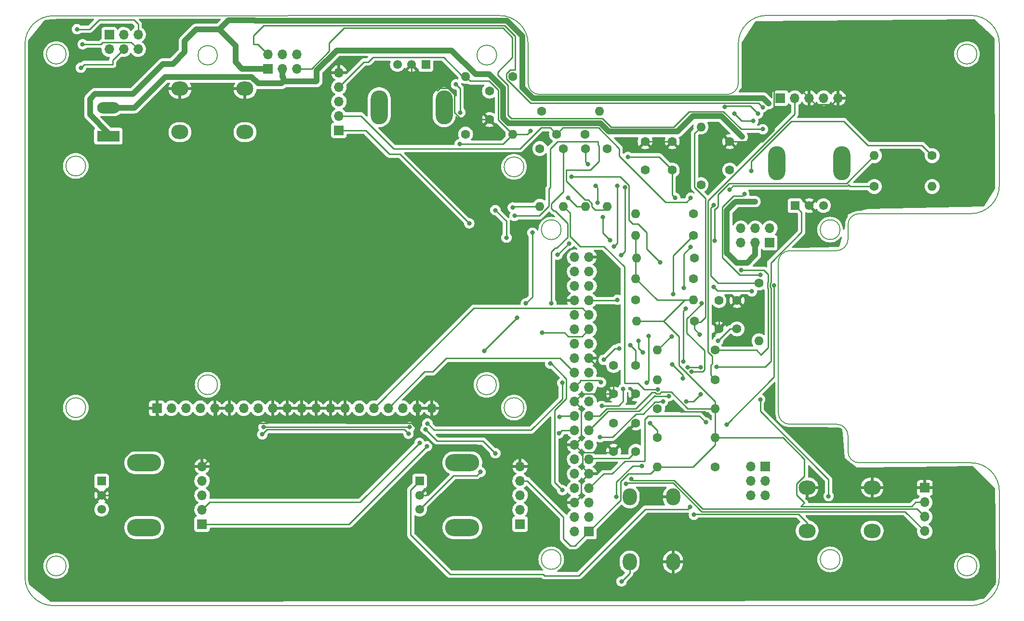
<source format=gbr>
%TF.GenerationSoftware,KiCad,Pcbnew,(6.0.6)*%
%TF.CreationDate,2022-07-08T10:44:37+02:00*%
%TF.ProjectId,norns_fork,6e6f726e-735f-4666-9f72-6b2e6b696361,V2*%
%TF.SameCoordinates,Original*%
%TF.FileFunction,Copper,L1,Top*%
%TF.FilePolarity,Positive*%
%FSLAX46Y46*%
G04 Gerber Fmt 4.6, Leading zero omitted, Abs format (unit mm)*
G04 Created by KiCad (PCBNEW (6.0.6)) date 2022-07-08 10:44:37*
%MOMM*%
%LPD*%
G01*
G04 APERTURE LIST*
G04 Aperture macros list*
%AMRoundRect*
0 Rectangle with rounded corners*
0 $1 Rounding radius*
0 $2 $3 $4 $5 $6 $7 $8 $9 X,Y pos of 4 corners*
0 Add a 4 corners polygon primitive as box body*
4,1,4,$2,$3,$4,$5,$6,$7,$8,$9,$2,$3,0*
0 Add four circle primitives for the rounded corners*
1,1,$1+$1,$2,$3*
1,1,$1+$1,$4,$5*
1,1,$1+$1,$6,$7*
1,1,$1+$1,$8,$9*
0 Add four rect primitives between the rounded corners*
20,1,$1+$1,$2,$3,$4,$5,0*
20,1,$1+$1,$4,$5,$6,$7,0*
20,1,$1+$1,$6,$7,$8,$9,0*
20,1,$1+$1,$8,$9,$2,$3,0*%
G04 Aperture macros list end*
%TA.AperFunction,Profile*%
%ADD10C,0.200000*%
%TD*%
%TA.AperFunction,ComponentPad*%
%ADD11RoundRect,1.500000X0.000000X1.500000X0.000000X1.500000X0.000000X-1.500000X0.000000X-1.500000X0*%
%TD*%
%TA.AperFunction,ComponentPad*%
%ADD12R,1.550000X1.550000*%
%TD*%
%TA.AperFunction,ComponentPad*%
%ADD13C,1.550000*%
%TD*%
%TA.AperFunction,ComponentPad*%
%ADD14O,3.000000X2.500000*%
%TD*%
%TA.AperFunction,ComponentPad*%
%ADD15C,1.600000*%
%TD*%
%TA.AperFunction,ComponentPad*%
%ADD16O,1.600000X1.600000*%
%TD*%
%TA.AperFunction,ComponentPad*%
%ADD17R,1.700000X1.700000*%
%TD*%
%TA.AperFunction,ComponentPad*%
%ADD18O,1.700000X1.700000*%
%TD*%
%TA.AperFunction,ComponentPad*%
%ADD19O,2.500000X3.000000*%
%TD*%
%TA.AperFunction,ComponentPad*%
%ADD20RoundRect,1.500000X-1.500000X0.000000X-1.500000X0.000000X1.500000X0.000000X1.500000X0.000000X0*%
%TD*%
%TA.AperFunction,ComponentPad*%
%ADD21RoundRect,1.500000X0.000000X-1.500000X0.000000X-1.500000X0.000000X1.500000X0.000000X1.500000X0*%
%TD*%
%TA.AperFunction,ComponentPad*%
%ADD22R,3.960000X1.980000*%
%TD*%
%TA.AperFunction,ComponentPad*%
%ADD23O,3.960000X1.980000*%
%TD*%
%TA.AperFunction,ViaPad*%
%ADD24C,0.800000*%
%TD*%
%TA.AperFunction,ViaPad*%
%ADD25C,1.000000*%
%TD*%
%TA.AperFunction,Conductor*%
%ADD26C,0.250000*%
%TD*%
%TA.AperFunction,Conductor*%
%ADD27C,1.000000*%
%TD*%
G04 APERTURE END LIST*
D10*
X54898757Y-36329557D02*
X51345231Y-36329557D01*
X46345230Y-135080000D02*
G75*
G03*
X51345231Y-140080000I5000000J0D01*
G01*
X129190050Y-101251336D02*
G75*
G03*
X129190050Y-101251336I-1740060J0D01*
G01*
X136750000Y-50180957D02*
X169682342Y-50180957D01*
X51345231Y-140080000D02*
X59900000Y-140080000D01*
X134011141Y-62909400D02*
G75*
G03*
X134011141Y-62909400I-1741410J0D01*
G01*
X217545231Y-119953960D02*
X217545231Y-135080000D01*
X140555410Y-131951800D02*
G75*
G03*
X140555410Y-131951800I-1741410J0D01*
G01*
X217545231Y-66131713D02*
X217545231Y-41268982D01*
X178717040Y-106170860D02*
G75*
G03*
X180717000Y-108170860I2000060J60D01*
G01*
X188942909Y-77646960D02*
X180717000Y-77646960D01*
X192942909Y-71131709D02*
G75*
G03*
X190942909Y-73131713I-109J-1999891D01*
G01*
X54898757Y-36329557D02*
X129747928Y-36298538D01*
X129232210Y-43254160D02*
G75*
G03*
X129232210Y-43254160I-1741410J0D01*
G01*
X46345231Y-41329557D02*
X46345231Y-135080000D01*
X217545240Y-119953960D02*
G75*
G03*
X212545231Y-114953960I-5000040J-40D01*
G01*
X57011131Y-105259400D02*
G75*
G03*
X57011131Y-105259400I-1741410J0D01*
G01*
X53580000Y-43071200D02*
G75*
G03*
X53580000Y-43071200I-1740000J0D01*
G01*
X57011131Y-62759400D02*
G75*
G03*
X57011131Y-62759400I-1741410J0D01*
G01*
X51345231Y-36329561D02*
G75*
G03*
X46345231Y-41329557I9J-5000009D01*
G01*
X53580000Y-133088800D02*
G75*
G03*
X53580000Y-133088800I-1740000J0D01*
G01*
X189554000Y-131951800D02*
G75*
G03*
X189554000Y-131951800I-1740000J0D01*
G01*
X190942909Y-110170860D02*
X190942909Y-112953960D01*
X80190000Y-101220000D02*
G75*
G03*
X80190000Y-101220000I-1740000J0D01*
G01*
X213600000Y-133088800D02*
G75*
G03*
X213600000Y-133088800I-1740000J0D01*
G01*
X217545218Y-41268982D02*
G75*
G03*
X212545231Y-36268982I-5000018J-18D01*
G01*
X134011131Y-105259400D02*
G75*
G03*
X134011131Y-105259400I-1741410J0D01*
G01*
X169682342Y-50180942D02*
G75*
G03*
X171682342Y-48180957I58J1999942D01*
G01*
X140555410Y-73951760D02*
G75*
G03*
X140555410Y-73951760I-1741410J0D01*
G01*
X212545231Y-71131731D02*
G75*
G03*
X217545231Y-66131713I-131J5000131D01*
G01*
X134750043Y-48180957D02*
G75*
G03*
X136750000Y-50180957I2000057J57D01*
G01*
X190942840Y-112953960D02*
G75*
G03*
X192942909Y-114953960I2000060J60D01*
G01*
X189555410Y-73951760D02*
G75*
G03*
X189555410Y-73951760I-1741410J0D01*
G01*
X134750000Y-41298538D02*
X134750000Y-48180957D01*
X59900000Y-140080000D02*
X212545231Y-140080000D01*
X212545231Y-140079931D02*
G75*
G03*
X217545231Y-135080000I-31J5000031D01*
G01*
X180717000Y-77646900D02*
G75*
G03*
X178717000Y-79646960I0J-2000000D01*
G01*
X80152939Y-43280000D02*
G75*
G03*
X80152939Y-43280000I-1702939J0D01*
G01*
X176682342Y-36269042D02*
G75*
G03*
X171682342Y-41268982I-42J-4999958D01*
G01*
X190942909Y-73131713D02*
X190942909Y-75646960D01*
X171682342Y-48180957D02*
X171682342Y-41268982D01*
X188942909Y-77647009D02*
G75*
G03*
X190942909Y-75646960I-9J2000009D01*
G01*
X134750062Y-41298538D02*
G75*
G03*
X129747928Y-36298538I-4999962J38D01*
G01*
X178717000Y-79646960D02*
X178717000Y-106170860D01*
X176682342Y-36268982D02*
X212545231Y-36268982D01*
X213601410Y-43071200D02*
G75*
G03*
X213601410Y-43071200I-1741410J0D01*
G01*
X192942909Y-114953960D02*
X212545231Y-114953960D01*
X180717000Y-108170860D02*
X188942909Y-108170860D01*
X212545231Y-71131713D02*
X192942909Y-71131713D01*
X190942840Y-110170860D02*
G75*
G03*
X188942909Y-108170860I-1999940J60D01*
G01*
D11*
%TO.P,ENC1,1,MNT_1*%
%TO.N,unconnected-(ENC1-Pad1)*%
X119980000Y-52410000D03*
%TO.P,ENC1,2,MNT_2*%
%TO.N,unconnected-(ENC1-Pad2)*%
X108580000Y-52410000D03*
D12*
%TO.P,ENC1,A,CHANNEL_A*%
%TO.N,Net-(ENC1-PadA)*%
X116780000Y-44910000D03*
D13*
%TO.P,ENC1,B,CHANNEL_B*%
%TO.N,Net-(ENC1-PadB)*%
X111780000Y-44910000D03*
%TO.P,ENC1,C,COMMON*%
%TO.N,GND*%
X114280000Y-44910000D03*
%TD*%
D14*
%TO.P,K3,1,A0*%
%TO.N,GND*%
X195208000Y-119290000D03*
X183778000Y-119290000D03*
%TO.P,K3,2,B0*%
%TO.N,BP_3*%
X183778000Y-126910000D03*
X195208000Y-126910000D03*
%TD*%
D15*
%TO.P,R13,1*%
%TO.N,Net-(ENC1-PadB)*%
X132080000Y-46990000D03*
D16*
%TO.P,R13,2*%
%TO.N,+3V3*%
X132080000Y-57150000D03*
%TD*%
D15*
%TO.P,R12,1*%
%TO.N,Net-(ENC2-PadB)*%
X163950000Y-78950000D03*
D16*
%TO.P,R12,2*%
%TO.N,+3V3*%
X153790000Y-78950000D03*
%TD*%
D17*
%TO.P,J1,1,Pin_1*%
%TO.N,B1_ENC1*%
X101510000Y-56485000D03*
D18*
%TO.P,J1,2,Pin_2*%
%TO.N,A1_ENC1*%
X101510000Y-53945000D03*
%TO.P,J1,3,Pin_3*%
%TO.N,BP_1*%
X101510000Y-51405000D03*
%TO.P,J1,4,Pin_4*%
%TO.N,+3V3*%
X101510000Y-48865000D03*
%TO.P,J1,5,Pin_5*%
%TO.N,GND*%
X101510000Y-46325000D03*
%TD*%
D15*
%TO.P,R17,1*%
%TO.N,BP_3*%
X163940000Y-90000000D03*
D16*
%TO.P,R17,2*%
%TO.N,+3V3*%
X153780000Y-90000000D03*
%TD*%
D15*
%TO.P,R18,1*%
%TO.N,BP_2*%
X163830000Y-74930000D03*
D16*
%TO.P,R18,2*%
%TO.N,+3V3*%
X153670000Y-74930000D03*
%TD*%
D17*
%TO.P,J4,1,Pin_1*%
%TO.N,B4_ENC4*%
X179070000Y-50800000D03*
D18*
%TO.P,J4,2,Pin_2*%
%TO.N,A4_ENC4*%
X181610000Y-50800000D03*
%TO.P,J4,3,Pin_3*%
%TO.N,GND*%
X184150000Y-50800000D03*
%TO.P,J4,4,Pin_4*%
%TO.N,+3V3*%
X186690000Y-50800000D03*
%TO.P,J4,5,Pin_5*%
%TO.N,GND*%
X189230000Y-50800000D03*
%TD*%
D15*
%TO.P,R8,1*%
%TO.N,Net-(ENC2-PadA)*%
X163830000Y-82550000D03*
D16*
%TO.P,R8,2*%
%TO.N,+3V3*%
X153670000Y-82550000D03*
%TD*%
D15*
%TO.P,R14,1*%
%TO.N,Net-(ENC3-PadB)*%
X153670000Y-86350000D03*
D16*
%TO.P,R14,2*%
%TO.N,+3V3*%
X163830000Y-86350000D03*
%TD*%
D15*
%TO.P,R22,1*%
%TO.N,Net-(ENC4-PadB)*%
X167640000Y-115675000D03*
D16*
%TO.P,R22,2*%
%TO.N,+3V3*%
X157480000Y-115675000D03*
%TD*%
D15*
%TO.P,C8,1*%
%TO.N,GND*%
X160066666Y-58460000D03*
%TO.P,C8,2*%
%TO.N,K1_BP*%
X160066666Y-63460000D03*
%TD*%
D17*
%TO.P,J10,1,3V3*%
%TO.N,+3V3*%
X145460000Y-127050000D03*
D18*
%TO.P,J10,2,5V*%
%TO.N,unconnected-(J10-Pad2)*%
X142920000Y-127050000D03*
%TO.P,J10,3,SDA/GPIO2*%
%TO.N,SDA*%
X145460000Y-124510000D03*
%TO.P,J10,4,5V*%
%TO.N,unconnected-(J10-Pad4)*%
X142920000Y-124510000D03*
%TO.P,J10,5,SCL/GPIO3*%
%TO.N,SCL*%
X145460000Y-121970000D03*
%TO.P,J10,6,GND*%
%TO.N,GND*%
X142920000Y-121970000D03*
%TO.P,J10,7,GCLK0/GPIO4*%
%TO.N,A1_ENC1*%
X145460000Y-119430000D03*
%TO.P,J10,8,GPIO14/TXD*%
%TO.N,unconnected-(J10-Pad8)*%
X142920000Y-119430000D03*
%TO.P,J10,9,GND*%
%TO.N,GND*%
X145460000Y-116890000D03*
%TO.P,J10,10,GPIO15/RXD*%
%TO.N,unconnected-(J10-Pad10)*%
X142920000Y-116890000D03*
%TO.P,J10,11,GPIO17*%
%TO.N,A4_ENC4*%
X145460000Y-114350000D03*
%TO.P,J10,12,GPIO18/PWM0*%
%TO.N,unconnected-(J10-Pad12)*%
X142920000Y-114350000D03*
%TO.P,J10,13,GPIO27*%
%TO.N,B1_ENC1*%
X145460000Y-111810000D03*
%TO.P,J10,14,GND*%
%TO.N,GND*%
X142920000Y-111810000D03*
%TO.P,J10,15,GPIO22*%
%TO.N,K1_BP*%
X145460000Y-109270000D03*
%TO.P,J10,16,GPIO23*%
%TO.N,B2_ENC2*%
X142920000Y-109270000D03*
%TO.P,J10,17,3V3*%
%TO.N,+3V3*%
X145460000Y-106730000D03*
%TO.P,J10,18,GPIO24*%
%TO.N,A2_ENC2*%
X142920000Y-106730000D03*
%TO.P,J10,19,MOSI0/GPIO10*%
%TO.N,oled_MOSI*%
X145460000Y-104190000D03*
%TO.P,J10,20,GND*%
%TO.N,GND*%
X142920000Y-104190000D03*
%TO.P,J10,21,MISO0/GPIO9*%
%TO.N,unconnected-(J10-Pad21)*%
X145460000Y-101650000D03*
%TO.P,J10,22,GPIO25*%
%TO.N,B3_ENC3*%
X142920000Y-101650000D03*
%TO.P,J10,23,SCLK0/GPIO11*%
%TO.N,oled_SCK*%
X145460000Y-99110000D03*
%TO.P,J10,24,~{CE0}/GPIO8*%
%TO.N,oled_CE0*%
X142920000Y-99110000D03*
%TO.P,J10,25,GND*%
%TO.N,GND*%
X145460000Y-96570000D03*
%TO.P,J10,26,~{CE1}/GPIO7*%
%TO.N,unconnected-(J10-Pad26)*%
X142920000Y-96570000D03*
%TO.P,J10,27,ID_SD/GPIO0*%
%TO.N,unconnected-(J10-Pad27)*%
X145460000Y-94030000D03*
%TO.P,J10,28,ID_SC/GPIO1*%
%TO.N,unconnected-(J10-Pad28)*%
X142920000Y-94030000D03*
%TO.P,J10,29,GCLK1/GPIO5*%
%TO.N,oled_DC*%
X145460000Y-91490000D03*
%TO.P,J10,30,GND*%
%TO.N,GND*%
X142920000Y-91490000D03*
%TO.P,J10,31,GCLK2/GPIO6*%
%TO.N,oled_RESET*%
X145460000Y-88950000D03*
%TO.P,J10,32,PWM0/GPIO12*%
%TO.N,A3_ENC3*%
X142920000Y-88950000D03*
%TO.P,J10,33,PWM1/GPIO13*%
%TO.N,K3_BP*%
X145460000Y-86410000D03*
%TO.P,J10,34,GND*%
%TO.N,GND*%
X142920000Y-86410000D03*
%TO.P,J10,35,GPIO19/MISO1*%
%TO.N,unconnected-(J10-Pad35)*%
X145460000Y-83870000D03*
%TO.P,J10,36,GPIO16*%
%TO.N,B4_ENC4*%
X142920000Y-83870000D03*
%TO.P,J10,37,GPIO26*%
%TO.N,K2_BP*%
X145460000Y-81330000D03*
%TO.P,J10,38,GPIO20/MOSI1*%
%TO.N,unconnected-(J10-Pad38)*%
X142920000Y-81330000D03*
%TO.P,J10,39,GND*%
%TO.N,GND*%
X145460000Y-78790000D03*
%TO.P,J10,40,GPIO21/SCLK1*%
%TO.N,unconnected-(J10-Pad40)*%
X142920000Y-78790000D03*
%TD*%
D19*
%TO.P,K2,1,A0*%
%TO.N,GND*%
X160210000Y-120958000D03*
X160210000Y-132388000D03*
%TO.P,K2,2,B0*%
%TO.N,BP_2*%
X152590000Y-120958000D03*
X152590000Y-132388000D03*
%TD*%
D15*
%TO.P,R3,1*%
%TO.N,A2_ENC2*%
X148650000Y-59690000D03*
D16*
%TO.P,R3,2*%
%TO.N,Net-(ENC2-PadA)*%
X148650000Y-69850000D03*
%TD*%
D15*
%TO.P,C6,1*%
%TO.N,B3_ENC3*%
X153670000Y-97830000D03*
%TO.P,C6,2*%
%TO.N,GND*%
X153670000Y-102830000D03*
%TD*%
D17*
%TO.P,J5,1,Pin_1*%
%TO.N,INPUT_5V*%
X177210000Y-76250000D03*
D18*
%TO.P,J5,2,Pin_2*%
%TO.N,L OUT*%
X177210000Y-73710000D03*
%TO.P,J5,3,Pin_3*%
%TO.N,INPUT_GND*%
X174670000Y-76250000D03*
%TO.P,J5,4,Pin_4*%
%TO.N,Net-(J5-Pad4)*%
X174670000Y-73710000D03*
%TO.P,J5,5,Pin_5*%
%TO.N,Net-(J5-Pad5)*%
X172130000Y-76250000D03*
%TO.P,J5,6,Pin_6*%
%TO.N,R OUT*%
X172130000Y-73710000D03*
%TD*%
D15*
%TO.P,R11,1*%
%TO.N,Net-(ENC3-PadA)*%
X157480000Y-105410000D03*
D16*
%TO.P,R11,2*%
%TO.N,+3V3*%
X167640000Y-105410000D03*
%TD*%
D15*
%TO.P,R21,1*%
%TO.N,Net-(ENC4-PadA)*%
X157480000Y-110542500D03*
D16*
%TO.P,R21,2*%
%TO.N,+3V3*%
X167640000Y-110542500D03*
%TD*%
D15*
%TO.P,R19,1*%
%TO.N,A4_ENC4*%
X167640000Y-100330000D03*
D16*
%TO.P,R19,2*%
%TO.N,Net-(ENC4-PadA)*%
X157480000Y-100330000D03*
%TD*%
D17*
%TO.P,J9,1,Pin_1*%
%TO.N,GND*%
X69519800Y-105359200D03*
D18*
%TO.P,J9,2,Pin_2*%
%TO.N,+3V3*%
X72059800Y-105359200D03*
%TO.P,J9,3,Pin_3*%
%TO.N,unconnected-(J9-Pad3)*%
X74599800Y-105359200D03*
%TO.P,J9,4,Pin_4*%
%TO.N,oled_DC*%
X77139800Y-105359200D03*
%TO.P,J9,5,Pin_5*%
%TO.N,GND*%
X79679800Y-105359200D03*
%TO.P,J9,6,Pin_6*%
X82219800Y-105359200D03*
%TO.P,J9,7,Pin_7*%
%TO.N,oled_SCK*%
X84759800Y-105359200D03*
%TO.P,J9,8,Pin_8*%
%TO.N,oled_MOSI*%
X87299800Y-105359200D03*
%TO.P,J9,9,Pin_9*%
%TO.N,GND*%
X89839800Y-105359200D03*
%TO.P,J9,10,Pin_10*%
X92379800Y-105359200D03*
%TO.P,J9,11,Pin_11*%
X94919800Y-105359200D03*
%TO.P,J9,12,Pin_12*%
X97459800Y-105359200D03*
%TO.P,J9,13,Pin_13*%
X99999800Y-105359200D03*
%TO.P,J9,14,Pin_14*%
X102539800Y-105359200D03*
%TO.P,J9,15,Pin_15*%
%TO.N,unconnected-(J9-Pad15)*%
X105079800Y-105359200D03*
%TO.P,J9,16,Pin_16*%
%TO.N,oled_RESET*%
X107619800Y-105359200D03*
%TO.P,J9,17,Pin_17*%
%TO.N,oled_CE0*%
X110159800Y-105359200D03*
%TO.P,J9,18,Pin_18*%
%TO.N,unconnected-(J9-Pad18)*%
X112699800Y-105359200D03*
%TO.P,J9,19,Pin_19*%
%TO.N,GND*%
X115239800Y-105359200D03*
%TO.P,J9,20,Pin_20*%
X117779800Y-105359200D03*
%TD*%
D15*
%TO.P,R20,1*%
%TO.N,B4_ENC4*%
X167640000Y-95145000D03*
D16*
%TO.P,R20,2*%
%TO.N,Net-(ENC4-PadB)*%
X157480000Y-95145000D03*
%TD*%
D15*
%TO.P,R15,1*%
%TO.N,K3_BP*%
X165123332Y-66040000D03*
D16*
%TO.P,R15,2*%
%TO.N,BP_3*%
X165123332Y-55880000D03*
%TD*%
D20*
%TO.P,ENC2,1,MNT_1*%
%TO.N,unconnected-(ENC2-Pad1)*%
X67310000Y-114950000D03*
%TO.P,ENC2,2,MNT_2*%
%TO.N,unconnected-(ENC2-Pad2)*%
X67310000Y-126350000D03*
D12*
%TO.P,ENC2,A,CHANNEL_A*%
%TO.N,Net-(ENC2-PadA)*%
X59810000Y-118150000D03*
D13*
%TO.P,ENC2,B,CHANNEL_B*%
%TO.N,Net-(ENC2-PadB)*%
X59810000Y-123150000D03*
%TO.P,ENC2,C,COMMON*%
%TO.N,GND*%
X59810000Y-120650000D03*
%TD*%
D15*
%TO.P,R10,1*%
%TO.N,Net-(ENC1-PadA)*%
X123756002Y-57150000D03*
D16*
%TO.P,R10,2*%
%TO.N,+3V3*%
X123756002Y-46990000D03*
%TD*%
D15*
%TO.P,C10,1*%
%TO.N,GND*%
X153670000Y-107950000D03*
%TO.P,C10,2*%
%TO.N,A4_ENC4*%
X153670000Y-112950000D03*
%TD*%
%TO.P,C9,1*%
%TO.N,GND*%
X170180000Y-58460000D03*
%TO.P,C9,2*%
%TO.N,K2_BP*%
X170180000Y-63460000D03*
%TD*%
%TO.P,R1,1*%
%TO.N,K1_BP*%
X136800000Y-59690000D03*
D16*
%TO.P,R1,2*%
%TO.N,BP_1*%
X136800000Y-69850000D03*
%TD*%
D17*
%TO.P,J11,1,Pin_1*%
%TO.N,GND*%
X204455000Y-119370000D03*
D18*
%TO.P,J11,2,Pin_2*%
%TO.N,+3V3*%
X204455000Y-121910000D03*
%TO.P,J11,3,Pin_3*%
%TO.N,SCL*%
X204455000Y-124450000D03*
%TO.P,J11,4,Pin_4*%
%TO.N,SDA*%
X204455000Y-126990000D03*
%TD*%
D15*
%TO.P,C5,1*%
%TO.N,B1_ENC1*%
X127969998Y-49570000D03*
%TO.P,C5,2*%
%TO.N,GND*%
X127969998Y-54570000D03*
%TD*%
%TO.P,C7,1*%
%TO.N,GND*%
X155310000Y-58460000D03*
%TO.P,C7,2*%
%TO.N,K3_BP*%
X155310000Y-63460000D03*
%TD*%
D14*
%TO.P,K1,1,A0*%
%TO.N,GND*%
X85008000Y-49180000D03*
X73578000Y-49180000D03*
%TO.P,K1,2,B0*%
%TO.N,BP_1*%
X73578000Y-56800000D03*
X85008000Y-56800000D03*
%TD*%
D15*
%TO.P,C4,1*%
%TO.N,B2_ENC2*%
X168280000Y-86400000D03*
%TO.P,C4,2*%
%TO.N,GND*%
X168280000Y-91400000D03*
%TD*%
%TO.P,R6,1*%
%TO.N,B2_ENC2*%
X163790000Y-71120000D03*
D16*
%TO.P,R6,2*%
%TO.N,Net-(ENC2-PadB)*%
X153630000Y-71120000D03*
%TD*%
D17*
%TO.P,J7,1,Pin_1*%
%TO.N,R+*%
X176450000Y-115585000D03*
D18*
%TO.P,J7,2,Pin_2*%
%TO.N,R-*%
X173910000Y-115585000D03*
%TO.P,J7,3,Pin_3*%
%TO.N,Net-(J7-Pad3)*%
X176450000Y-118125000D03*
%TO.P,J7,4,Pin_4*%
%TO.N,Net-(J7-Pad4)*%
X173910000Y-118125000D03*
%TO.P,J7,5,Pin_5*%
%TO.N,L-*%
X176450000Y-120665000D03*
%TO.P,J7,6,Pin_6*%
%TO.N,L+*%
X173910000Y-120665000D03*
%TD*%
D15*
%TO.P,C11,1*%
%TO.N,B4_ENC4*%
X149770000Y-107950000D03*
%TO.P,C11,2*%
%TO.N,GND*%
X149770000Y-112950000D03*
%TD*%
%TO.P,C1,1*%
%TO.N,GND*%
X171450000Y-86400000D03*
%TO.P,C1,2*%
%TO.N,A2_ENC2*%
X171450000Y-91400000D03*
%TD*%
%TO.P,R2,1*%
%TO.N,BP_1*%
X195580000Y-66360000D03*
D16*
%TO.P,R2,2*%
%TO.N,+3V3*%
X205740000Y-66360000D03*
%TD*%
D20*
%TO.P,ENC3,1,MNT_1*%
%TO.N,unconnected-(ENC3-Pad1)*%
X123190000Y-114950000D03*
%TO.P,ENC3,2,MNT_2*%
%TO.N,unconnected-(ENC3-Pad2)*%
X123190000Y-126350000D03*
D12*
%TO.P,ENC3,A,CHANNEL_A*%
%TO.N,Net-(ENC3-PadA)*%
X115690000Y-118150000D03*
D13*
%TO.P,ENC3,B,CHANNEL_B*%
%TO.N,Net-(ENC3-PadB)*%
X115690000Y-123150000D03*
%TO.P,ENC3,C,COMMON*%
%TO.N,GND*%
X115690000Y-120650000D03*
%TD*%
D15*
%TO.P,C3,1*%
%TO.N,GND*%
X149770000Y-102830000D03*
%TO.P,C3,2*%
%TO.N,A3_ENC3*%
X149770000Y-97830000D03*
%TD*%
D21*
%TO.P,ENC4,1,MNT_1*%
%TO.N,unconnected-(ENC4-Pad1)*%
X178450000Y-62230000D03*
%TO.P,ENC4,2,MNT_2*%
%TO.N,unconnected-(ENC4-Pad2)*%
X189850000Y-62230000D03*
D12*
%TO.P,ENC4,A,CHANNEL_A*%
%TO.N,Net-(ENC4-PadA)*%
X181650000Y-69730000D03*
D13*
%TO.P,ENC4,B,CHANNEL_B*%
%TO.N,Net-(ENC4-PadB)*%
X186650000Y-69730000D03*
%TO.P,ENC4,C,COMMON*%
%TO.N,GND*%
X184150000Y-69730000D03*
%TD*%
D15*
%TO.P,R9,1*%
%TO.N,B3_ENC3*%
X144840000Y-59690000D03*
D16*
%TO.P,R9,2*%
%TO.N,Net-(ENC3-PadB)*%
X144840000Y-69850000D03*
%TD*%
D15*
%TO.P,R16,1*%
%TO.N,K2_BP*%
X205740000Y-60930000D03*
D16*
%TO.P,R16,2*%
%TO.N,BP_2*%
X195580000Y-60930000D03*
%TD*%
D17*
%TO.P,J3,1,Pin_1*%
%TO.N,B3_ENC3*%
X133350000Y-125730000D03*
D18*
%TO.P,J3,2,Pin_2*%
%TO.N,A3_ENC3*%
X133350000Y-123190000D03*
%TO.P,J3,3,Pin_3*%
%TO.N,BP_3*%
X133350000Y-120650000D03*
%TO.P,J3,4,Pin_4*%
%TO.N,+3V3*%
X133350000Y-118110000D03*
%TO.P,J3,5,Pin_5*%
%TO.N,GND*%
X133350000Y-115570000D03*
%TD*%
D17*
%TO.P,J8,1,Pin_1*%
%TO.N,R+*%
X61150000Y-39670000D03*
D18*
%TO.P,J8,2,Pin_2*%
%TO.N,R-*%
X61150000Y-42210000D03*
%TO.P,J8,3,Pin_3*%
%TO.N,Net-(J7-Pad3)*%
X63690000Y-39670000D03*
%TO.P,J8,4,Pin_4*%
%TO.N,Net-(J7-Pad4)*%
X63690000Y-42210000D03*
%TO.P,J8,5,Pin_5*%
%TO.N,L-*%
X66230000Y-39670000D03*
%TO.P,J8,6,Pin_6*%
%TO.N,L+*%
X66230000Y-42210000D03*
%TD*%
D15*
%TO.P,R5,1*%
%TO.N,A3_ENC3*%
X140970000Y-59690000D03*
D16*
%TO.P,R5,2*%
%TO.N,Net-(ENC3-PadA)*%
X140970000Y-69850000D03*
%TD*%
D15*
%TO.P,R4,1*%
%TO.N,A1_ENC1*%
X175320000Y-83340000D03*
D16*
%TO.P,R4,2*%
%TO.N,Net-(ENC1-PadA)*%
X175320000Y-93500000D03*
%TD*%
D17*
%TO.P,J2,1,Pin_1*%
%TO.N,B2_ENC2*%
X77470000Y-125730000D03*
D18*
%TO.P,J2,2,Pin_2*%
%TO.N,A2_ENC2*%
X77470000Y-123190000D03*
%TO.P,J2,3,Pin_3*%
%TO.N,BP_2*%
X77470000Y-120650000D03*
%TO.P,J2,4,Pin_4*%
%TO.N,+3V3*%
X77470000Y-118110000D03*
%TO.P,J2,5,Pin_5*%
%TO.N,GND*%
X77470000Y-115570000D03*
%TD*%
D15*
%TO.P,R7,1*%
%TO.N,B1_ENC1*%
X137100000Y-53140000D03*
D16*
%TO.P,R7,2*%
%TO.N,Net-(ENC1-PadB)*%
X147260000Y-53140000D03*
%TD*%
D15*
%TO.P,C2,1*%
%TO.N,GND*%
X144740000Y-57150000D03*
%TO.P,C2,2*%
%TO.N,A1_ENC1*%
X139740000Y-57150000D03*
%TD*%
D22*
%TO.P,J12,1,Pin_1*%
%TO.N,INPUT_5V*%
X61000000Y-57495000D03*
D23*
%TO.P,J12,2,Pin_2*%
%TO.N,INPUT_GND*%
X61000000Y-52495000D03*
%TD*%
D17*
%TO.P,J6,1,Pin_1*%
%TO.N,INPUT_5V*%
X89009998Y-45632997D03*
D18*
%TO.P,J6,2,Pin_2*%
%TO.N,L OUT*%
X89009998Y-43092997D03*
%TO.P,J6,3,Pin_3*%
%TO.N,INPUT_GND*%
X91549998Y-45632997D03*
%TO.P,J6,4,Pin_4*%
%TO.N,Net-(J5-Pad4)*%
X91549998Y-43092997D03*
%TO.P,J6,5,Pin_5*%
%TO.N,Net-(J5-Pad5)*%
X94089998Y-45632997D03*
%TO.P,J6,6,Pin_6*%
%TO.N,R OUT*%
X94089998Y-43092997D03*
%TD*%
D24*
%TO.N,GND*%
X110650000Y-47720000D03*
X101450000Y-84090000D03*
X161760000Y-105790000D03*
X166520000Y-106710000D03*
%TO.N,A2_ENC2*%
X115680000Y-111450000D03*
X140290000Y-106860000D03*
X175530000Y-81930000D03*
X172730000Y-67661799D03*
X147675500Y-104960000D03*
X151470000Y-101930000D03*
X168110000Y-93500000D03*
%TO.N,A1_ENC1*%
X167386000Y-69596000D03*
X163322000Y-68326000D03*
X169610000Y-108250000D03*
X165970000Y-107850000D03*
X177974500Y-83730000D03*
%TO.N,A3_ENC3*%
X138860000Y-86910000D03*
%TO.N,B2_ENC2*%
X147410000Y-110460000D03*
X158440000Y-104160000D03*
X116990000Y-112030000D03*
X163472299Y-98947701D03*
X165195500Y-86940000D03*
X140140000Y-109780000D03*
%TO.N,B1_ENC1*%
X138650000Y-97510000D03*
X124410000Y-72830000D03*
X140770000Y-119770000D03*
%TO.N,B3_ENC3*%
X147910000Y-71710000D03*
X149170000Y-75770000D03*
X147560000Y-100810000D03*
X146920000Y-69224500D03*
X146600000Y-66270000D03*
X150720000Y-94840000D03*
X148020000Y-96840000D03*
X145290000Y-62450000D03*
X152720000Y-94240000D03*
%TO.N,K3_BP*%
X151080000Y-78430000D03*
X150450000Y-86270000D03*
X151760000Y-66460000D03*
%TO.N,K1_BP*%
X159485048Y-103244500D03*
X152290000Y-61150000D03*
X163290000Y-77020000D03*
X162080000Y-84170000D03*
X160610000Y-68355500D03*
X162030000Y-97120000D03*
X162420000Y-87850000D03*
X160080000Y-97680000D03*
X161900000Y-100070000D03*
%TO.N,K2_BP*%
X173970000Y-63640000D03*
X149800000Y-76930000D03*
X150390000Y-66270000D03*
%TO.N,Net-(ENC1-PadA)*%
X174060000Y-84810000D03*
X167370000Y-84040000D03*
X157980000Y-79740000D03*
X122070000Y-48395500D03*
X142400000Y-64600000D03*
X122817299Y-53332701D03*
%TO.N,Net-(ENC2-PadA)*%
X132350000Y-71530000D03*
%TO.N,Net-(ENC2-PadB)*%
X130940000Y-75360000D03*
X129000000Y-70520000D03*
X141930000Y-76370000D03*
X139910000Y-78350000D03*
%TO.N,Net-(ENC3-PadA)*%
X163172299Y-122717701D03*
X157570000Y-102080000D03*
%TO.N,Net-(ENC3-PadB)*%
X135510000Y-74480000D03*
X129000000Y-113290000D03*
X127060000Y-95290000D03*
X116727299Y-109115500D03*
X132770000Y-89470000D03*
X134350000Y-86920000D03*
X141790000Y-68324500D03*
X126370000Y-116560000D03*
%TO.N,BP_1*%
X170120000Y-66900000D03*
X132050000Y-70050000D03*
%TO.N,+3V3*%
X122730000Y-58880000D03*
X135200000Y-56570000D03*
%TO.N,BP_2*%
X154700000Y-115515500D03*
X155600000Y-100880000D03*
X151170000Y-135820000D03*
X167544500Y-75920000D03*
X160200000Y-85260000D03*
X150260000Y-120960000D03*
X155920000Y-92690000D03*
%TO.N,BP_3*%
X187540000Y-120820000D03*
X164910000Y-92400000D03*
X175530000Y-103810000D03*
X163890000Y-124110000D03*
%TO.N,SCL*%
X152890000Y-117795500D03*
%TO.N,SDA*%
X151970000Y-118680000D03*
D25*
%TO.N,INPUT_5V*%
X177010000Y-51770000D03*
%TO.N,INPUT_GND*%
X174600000Y-69000000D03*
X172354500Y-57620000D03*
D24*
%TO.N,Net-(J5-Pad4)*%
X175140000Y-53540000D03*
X169260000Y-52379500D03*
%TO.N,Net-(J5-Pad5)*%
X176000000Y-56280000D03*
%TO.N,L-*%
X55480000Y-38700000D03*
%TO.N,L+*%
X56470000Y-41350000D03*
%TO.N,oled_DC*%
X137240000Y-92080000D03*
%TO.N,oled_SCK*%
X88040000Y-109960000D03*
X113730000Y-109840000D03*
%TO.N,oled_MOSI*%
X88240000Y-108674500D03*
X140750000Y-100900000D03*
X117060000Y-108040000D03*
X113932701Y-108674500D03*
%TO.N,A4_ENC4*%
X162560000Y-104140000D03*
X165100000Y-102870000D03*
%TO.N,B4_ENC4*%
X172180000Y-81060000D03*
X154120000Y-93530000D03*
X154868199Y-95508199D03*
%TO.N,Net-(ENC4-PadA)*%
X165030000Y-98120000D03*
X156210000Y-107950000D03*
X162750000Y-98150000D03*
X167840000Y-98050000D03*
%TO.N,Net-(ENC4-PadB)*%
X160020000Y-92710000D03*
%TO.N,Net-(J7-Pad4)*%
X56167300Y-45467300D03*
%TO.N,L OUT*%
X175960000Y-52430000D03*
%TO.N,R OUT*%
X174300000Y-54830000D03*
X170970000Y-53530000D03*
%TD*%
D26*
%TO.N,GND*%
X82219800Y-105359200D02*
X82219800Y-107619800D01*
X60960000Y-120650000D02*
X63500000Y-118110000D01*
X165760000Y-105950000D02*
X166520000Y-106710000D01*
X144285000Y-115715000D02*
X144285000Y-113175000D01*
X63500000Y-114300000D02*
X67310000Y-110490000D01*
X178430000Y-49090000D02*
X182440000Y-49090000D01*
X144095000Y-110635000D02*
X144095000Y-105365000D01*
X115570000Y-105689400D02*
X115239800Y-105359200D01*
X120735940Y-49085000D02*
X121805000Y-50154060D01*
X102539800Y-107619800D02*
X102870000Y-107950000D01*
X184150000Y-50800000D02*
X185325000Y-51975000D01*
X164810000Y-105950000D02*
X165760000Y-105950000D01*
X175880000Y-58460000D02*
X177895000Y-56445000D01*
X80010000Y-106680000D02*
X80010000Y-105689400D01*
X161920000Y-105950000D02*
X164810000Y-105950000D01*
X134620000Y-115570000D02*
X133350000Y-115570000D01*
X147320000Y-98430000D02*
X145460000Y-96570000D01*
X68580000Y-110490000D02*
X71120000Y-107950000D01*
X168280000Y-89570000D02*
X171450000Y-86400000D01*
X121805000Y-50154060D02*
X121805000Y-53345000D01*
X144095000Y-105365000D02*
X142920000Y-104190000D01*
X149770000Y-112950000D02*
X149545000Y-113175000D01*
X144095000Y-120795000D02*
X144095000Y-118255000D01*
X78740000Y-107950000D02*
X80010000Y-106680000D01*
X144285000Y-113175000D02*
X142920000Y-111810000D01*
X147320000Y-99060000D02*
X147320000Y-98430000D01*
X99110800Y-105359200D02*
X99999800Y-105359200D01*
X118110000Y-111760000D02*
X114300000Y-107950000D01*
X78740000Y-114300000D02*
X78740000Y-107950000D01*
X142920000Y-111810000D02*
X144095000Y-110635000D01*
X92379800Y-105359200D02*
X94919800Y-105359200D01*
X69519800Y-105359200D02*
X69519800Y-106349800D01*
X102539800Y-105359200D02*
X102539800Y-107619800D01*
X97459800Y-105359200D02*
X99110800Y-105359200D01*
X141020000Y-121970000D02*
X134620000Y-115570000D01*
X152400000Y-110320000D02*
X152400000Y-109220000D01*
X142920000Y-121970000D02*
X141020000Y-121970000D01*
X149545000Y-113175000D02*
X144285000Y-113175000D01*
X59810000Y-120650000D02*
X60960000Y-120650000D01*
X149770000Y-102830000D02*
X149770000Y-101510000D01*
X71120000Y-107950000D02*
X78740000Y-107950000D01*
X102870000Y-107950000D02*
X114300000Y-107950000D01*
X114280000Y-46600000D02*
X114280000Y-44910000D01*
X118110000Y-119380000D02*
X118110000Y-111760000D01*
X144280000Y-102830000D02*
X142920000Y-104190000D01*
X133350000Y-115570000D02*
X129540000Y-115570000D01*
X168280000Y-91400000D02*
X168280000Y-89570000D01*
X99110800Y-105359200D02*
X102539800Y-105359200D01*
X89839800Y-107010200D02*
X89839800Y-105359200D01*
X170180000Y-58460000D02*
X175880000Y-58460000D01*
X121805000Y-53345000D02*
X123030000Y-54570000D01*
X185325000Y-51975000D02*
X188055000Y-51975000D01*
X114300000Y-107950000D02*
X115570000Y-106680000D01*
X116840000Y-120650000D02*
X118110000Y-119380000D01*
X118839530Y-49469530D02*
X119224060Y-49085000D01*
X177895000Y-49625000D02*
X178430000Y-49090000D01*
X115239800Y-105359200D02*
X117779800Y-105359200D01*
X88900000Y-107950000D02*
X89839800Y-107010200D01*
X188055000Y-51975000D02*
X189230000Y-50800000D01*
X177895000Y-56445000D02*
X177895000Y-49625000D01*
X129540000Y-115570000D02*
X125730000Y-111760000D01*
X67310000Y-110490000D02*
X68580000Y-110490000D01*
X115690000Y-120650000D02*
X116840000Y-120650000D01*
X144095000Y-118255000D02*
X145460000Y-116890000D01*
X79679800Y-105359200D02*
X82219800Y-105359200D01*
X77470000Y-115570000D02*
X78740000Y-114300000D01*
X119224060Y-49085000D02*
X120735940Y-49085000D01*
X125730000Y-111760000D02*
X118110000Y-111760000D01*
X94919800Y-105359200D02*
X97459800Y-105359200D01*
X63500000Y-118110000D02*
X63500000Y-114300000D01*
X149770000Y-112950000D02*
X152400000Y-110320000D01*
X145460000Y-116890000D02*
X144285000Y-115715000D01*
X113160000Y-47720000D02*
X114280000Y-46600000D01*
X152400000Y-109220000D02*
X153670000Y-107950000D01*
X114280000Y-44910000D02*
X118839530Y-49469530D01*
X155310000Y-58460000D02*
X160066666Y-58460000D01*
X82219800Y-107619800D02*
X82550000Y-107950000D01*
X161760000Y-105790000D02*
X161920000Y-105950000D01*
X80010000Y-105689400D02*
X79679800Y-105359200D01*
X82550000Y-107950000D02*
X88900000Y-107950000D01*
X149770000Y-101510000D02*
X147320000Y-99060000D01*
X149770000Y-102830000D02*
X144280000Y-102830000D01*
X115570000Y-106680000D02*
X115570000Y-105689400D01*
X89839800Y-105359200D02*
X92379800Y-105359200D01*
X69519800Y-106349800D02*
X71120000Y-107950000D01*
X123030000Y-54570000D02*
X127969998Y-54570000D01*
X182440000Y-49090000D02*
X184150000Y-50800000D01*
X110650000Y-47720000D02*
X113160000Y-47720000D01*
X142920000Y-121970000D02*
X144095000Y-120795000D01*
%TO.N,A2_ENC2*%
X140290000Y-106860000D02*
X140420000Y-106730000D01*
X140420000Y-106730000D02*
X142920000Y-106730000D01*
X170790000Y-68050000D02*
X168840000Y-70000000D01*
X168840000Y-78850000D02*
X171920000Y-81930000D01*
X151470000Y-101930000D02*
X151470000Y-104120000D01*
X77470000Y-123190000D02*
X78760000Y-121900000D01*
X151470000Y-104120000D02*
X150920000Y-104670000D01*
X78760000Y-121900000D02*
X91900000Y-121900000D01*
X105230000Y-121900000D02*
X115680000Y-111450000D01*
X172341799Y-68050000D02*
X170790000Y-68050000D01*
X91900000Y-121900000D02*
X105230000Y-121900000D01*
X170210000Y-91400000D02*
X168110000Y-93500000D01*
X150630000Y-104960000D02*
X147675500Y-104960000D01*
X171920000Y-81930000D02*
X175530000Y-81930000D01*
X168840000Y-70000000D02*
X168840000Y-78850000D01*
X171450000Y-91400000D02*
X170210000Y-91400000D01*
X172730000Y-67661799D02*
X172341799Y-68050000D01*
X150920000Y-104670000D02*
X150630000Y-104960000D01*
%TO.N,A1_ENC1*%
X150749000Y-60960000D02*
X150749000Y-59690000D01*
X151760000Y-114630000D02*
X155230000Y-114630000D01*
X155850000Y-106680000D02*
X164800000Y-106680000D01*
X145460000Y-119430000D02*
X148010000Y-116880000D01*
X111125000Y-59690000D02*
X105380000Y-53945000D01*
X105380000Y-53945000D02*
X101510000Y-53945000D01*
X155230000Y-107300000D02*
X155850000Y-106680000D01*
X166820000Y-82042000D02*
X166820000Y-70162000D01*
X175320000Y-83340000D02*
X168118000Y-83340000D01*
X140870000Y-56020000D02*
X139740000Y-57150000D01*
X158869000Y-69080000D02*
X150749000Y-60960000D01*
X177974500Y-99885500D02*
X177974500Y-83730000D01*
X138615000Y-56025000D02*
X137015000Y-56025000D01*
X155230000Y-114630000D02*
X155230000Y-107300000D01*
X163322000Y-68326000D02*
X162568000Y-69080000D01*
X168118000Y-83340000D02*
X166820000Y-82042000D01*
X169610000Y-108250000D02*
X177974500Y-99885500D01*
X162568000Y-69080000D02*
X158869000Y-69080000D01*
X164800000Y-106680000D02*
X165970000Y-107850000D01*
X166820000Y-70162000D02*
X167386000Y-69596000D01*
X137015000Y-56025000D02*
X133350000Y-59690000D01*
X150749000Y-59690000D02*
X147079000Y-56020000D01*
X139740000Y-57150000D02*
X138615000Y-56025000D01*
X148010000Y-116880000D02*
X149510000Y-116880000D01*
X149510000Y-116880000D02*
X151760000Y-114630000D01*
X147079000Y-56020000D02*
X140870000Y-56020000D01*
X133350000Y-59690000D02*
X111125000Y-59690000D01*
%TO.N,A3_ENC3*%
X139770000Y-77200000D02*
X139530000Y-77200000D01*
X140970000Y-59690000D02*
X140970000Y-67270000D01*
X140970000Y-67270000D02*
X138860000Y-69380000D01*
X138860000Y-69380000D02*
X138860000Y-70230000D01*
X141665000Y-75305000D02*
X139770000Y-77200000D01*
X139465154Y-70650000D02*
X141665000Y-72849846D01*
X141665000Y-72849846D02*
X141665000Y-75305000D01*
X138860000Y-70230000D02*
X139280000Y-70650000D01*
X139280000Y-70650000D02*
X139465154Y-70650000D01*
X138860000Y-77870000D02*
X138860000Y-86910000D01*
X139530000Y-77200000D02*
X138860000Y-77870000D01*
%TO.N,B2_ENC2*%
X157830000Y-104160000D02*
X158440000Y-104160000D01*
X165427701Y-98947701D02*
X165755000Y-98620402D01*
X157019009Y-104280000D02*
X157710000Y-104280000D01*
X165195500Y-87064500D02*
X165195500Y-86940000D01*
X162630000Y-92110000D02*
X162630000Y-89630000D01*
X140140000Y-109780000D02*
X140650000Y-109270000D01*
X165755000Y-98620402D02*
X165755000Y-95235000D01*
X147410000Y-110460000D02*
X149569009Y-110460000D01*
X140650000Y-109270000D02*
X142920000Y-109270000D01*
X153689009Y-106340000D02*
X154959009Y-106340000D01*
X163472299Y-98947701D02*
X165427701Y-98947701D01*
X157710000Y-104280000D02*
X157830000Y-104160000D01*
X165755000Y-95235000D02*
X165230000Y-94710000D01*
X103290000Y-125730000D02*
X116990000Y-112030000D01*
X162630000Y-89630000D02*
X165195500Y-87064500D01*
X165230000Y-94710000D02*
X162630000Y-92110000D01*
X149569009Y-110460000D02*
X153689009Y-106340000D01*
X77470000Y-125730000D02*
X103290000Y-125730000D01*
X154959009Y-106340000D02*
X157019009Y-104280000D01*
%TO.N,B1_ENC1*%
X140770000Y-119770000D02*
X139430000Y-118430000D01*
X141280000Y-99990000D02*
X138800000Y-97510000D01*
X106185000Y-56485000D02*
X101510000Y-56485000D01*
X141475000Y-100185000D02*
X141280000Y-99990000D01*
X139415000Y-105721396D02*
X141475000Y-103661396D01*
X141475000Y-103661396D02*
X141475000Y-100185000D01*
X139430000Y-117380000D02*
X139415000Y-117365000D01*
X139415000Y-117365000D02*
X139415000Y-105721396D01*
X112250000Y-60670000D02*
X110370000Y-60670000D01*
X138800000Y-97510000D02*
X138650000Y-97510000D01*
X110370000Y-60670000D02*
X106185000Y-56485000D01*
X139430000Y-118430000D02*
X139430000Y-117380000D01*
X124410000Y-72830000D02*
X112250000Y-60670000D01*
%TO.N,B3_ENC3*%
X147200000Y-100450000D02*
X143870000Y-100450000D01*
X147910000Y-71710000D02*
X147910000Y-74510000D01*
X150020000Y-94840000D02*
X148020000Y-96840000D01*
X147910000Y-74510000D02*
X149170000Y-75770000D01*
X143870000Y-100450000D02*
X143870000Y-100700000D01*
X153670000Y-95190000D02*
X152720000Y-94240000D01*
X147560000Y-100810000D02*
X147200000Y-100450000D01*
X150720000Y-94840000D02*
X150020000Y-94840000D01*
X144840000Y-59690000D02*
X144840000Y-62000000D01*
X146600000Y-66270000D02*
X146920000Y-66590000D01*
X144840000Y-62000000D02*
X145290000Y-62450000D01*
X146920000Y-66590000D02*
X146920000Y-69224500D01*
X143870000Y-100700000D02*
X142920000Y-101650000D01*
X153670000Y-97830000D02*
X153670000Y-95190000D01*
%TO.N,K3_BP*%
X151760000Y-77750000D02*
X151080000Y-78430000D01*
X151760000Y-66460000D02*
X151760000Y-77750000D01*
X150310000Y-86410000D02*
X145460000Y-86410000D01*
X150450000Y-86270000D02*
X150310000Y-86410000D01*
%TO.N,K1_BP*%
X161900000Y-100070000D02*
X161900000Y-99500000D01*
X148840000Y-105890000D02*
X145460000Y-109270000D01*
X157083299Y-103255000D02*
X156984150Y-103155850D01*
X156984150Y-103155850D02*
X154250000Y-105890000D01*
X162080000Y-84170000D02*
X162080000Y-78230000D01*
X160066666Y-67812166D02*
X160066666Y-63460000D01*
X159474548Y-103255000D02*
X157083299Y-103255000D01*
X162030000Y-88240000D02*
X162420000Y-87850000D01*
X157756666Y-61150000D02*
X152290000Y-61150000D01*
X161900000Y-99500000D02*
X160080000Y-97680000D01*
X159485048Y-103244500D02*
X159474548Y-103255000D01*
X162080000Y-78230000D02*
X163290000Y-77020000D01*
X154250000Y-105890000D02*
X148840000Y-105890000D01*
X162030000Y-97120000D02*
X162030000Y-88240000D01*
X160610000Y-68355500D02*
X160066666Y-67812166D01*
X160066666Y-63460000D02*
X157756666Y-61150000D01*
%TO.N,K2_BP*%
X203940000Y-59130000D02*
X194430000Y-59130000D01*
X205740000Y-60930000D02*
X203940000Y-59130000D01*
X180947387Y-54920000D02*
X173970000Y-61897387D01*
X194430000Y-59130000D02*
X190220000Y-54920000D01*
X190220000Y-54920000D02*
X180947387Y-54920000D01*
X173970000Y-61897387D02*
X173970000Y-63640000D01*
X150390000Y-76340000D02*
X149800000Y-76930000D01*
X150390000Y-66270000D02*
X150390000Y-76340000D01*
%TO.N,Net-(ENC1-PadA)*%
X122070000Y-48395500D02*
X122817299Y-49142799D01*
X152485000Y-72285000D02*
X152485000Y-66159695D01*
X150925305Y-64600000D02*
X142400000Y-64600000D01*
X154050000Y-72900000D02*
X153100000Y-72900000D01*
X152485000Y-66159695D02*
X150925305Y-64600000D01*
X155580000Y-74430000D02*
X154050000Y-72900000D01*
X157980000Y-79740000D02*
X155580000Y-77340000D01*
X122817299Y-49142799D02*
X122817299Y-53332701D01*
X155580000Y-77340000D02*
X155580000Y-74430000D01*
X174060000Y-84810000D02*
X173940000Y-84690000D01*
X173940000Y-84690000D02*
X168020000Y-84690000D01*
X168020000Y-84690000D02*
X167370000Y-84040000D01*
X153100000Y-72900000D02*
X152485000Y-72285000D01*
%TO.N,Net-(ENC2-PadA)*%
X138410000Y-69830991D02*
X138410000Y-66790000D01*
X145965000Y-69905000D02*
X146550000Y-70490000D01*
X148010000Y-70490000D02*
X148650000Y-69850000D01*
X138680000Y-66520000D02*
X138680000Y-59731398D01*
X147070000Y-59050991D02*
X147230000Y-59210991D01*
X136710991Y-71530000D02*
X138410000Y-69830991D01*
X139935699Y-58475699D02*
X147015699Y-58475699D01*
X141420000Y-65360000D02*
X144785000Y-68725000D01*
X132350000Y-71530000D02*
X136710991Y-71530000D01*
X138410000Y-66790000D02*
X138680000Y-66520000D01*
X141420000Y-63440000D02*
X141420000Y-65360000D01*
X147230000Y-61920000D02*
X145710000Y-63440000D01*
X147015699Y-58475699D02*
X147070000Y-58530000D01*
X145305991Y-68725000D02*
X145965000Y-69384009D01*
X145710000Y-63440000D02*
X141420000Y-63440000D01*
X147230000Y-59210991D02*
X147230000Y-61920000D01*
X144785000Y-68725000D02*
X145305991Y-68725000D01*
X138680000Y-59731398D02*
X139935699Y-58475699D01*
X147070000Y-58530000D02*
X147070000Y-59050991D01*
X146550000Y-70490000D02*
X148010000Y-70490000D01*
X145965000Y-69384009D02*
X145965000Y-69905000D01*
%TO.N,Net-(ENC2-PadB)*%
X139950000Y-78350000D02*
X141930000Y-76370000D01*
X139910000Y-78350000D02*
X139950000Y-78350000D01*
X129000000Y-70520000D02*
X130940000Y-72460000D01*
X130940000Y-72460000D02*
X130940000Y-75360000D01*
%TO.N,Net-(ENC3-PadA)*%
X162780000Y-123110000D02*
X163172299Y-122717701D01*
X137649846Y-134795000D02*
X143655000Y-134795000D01*
X151650000Y-80460000D02*
X151650000Y-100970000D01*
X142120000Y-71000000D02*
X142120000Y-75120000D01*
X143655000Y-134795000D02*
X155340000Y-123110000D01*
X114130000Y-119710000D02*
X114130000Y-127660000D01*
X155168602Y-102080000D02*
X157570000Y-102080000D01*
X121030000Y-134560000D02*
X137414846Y-134560000D01*
X137414846Y-134560000D02*
X137649846Y-134795000D01*
X143880000Y-76880000D02*
X148070000Y-76880000D01*
X154058602Y-100970000D02*
X155168602Y-102080000D01*
X115690000Y-118150000D02*
X114130000Y-119710000D01*
X142120000Y-75120000D02*
X143880000Y-76880000D01*
X151650000Y-100970000D02*
X154058602Y-100970000D01*
X148070000Y-76880000D02*
X151650000Y-80460000D01*
X114130000Y-127660000D02*
X121030000Y-134560000D01*
X140970000Y-69850000D02*
X142120000Y-71000000D01*
X155340000Y-123110000D02*
X162780000Y-123110000D01*
%TO.N,Net-(ENC3-PadB)*%
X121660000Y-117180000D02*
X115690000Y-123150000D01*
X132770000Y-89470000D02*
X127060000Y-95180000D01*
X126830000Y-111120000D02*
X129000000Y-113290000D01*
X125750000Y-117180000D02*
X121660000Y-117180000D01*
X143315500Y-69850000D02*
X141790000Y-68324500D01*
X144840000Y-69850000D02*
X143315500Y-69850000D01*
X135510000Y-85760000D02*
X134350000Y-86920000D01*
X126490000Y-111120000D02*
X126830000Y-111120000D01*
X118731799Y-111120000D02*
X126490000Y-111120000D01*
X127060000Y-95180000D02*
X127060000Y-95290000D01*
X126370000Y-116560000D02*
X125750000Y-117180000D01*
X116727299Y-109115500D02*
X118731799Y-111120000D01*
X135510000Y-74480000D02*
X135510000Y-85760000D01*
%TO.N,BP_1*%
X170120000Y-66900000D02*
X170770000Y-66250000D01*
X132050000Y-70050000D02*
X132250000Y-69850000D01*
X190896396Y-66250000D02*
X191063198Y-66083198D01*
X191340000Y-66360000D02*
X195580000Y-66360000D01*
X170770000Y-66250000D02*
X190896396Y-66250000D01*
X191063198Y-66083198D02*
X191340000Y-66360000D01*
X132250000Y-69850000D02*
X136800000Y-69850000D01*
%TO.N,+3V3*%
X158155305Y-102520000D02*
X157870305Y-102805000D01*
X167640000Y-104140000D02*
X161290000Y-97790000D01*
X153670000Y-82550000D02*
X153670000Y-79070000D01*
X156994695Y-102530000D02*
X156550000Y-102530000D01*
X129540000Y-54610000D02*
X129540000Y-49430000D01*
X183300000Y-121980000D02*
X181953000Y-120633000D01*
X156255000Y-116900000D02*
X157480000Y-115675000D01*
X202850000Y-121910000D02*
X202130000Y-122630000D01*
X123260000Y-46990000D02*
X119900000Y-43630000D01*
X134620000Y-57150000D02*
X132080000Y-57150000D01*
X162230000Y-86350000D02*
X158580000Y-90000000D01*
X167640000Y-105410000D02*
X167640000Y-104140000D01*
X157470000Y-86350000D02*
X153670000Y-82550000D01*
X151015000Y-118225000D02*
X152340000Y-116900000D01*
X183300000Y-117290614D02*
X183300000Y-114306396D01*
X145460000Y-127050000D02*
X142970000Y-129540000D01*
X182650000Y-122630000D02*
X183300000Y-121980000D01*
X163830000Y-86350000D02*
X162230000Y-86350000D01*
X157480000Y-115675000D02*
X163725000Y-115675000D01*
X157269695Y-102805000D02*
X156994695Y-102530000D01*
X107500000Y-43630000D02*
X106680000Y-44450000D01*
X134620000Y-118110000D02*
X133350000Y-118110000D01*
X158580000Y-90000000D02*
X153780000Y-90000000D01*
X157870305Y-102805000D02*
X157269695Y-102805000D01*
X148590000Y-105410000D02*
X147270000Y-106730000D01*
X181953000Y-120633000D02*
X181953000Y-118637614D01*
X167640000Y-111760000D02*
X167640000Y-110542500D01*
X179536104Y-110542500D02*
X167640000Y-110542500D01*
X130350000Y-58880000D02*
X132080000Y-57150000D01*
X145460000Y-127050000D02*
X151015000Y-121495000D01*
X140970000Y-124460000D02*
X134620000Y-118110000D01*
X153670000Y-78830000D02*
X153790000Y-78950000D01*
X152340000Y-116900000D02*
X156255000Y-116900000D01*
X183300000Y-114306396D02*
X179536104Y-110542500D01*
X161290000Y-97790000D02*
X161290000Y-92710000D01*
X153670000Y-79070000D02*
X153790000Y-78950000D01*
X156550000Y-102530000D02*
X153670000Y-105410000D01*
X162804695Y-105410000D02*
X159914695Y-102520000D01*
X153670000Y-74930000D02*
X153670000Y-78830000D01*
X135200000Y-56570000D02*
X134620000Y-57150000D01*
X142240000Y-129540000D02*
X140970000Y-128270000D01*
X163830000Y-86350000D02*
X157470000Y-86350000D01*
X123756002Y-46990000D02*
X123260000Y-46990000D01*
X153670000Y-105410000D02*
X148590000Y-105410000D01*
X124566002Y-47800000D02*
X123756002Y-46990000D01*
X202130000Y-122630000D02*
X182650000Y-122630000D01*
X161290000Y-92710000D02*
X158580000Y-90000000D01*
X142970000Y-129540000D02*
X142240000Y-129540000D01*
X132080000Y-57150000D02*
X129540000Y-54610000D01*
X106680000Y-44450000D02*
X105925000Y-44450000D01*
X204455000Y-121910000D02*
X202850000Y-121910000D01*
X127910000Y-47800000D02*
X124566002Y-47800000D01*
X119900000Y-43630000D02*
X107500000Y-43630000D01*
X147270000Y-106730000D02*
X145460000Y-106730000D01*
X167640000Y-105410000D02*
X162804695Y-105410000D01*
X181953000Y-118637614D02*
X183300000Y-117290614D01*
X151015000Y-121495000D02*
X151015000Y-118225000D01*
X140970000Y-128270000D02*
X140970000Y-124460000D01*
X159914695Y-102520000D02*
X158155305Y-102520000D01*
X163725000Y-115675000D02*
X167640000Y-111760000D01*
X129540000Y-49430000D02*
X127910000Y-47800000D01*
X105925000Y-44450000D02*
X101510000Y-48865000D01*
X122730000Y-58880000D02*
X130350000Y-58880000D01*
X167640000Y-110542500D02*
X167640000Y-105410000D01*
%TO.N,BP_2*%
X167544500Y-70321000D02*
X167686305Y-70321000D01*
X150260000Y-118343604D02*
X150260000Y-120960000D01*
X190710000Y-65800000D02*
X195580000Y-60930000D01*
X160200000Y-78560000D02*
X160200000Y-85260000D01*
X168111000Y-69896305D02*
X168111000Y-67756387D01*
X167686305Y-70321000D02*
X168111000Y-69896305D01*
X154700000Y-115515500D02*
X153088104Y-115515500D01*
X152590000Y-134400000D02*
X152590000Y-132388000D01*
X155920000Y-100560000D02*
X155600000Y-100880000D01*
X151170000Y-135820000D02*
X152590000Y-134400000D01*
X167544500Y-75920000D02*
X167544500Y-70321000D01*
X155920000Y-92690000D02*
X155920000Y-100560000D01*
X153088104Y-115515500D02*
X150260000Y-118343604D01*
X163830000Y-74930000D02*
X160200000Y-78560000D01*
X168111000Y-67756387D02*
X170067387Y-65800000D01*
X170067387Y-65800000D02*
X190710000Y-65800000D01*
%TO.N,BP_3*%
X164110000Y-90170000D02*
X163940000Y-90000000D01*
X182240000Y-123980000D02*
X183778000Y-125518000D01*
X165920000Y-89350000D02*
X165100000Y-90170000D01*
X186730000Y-117100000D02*
X175530000Y-105900000D01*
X163890000Y-124110000D02*
X164020000Y-123980000D01*
X163940000Y-91430000D02*
X163940000Y-90000000D01*
X165123332Y-55880000D02*
X163998332Y-57005000D01*
X164910000Y-92400000D02*
X163940000Y-91430000D01*
X165100000Y-90170000D02*
X164110000Y-90170000D01*
X163998332Y-57005000D02*
X163998332Y-66505991D01*
X163998332Y-66505991D02*
X165920000Y-68427659D01*
X183778000Y-125518000D02*
X183778000Y-126910000D01*
X175530000Y-105900000D02*
X175530000Y-103810000D01*
X187540000Y-117910000D02*
X186730000Y-117100000D01*
X165920000Y-68427659D02*
X165920000Y-89350000D01*
X187540000Y-120820000D02*
X187540000Y-117910000D01*
X164020000Y-123980000D02*
X182240000Y-123980000D01*
%TO.N,SCL*%
X203085000Y-123080000D02*
X200240000Y-123080000D01*
X165445782Y-123080000D02*
X160435782Y-118070000D01*
X153164500Y-118070000D02*
X152890000Y-117795500D01*
X200240000Y-123080000D02*
X165445782Y-123080000D01*
X204455000Y-124450000D02*
X203085000Y-123080000D01*
X160435782Y-118070000D02*
X153164500Y-118070000D01*
%TO.N,SDA*%
X165259386Y-123530000D02*
X160249386Y-118520000D01*
X200995000Y-123530000D02*
X165259386Y-123530000D01*
X204455000Y-126990000D02*
X200995000Y-123530000D01*
X160249386Y-118520000D02*
X152130000Y-118520000D01*
X152130000Y-118520000D02*
X151970000Y-118680000D01*
D27*
%TO.N,INPUT_5V*%
X133760000Y-39920000D02*
X131070000Y-37230000D01*
X57760000Y-53750000D02*
X57760000Y-50970000D01*
X61000000Y-57495000D02*
X61000000Y-56990000D01*
X135630000Y-50830000D02*
X133760000Y-48960000D01*
X131070000Y-37230000D02*
X86780000Y-37230000D01*
X70610000Y-44800000D02*
X72330000Y-44800000D01*
X61000000Y-56990000D02*
X57760000Y-53750000D01*
X86630000Y-37080000D02*
X82120000Y-37080000D01*
X74400000Y-40760000D02*
X76420000Y-38740000D01*
X72330000Y-44800000D02*
X74400000Y-42730000D01*
X86780000Y-37230000D02*
X86630000Y-37080000D01*
X57760000Y-50970000D02*
X58670000Y-50060000D01*
X74400000Y-42730000D02*
X74400000Y-40760000D01*
X80460000Y-38740000D02*
X83350000Y-41630000D01*
X84482997Y-45632997D02*
X89009998Y-45632997D01*
X83350000Y-41630000D02*
X83350000Y-44500000D01*
X82120000Y-37080000D02*
X80460000Y-38740000D01*
X58670000Y-50060000D02*
X65350000Y-50060000D01*
X65350000Y-50060000D02*
X70610000Y-44800000D01*
X133760000Y-48960000D02*
X133760000Y-39920000D01*
X83350000Y-44500000D02*
X84482997Y-45632997D01*
X176070000Y-50830000D02*
X135630000Y-50830000D01*
X76420000Y-38740000D02*
X80460000Y-38740000D01*
X177010000Y-51770000D02*
X176070000Y-50830000D01*
%TO.N,INPUT_GND*%
X127893363Y-46616637D02*
X125503960Y-46616637D01*
X97620000Y-47800000D02*
X97530000Y-47890000D01*
X148935726Y-56710000D02*
X147420726Y-55195000D01*
X171770000Y-79780000D02*
X171390000Y-79780000D01*
X130365000Y-54268274D02*
X130365000Y-49088274D01*
X91740000Y-47180000D02*
X91549998Y-46989998D01*
X163694070Y-54000000D02*
X160984070Y-56710000D01*
X170050000Y-78440000D02*
X169665000Y-78055000D01*
X61000000Y-52495000D02*
X65545000Y-52495000D01*
X70960000Y-47080000D02*
X86180000Y-47080000D01*
X91740000Y-47890000D02*
X91740000Y-47180000D01*
X170890000Y-69330000D02*
X171220000Y-69000000D01*
X174670000Y-78360000D02*
X174300000Y-78730000D01*
X172354500Y-57620000D02*
X168734500Y-54000000D01*
X130365000Y-49088274D02*
X127893363Y-46616637D01*
X97530000Y-47890000D02*
X91740000Y-47890000D01*
X174300000Y-78730000D02*
X173250000Y-79780000D01*
X169665000Y-78055000D02*
X169665000Y-71060000D01*
X171390000Y-79780000D02*
X170050000Y-78440000D01*
X97620000Y-45910000D02*
X97620000Y-47800000D01*
X125503960Y-46616637D02*
X121297323Y-42410000D01*
X174670000Y-76250000D02*
X174670000Y-78360000D01*
X91549998Y-46989998D02*
X91549998Y-45632997D01*
X65545000Y-52495000D02*
X70960000Y-47080000D01*
X173250000Y-79780000D02*
X171770000Y-79780000D01*
X171220000Y-69000000D02*
X174600000Y-69000000D01*
X121297323Y-42410000D02*
X101120000Y-42410000D01*
X87340000Y-48240000D02*
X91390000Y-48240000D01*
X168734500Y-54000000D02*
X163694070Y-54000000D01*
X169665000Y-71060000D02*
X169665000Y-70555000D01*
X86180000Y-47080000D02*
X87340000Y-48240000D01*
X160984070Y-56710000D02*
X148935726Y-56710000D01*
X91390000Y-48240000D02*
X91740000Y-47890000D01*
X131291726Y-55195000D02*
X130365000Y-54268274D01*
X169665000Y-70555000D02*
X170890000Y-69330000D01*
X101120000Y-42410000D02*
X97620000Y-45910000D01*
X147420726Y-55195000D02*
X131291726Y-55195000D01*
D26*
%TO.N,Net-(J5-Pad4)*%
X169489500Y-52150000D02*
X169260000Y-52379500D01*
X175140000Y-53540000D02*
X173750000Y-52150000D01*
X173750000Y-52150000D02*
X170350000Y-52150000D01*
X170350000Y-52150000D02*
X169489500Y-52150000D01*
%TO.N,Net-(J5-Pad5)*%
X169076226Y-53175000D02*
X163040000Y-53175000D01*
X130335000Y-38505000D02*
X102425000Y-38505000D01*
X102425000Y-38505000D02*
X99810000Y-41120000D01*
X99810000Y-42520000D02*
X96697003Y-45632997D01*
X129380000Y-46760000D02*
X129380000Y-46230000D01*
X149345000Y-55885000D02*
X147830000Y-54370000D01*
X176000000Y-56280000D02*
X172181226Y-56280000D01*
X129380000Y-46230000D02*
X131980000Y-43630000D01*
X131980000Y-43630000D02*
X131980000Y-40150000D01*
X163040000Y-53175000D02*
X160330000Y-55885000D01*
X131760000Y-54370000D02*
X131190000Y-53800000D01*
X131190000Y-48570000D02*
X129380000Y-46760000D01*
X131190000Y-53800000D02*
X131190000Y-48570000D01*
X99810000Y-41120000D02*
X99810000Y-42520000D01*
X172181226Y-56280000D02*
X169076226Y-53175000D01*
X160330000Y-55885000D02*
X149345000Y-55885000D01*
X147830000Y-54370000D02*
X131760000Y-54370000D01*
X96697003Y-45632997D02*
X94089998Y-45632997D01*
X131980000Y-40150000D02*
X130335000Y-38505000D01*
%TO.N,L-*%
X55480000Y-38700000D02*
X57710000Y-38700000D01*
X65460000Y-37050000D02*
X66230000Y-37820000D01*
X66230000Y-37820000D02*
X66230000Y-39670000D01*
X57710000Y-38700000D02*
X59360000Y-37050000D01*
X59360000Y-37050000D02*
X65460000Y-37050000D01*
%TO.N,L+*%
X56470000Y-41350000D02*
X59680000Y-41350000D01*
X60020000Y-41010000D02*
X65030000Y-41010000D01*
X65030000Y-41010000D02*
X66230000Y-42210000D01*
X59680000Y-41350000D02*
X60020000Y-41010000D01*
%TO.N,oled_DC*%
X141160000Y-92080000D02*
X141800000Y-92720000D01*
X137240000Y-92080000D02*
X141160000Y-92080000D01*
X144230000Y-92720000D02*
X145460000Y-91490000D01*
X141800000Y-92720000D02*
X144230000Y-92720000D01*
%TO.N,oled_SCK*%
X88040000Y-109960000D02*
X88875500Y-109124500D01*
X88875500Y-109124500D02*
X112640000Y-109124500D01*
X113014500Y-109124500D02*
X113730000Y-109840000D01*
X112640000Y-109124500D02*
X113014500Y-109124500D01*
%TO.N,oled_MOSI*%
X140750000Y-103750000D02*
X140750000Y-100900000D01*
X88240000Y-108674500D02*
X113932701Y-108674500D01*
X118230000Y-109210000D02*
X135290000Y-109210000D01*
X135290000Y-109210000D02*
X140750000Y-103750000D01*
X117060000Y-108040000D02*
X118230000Y-109210000D01*
%TO.N,oled_RESET*%
X144285000Y-87775000D02*
X145460000Y-88950000D01*
X107619800Y-105359200D02*
X125204000Y-87775000D01*
X125204000Y-87775000D02*
X144285000Y-87775000D01*
%TO.N,oled_CE0*%
X118010000Y-98950000D02*
X120390000Y-96570000D01*
X110159800Y-105359200D02*
X116569000Y-98950000D01*
X116569000Y-98950000D02*
X118010000Y-98950000D01*
X120390000Y-96570000D02*
X140380000Y-96570000D01*
X140380000Y-96570000D02*
X142920000Y-99110000D01*
%TO.N,A4_ENC4*%
X166810000Y-97810000D02*
X167130000Y-97490000D01*
X165100000Y-102870000D02*
X163830000Y-104140000D01*
X167130000Y-96225991D02*
X166370000Y-95465991D01*
X152480000Y-114140000D02*
X145670000Y-114140000D01*
X145670000Y-114140000D02*
X145460000Y-114350000D01*
X163830000Y-104140000D02*
X162560000Y-104140000D01*
X167130000Y-97490000D02*
X167130000Y-96225991D01*
X166370000Y-68860991D02*
X181610000Y-53620991D01*
X153670000Y-112950000D02*
X152480000Y-114140000D01*
X167640000Y-100330000D02*
X166810000Y-99500000D01*
X166370000Y-95465991D02*
X166370000Y-68860991D01*
X166810000Y-99500000D02*
X166810000Y-97810000D01*
X181610000Y-53620991D02*
X181610000Y-50800000D01*
%TO.N,B4_ENC4*%
X176940000Y-94710000D02*
X175680000Y-95970000D01*
X176150000Y-81060000D02*
X176940000Y-81850000D01*
X176940000Y-81850000D02*
X176940000Y-83102799D01*
X154120000Y-93530000D02*
X154120000Y-94760000D01*
X176940000Y-83102799D02*
X176799500Y-83243299D01*
X176940000Y-84357201D02*
X176940000Y-94710000D01*
X176799500Y-83243299D02*
X176799500Y-84216701D01*
X175680000Y-95970000D02*
X174855000Y-95145000D01*
X174855000Y-95145000D02*
X167640000Y-95145000D01*
X154120000Y-94760000D02*
X154868199Y-95508199D01*
X176799500Y-84216701D02*
X176940000Y-84357201D01*
X172180000Y-81060000D02*
X176150000Y-81060000D01*
%TO.N,Net-(ENC4-PadA)*%
X182800000Y-70880000D02*
X182800000Y-74360000D01*
X177249500Y-83429695D02*
X177249500Y-84030305D01*
X177390000Y-84170805D02*
X177390000Y-97030000D01*
X157480000Y-109220000D02*
X157480000Y-110542500D01*
X177390000Y-79770000D02*
X177390000Y-83289195D01*
X156210000Y-107950000D02*
X157480000Y-109220000D01*
X176370000Y-98050000D02*
X167840000Y-98050000D01*
X165030000Y-98120000D02*
X162780000Y-98120000D01*
X177390000Y-97030000D02*
X176370000Y-98050000D01*
X162780000Y-98120000D02*
X162750000Y-98150000D01*
X182800000Y-74360000D02*
X177390000Y-79770000D01*
X181650000Y-69730000D02*
X182800000Y-70880000D01*
X177390000Y-83289195D02*
X177249500Y-83429695D01*
X177249500Y-84030305D02*
X177390000Y-84170805D01*
%TO.N,Net-(ENC4-PadB)*%
X157480000Y-95145000D02*
X159915000Y-92710000D01*
X159915000Y-92710000D02*
X160020000Y-92710000D01*
%TO.N,Net-(J7-Pad4)*%
X56167300Y-45467300D02*
X56754600Y-44880000D01*
X61770000Y-44130000D02*
X63690000Y-42210000D01*
X61770000Y-44880000D02*
X61770000Y-44130000D01*
X56754600Y-44880000D02*
X61770000Y-44880000D01*
%TO.N,L OUT*%
X135155000Y-51655000D02*
X131615000Y-48115000D01*
X130955000Y-47455991D02*
X130955000Y-46524009D01*
X86470000Y-41350000D02*
X87267001Y-41350000D01*
X86470000Y-39830000D02*
X86470000Y-41350000D01*
X88245000Y-38055000D02*
X86470000Y-39830000D01*
X132430000Y-45865000D02*
X132430000Y-39870000D01*
X130615000Y-38055000D02*
X88245000Y-38055000D01*
X130955000Y-46524009D02*
X131614009Y-45865000D01*
X131615000Y-48115000D02*
X131614009Y-48115000D01*
X175960000Y-52430000D02*
X175185000Y-51655000D01*
X87267001Y-41350000D02*
X89009998Y-43092997D01*
X131614009Y-48115000D02*
X130955000Y-47455991D01*
X175185000Y-51655000D02*
X135155000Y-51655000D01*
X131614009Y-45865000D02*
X132430000Y-45865000D01*
X132430000Y-39870000D02*
X130615000Y-38055000D01*
%TO.N,R OUT*%
X172270000Y-54830000D02*
X170970000Y-53530000D01*
X174300000Y-54830000D02*
X172270000Y-54830000D01*
%TD*%
%TA.AperFunction,Conductor*%
%TO.N,GND*%
G36*
X80710265Y-36847362D02*
G01*
X80756780Y-36900998D01*
X80766913Y-36971268D01*
X80737447Y-37035861D01*
X80731283Y-37042483D01*
X80079171Y-37694595D01*
X80016859Y-37728621D01*
X79990076Y-37731500D01*
X76481840Y-37731500D01*
X76468232Y-37730763D01*
X76436736Y-37727341D01*
X76436732Y-37727341D01*
X76430611Y-37726676D01*
X76412611Y-37728251D01*
X76380609Y-37731050D01*
X76375784Y-37731379D01*
X76373313Y-37731500D01*
X76370231Y-37731500D01*
X76347763Y-37733703D01*
X76327489Y-37735691D01*
X76326174Y-37735813D01*
X76293913Y-37738636D01*
X76233587Y-37743913D01*
X76228468Y-37745400D01*
X76223167Y-37745920D01*
X76134194Y-37772782D01*
X76133054Y-37773120D01*
X76043663Y-37799091D01*
X76038929Y-37801545D01*
X76033831Y-37803084D01*
X76028387Y-37805978D01*
X76028386Y-37805979D01*
X75951831Y-37846684D01*
X75950663Y-37847298D01*
X75882331Y-37882718D01*
X75868074Y-37890108D01*
X75863911Y-37893431D01*
X75859204Y-37895934D01*
X75854430Y-37899828D01*
X75854428Y-37899829D01*
X75787105Y-37954737D01*
X75786160Y-37955500D01*
X75747027Y-37986739D01*
X75744536Y-37989230D01*
X75743809Y-37989880D01*
X75739463Y-37993592D01*
X75720588Y-38008987D01*
X75705938Y-38020935D01*
X75702015Y-38025677D01*
X75702013Y-38025679D01*
X75676703Y-38056273D01*
X75668713Y-38065053D01*
X73730621Y-40003145D01*
X73720478Y-40012247D01*
X73690975Y-40035968D01*
X73658709Y-40074421D01*
X73655528Y-40078069D01*
X73653885Y-40079881D01*
X73651691Y-40082075D01*
X73624358Y-40115349D01*
X73623696Y-40116147D01*
X73563846Y-40187474D01*
X73561278Y-40192144D01*
X73557897Y-40196261D01*
X73538283Y-40232842D01*
X73514023Y-40278086D01*
X73513394Y-40279245D01*
X73471538Y-40355381D01*
X73471535Y-40355389D01*
X73468567Y-40360787D01*
X73466955Y-40365869D01*
X73464438Y-40370563D01*
X73437238Y-40459531D01*
X73436918Y-40460559D01*
X73408765Y-40549306D01*
X73408171Y-40554602D01*
X73406613Y-40559698D01*
X73400859Y-40616348D01*
X73397218Y-40652187D01*
X73397089Y-40653393D01*
X73394054Y-40680460D01*
X73392151Y-40697426D01*
X73391500Y-40703227D01*
X73391500Y-40706754D01*
X73391445Y-40707739D01*
X73390998Y-40713419D01*
X73386626Y-40756462D01*
X73390265Y-40794959D01*
X73390941Y-40802109D01*
X73391500Y-40813967D01*
X73391500Y-42260075D01*
X73371498Y-42328196D01*
X73354595Y-42349170D01*
X71949171Y-43754595D01*
X71886859Y-43788620D01*
X71860076Y-43791500D01*
X70671842Y-43791500D01*
X70658235Y-43790763D01*
X70626737Y-43787341D01*
X70626732Y-43787341D01*
X70620611Y-43786676D01*
X70602611Y-43788251D01*
X70570609Y-43791050D01*
X70565784Y-43791379D01*
X70563313Y-43791500D01*
X70560231Y-43791500D01*
X70537763Y-43793703D01*
X70517489Y-43795691D01*
X70516174Y-43795813D01*
X70483913Y-43798636D01*
X70423587Y-43803913D01*
X70418468Y-43805400D01*
X70413167Y-43805920D01*
X70324194Y-43832782D01*
X70323054Y-43833120D01*
X70233663Y-43859091D01*
X70228929Y-43861545D01*
X70223831Y-43863084D01*
X70218387Y-43865978D01*
X70218386Y-43865979D01*
X70141831Y-43906684D01*
X70140663Y-43907298D01*
X70067045Y-43945458D01*
X70058074Y-43950108D01*
X70053911Y-43953431D01*
X70049204Y-43955934D01*
X69977082Y-44014755D01*
X69976226Y-44015446D01*
X69937027Y-44046738D01*
X69934523Y-44049242D01*
X69933805Y-44049884D01*
X69929472Y-44053585D01*
X69895938Y-44080935D01*
X69892011Y-44085682D01*
X69892009Y-44085684D01*
X69866713Y-44116262D01*
X69858723Y-44125042D01*
X67400793Y-46582973D01*
X64969171Y-49014595D01*
X64906859Y-49048621D01*
X64880076Y-49051500D01*
X58731842Y-49051500D01*
X58718235Y-49050763D01*
X58686737Y-49047341D01*
X58686732Y-49047341D01*
X58680611Y-49046676D01*
X58662611Y-49048251D01*
X58630609Y-49051050D01*
X58625784Y-49051379D01*
X58623313Y-49051500D01*
X58620231Y-49051500D01*
X58597763Y-49053703D01*
X58577489Y-49055691D01*
X58576174Y-49055813D01*
X58543913Y-49058636D01*
X58483587Y-49063913D01*
X58478468Y-49065400D01*
X58473167Y-49065920D01*
X58384194Y-49092782D01*
X58383054Y-49093120D01*
X58293663Y-49119091D01*
X58288929Y-49121545D01*
X58283831Y-49123084D01*
X58278387Y-49125978D01*
X58278386Y-49125979D01*
X58201831Y-49166684D01*
X58200663Y-49167298D01*
X58123592Y-49207248D01*
X58118074Y-49210108D01*
X58113911Y-49213431D01*
X58109204Y-49215934D01*
X58037082Y-49274755D01*
X58036226Y-49275446D01*
X57997027Y-49306738D01*
X57994523Y-49309242D01*
X57993805Y-49309884D01*
X57989472Y-49313585D01*
X57955938Y-49340935D01*
X57926709Y-49376267D01*
X57918728Y-49385037D01*
X57090617Y-50213149D01*
X57080473Y-50222251D01*
X57050975Y-50245968D01*
X57047008Y-50250696D01*
X57018709Y-50284421D01*
X57015528Y-50288069D01*
X57013885Y-50289881D01*
X57011691Y-50292075D01*
X56984358Y-50325349D01*
X56983696Y-50326147D01*
X56923846Y-50397474D01*
X56921278Y-50402144D01*
X56917897Y-50406261D01*
X56914890Y-50411870D01*
X56874023Y-50488086D01*
X56873394Y-50489245D01*
X56831538Y-50565381D01*
X56831535Y-50565389D01*
X56828567Y-50570787D01*
X56826955Y-50575869D01*
X56824438Y-50580563D01*
X56797238Y-50669531D01*
X56796918Y-50670559D01*
X56768765Y-50759306D01*
X56768171Y-50764602D01*
X56766613Y-50769698D01*
X56759848Y-50836300D01*
X56757218Y-50862187D01*
X56757089Y-50863393D01*
X56751500Y-50913227D01*
X56751500Y-50916754D01*
X56751445Y-50917739D01*
X56750998Y-50923419D01*
X56746626Y-50966462D01*
X56747206Y-50972593D01*
X56750941Y-51012109D01*
X56751500Y-51023967D01*
X56751500Y-53688157D01*
X56750763Y-53701764D01*
X56747704Y-53729928D01*
X56746676Y-53739388D01*
X56747213Y-53745523D01*
X56751050Y-53789388D01*
X56751379Y-53794214D01*
X56751500Y-53796686D01*
X56751500Y-53799769D01*
X56751801Y-53802837D01*
X56755690Y-53842506D01*
X56755812Y-53843819D01*
X56758072Y-53869645D01*
X56763913Y-53936413D01*
X56765400Y-53941532D01*
X56765920Y-53946833D01*
X56792791Y-54035834D01*
X56793126Y-54036967D01*
X56816073Y-54115947D01*
X56819091Y-54126336D01*
X56821544Y-54131068D01*
X56823084Y-54136169D01*
X56825978Y-54141612D01*
X56866731Y-54218260D01*
X56867343Y-54219426D01*
X56895146Y-54273062D01*
X56910108Y-54301926D01*
X56913431Y-54306089D01*
X56915934Y-54310796D01*
X56974755Y-54382918D01*
X56975446Y-54383774D01*
X57006738Y-54422973D01*
X57009242Y-54425477D01*
X57009884Y-54426195D01*
X57013585Y-54430528D01*
X57040935Y-54464062D01*
X57045682Y-54467989D01*
X57045684Y-54467991D01*
X57076262Y-54493287D01*
X57085042Y-54501277D01*
X57875273Y-55291507D01*
X58608953Y-56025187D01*
X58642978Y-56087499D01*
X58637914Y-56158314D01*
X58620684Y-56189847D01*
X58569385Y-56258295D01*
X58518255Y-56394684D01*
X58511500Y-56456866D01*
X58511500Y-58533134D01*
X58518255Y-58595316D01*
X58569385Y-58731705D01*
X58656739Y-58848261D01*
X58773295Y-58935615D01*
X58909684Y-58986745D01*
X58971866Y-58993500D01*
X63028134Y-58993500D01*
X63090316Y-58986745D01*
X63226705Y-58935615D01*
X63343261Y-58848261D01*
X63430615Y-58731705D01*
X63481745Y-58595316D01*
X63488500Y-58533134D01*
X63488500Y-56907655D01*
X71567858Y-56907655D01*
X71603104Y-57166638D01*
X71604412Y-57171124D01*
X71604412Y-57171126D01*
X71620046Y-57224764D01*
X71676243Y-57417567D01*
X71785668Y-57654928D01*
X71794359Y-57668184D01*
X71926410Y-57869596D01*
X71926414Y-57869601D01*
X71928976Y-57873509D01*
X72103018Y-58068506D01*
X72303970Y-58235637D01*
X72307973Y-58238066D01*
X72523422Y-58368804D01*
X72523426Y-58368806D01*
X72527419Y-58371229D01*
X72768455Y-58472303D01*
X73021783Y-58536641D01*
X73026434Y-58537109D01*
X73026438Y-58537110D01*
X73209689Y-58555562D01*
X73238867Y-58558500D01*
X73894354Y-58558500D01*
X73896679Y-58558327D01*
X73896685Y-58558327D01*
X74084000Y-58544407D01*
X74084004Y-58544406D01*
X74088652Y-58544061D01*
X74093200Y-58543032D01*
X74093206Y-58543031D01*
X74314219Y-58493020D01*
X74343577Y-58486377D01*
X74347931Y-58484684D01*
X74582824Y-58393340D01*
X74582827Y-58393339D01*
X74587177Y-58391647D01*
X74595184Y-58387071D01*
X74761999Y-58291728D01*
X74814098Y-58261951D01*
X75019357Y-58100138D01*
X75198443Y-57909763D01*
X75318595Y-57736566D01*
X75344759Y-57698851D01*
X75344761Y-57698848D01*
X75347424Y-57695009D01*
X75369284Y-57650682D01*
X75460960Y-57464781D01*
X75460961Y-57464778D01*
X75463025Y-57460593D01*
X75474934Y-57423391D01*
X75541280Y-57216123D01*
X75542707Y-57211665D01*
X75584721Y-56953693D01*
X75585324Y-56907655D01*
X82997858Y-56907655D01*
X83033104Y-57166638D01*
X83034412Y-57171124D01*
X83034412Y-57171126D01*
X83050046Y-57224764D01*
X83106243Y-57417567D01*
X83215668Y-57654928D01*
X83224359Y-57668184D01*
X83356410Y-57869596D01*
X83356414Y-57869601D01*
X83358976Y-57873509D01*
X83533018Y-58068506D01*
X83733970Y-58235637D01*
X83737973Y-58238066D01*
X83953422Y-58368804D01*
X83953426Y-58368806D01*
X83957419Y-58371229D01*
X84198455Y-58472303D01*
X84451783Y-58536641D01*
X84456434Y-58537109D01*
X84456438Y-58537110D01*
X84639689Y-58555562D01*
X84668867Y-58558500D01*
X85324354Y-58558500D01*
X85326679Y-58558327D01*
X85326685Y-58558327D01*
X85514000Y-58544407D01*
X85514004Y-58544406D01*
X85518652Y-58544061D01*
X85523200Y-58543032D01*
X85523206Y-58543031D01*
X85744219Y-58493020D01*
X85773577Y-58486377D01*
X85777931Y-58484684D01*
X86012824Y-58393340D01*
X86012827Y-58393339D01*
X86017177Y-58391647D01*
X86025184Y-58387071D01*
X86191999Y-58291728D01*
X86244098Y-58261951D01*
X86449357Y-58100138D01*
X86628443Y-57909763D01*
X86748595Y-57736566D01*
X86774759Y-57698851D01*
X86774761Y-57698848D01*
X86777424Y-57695009D01*
X86799284Y-57650682D01*
X86890960Y-57464781D01*
X86890961Y-57464778D01*
X86893025Y-57460593D01*
X86904934Y-57423391D01*
X86971280Y-57216123D01*
X86972707Y-57211665D01*
X87014721Y-56953693D01*
X87016766Y-56797432D01*
X87018081Y-56697022D01*
X87018081Y-56697019D01*
X87018142Y-56692345D01*
X86982896Y-56433362D01*
X86968473Y-56383877D01*
X86957850Y-56347432D01*
X86909757Y-56182433D01*
X86800332Y-55945072D01*
X86761625Y-55886034D01*
X86659590Y-55730404D01*
X86659586Y-55730399D01*
X86657024Y-55726491D01*
X86482982Y-55531494D01*
X86282030Y-55364363D01*
X86151371Y-55285077D01*
X86062578Y-55231196D01*
X86062574Y-55231194D01*
X86058581Y-55228771D01*
X85817545Y-55127697D01*
X85564217Y-55063359D01*
X85559566Y-55062891D01*
X85559562Y-55062890D01*
X85350271Y-55041816D01*
X85347133Y-55041500D01*
X84691646Y-55041500D01*
X84689321Y-55041673D01*
X84689315Y-55041673D01*
X84502000Y-55055593D01*
X84501996Y-55055594D01*
X84497348Y-55055939D01*
X84492800Y-55056968D01*
X84492794Y-55056969D01*
X84314480Y-55097318D01*
X84242423Y-55113623D01*
X84238071Y-55115315D01*
X84238069Y-55115316D01*
X84003176Y-55206660D01*
X84003173Y-55206661D01*
X83998823Y-55208353D01*
X83994769Y-55210670D01*
X83994767Y-55210671D01*
X83928369Y-55248621D01*
X83771902Y-55338049D01*
X83566643Y-55499862D01*
X83387557Y-55690237D01*
X83281884Y-55842563D01*
X83271258Y-55857881D01*
X83238576Y-55904991D01*
X83236510Y-55909181D01*
X83236508Y-55909184D01*
X83136353Y-56112280D01*
X83122975Y-56139407D01*
X83121553Y-56143850D01*
X83121552Y-56143852D01*
X83063908Y-56323933D01*
X83043293Y-56388335D01*
X83001279Y-56646307D01*
X83000615Y-56697022D01*
X82998098Y-56889357D01*
X82997858Y-56907655D01*
X75585324Y-56907655D01*
X75586766Y-56797432D01*
X75588081Y-56697022D01*
X75588081Y-56697019D01*
X75588142Y-56692345D01*
X75552896Y-56433362D01*
X75538473Y-56383877D01*
X75527850Y-56347432D01*
X75479757Y-56182433D01*
X75370332Y-55945072D01*
X75331625Y-55886034D01*
X75229590Y-55730404D01*
X75229586Y-55730399D01*
X75227024Y-55726491D01*
X75052982Y-55531494D01*
X74852030Y-55364363D01*
X74721371Y-55285077D01*
X74632578Y-55231196D01*
X74632574Y-55231194D01*
X74628581Y-55228771D01*
X74387545Y-55127697D01*
X74134217Y-55063359D01*
X74129566Y-55062891D01*
X74129562Y-55062890D01*
X73920271Y-55041816D01*
X73917133Y-55041500D01*
X73261646Y-55041500D01*
X73259321Y-55041673D01*
X73259315Y-55041673D01*
X73072000Y-55055593D01*
X73071996Y-55055594D01*
X73067348Y-55055939D01*
X73062800Y-55056968D01*
X73062794Y-55056969D01*
X72884480Y-55097318D01*
X72812423Y-55113623D01*
X72808071Y-55115315D01*
X72808069Y-55115316D01*
X72573176Y-55206660D01*
X72573173Y-55206661D01*
X72568823Y-55208353D01*
X72564769Y-55210670D01*
X72564767Y-55210671D01*
X72498369Y-55248621D01*
X72341902Y-55338049D01*
X72136643Y-55499862D01*
X71957557Y-55690237D01*
X71851884Y-55842563D01*
X71841258Y-55857881D01*
X71808576Y-55904991D01*
X71806510Y-55909181D01*
X71806508Y-55909184D01*
X71706353Y-56112280D01*
X71692975Y-56139407D01*
X71691553Y-56143850D01*
X71691552Y-56143852D01*
X71633908Y-56323933D01*
X71613293Y-56388335D01*
X71571279Y-56646307D01*
X71570615Y-56697022D01*
X71568098Y-56889357D01*
X71567858Y-56907655D01*
X63488500Y-56907655D01*
X63488500Y-56456866D01*
X63481745Y-56394684D01*
X63430615Y-56258295D01*
X63343261Y-56141739D01*
X63226705Y-56054385D01*
X63090316Y-56003255D01*
X63028134Y-55996500D01*
X61484925Y-55996500D01*
X61416804Y-55976498D01*
X61395830Y-55959595D01*
X59621878Y-54185643D01*
X59587852Y-54123331D01*
X59592917Y-54052516D01*
X59635464Y-53995680D01*
X59701984Y-53970869D01*
X59728204Y-53972405D01*
X59728247Y-53972002D01*
X59926071Y-53993144D01*
X59926079Y-53993144D01*
X59929406Y-53993500D01*
X62052469Y-53993500D01*
X62055042Y-53993288D01*
X62055053Y-53993288D01*
X62230432Y-53978869D01*
X62230438Y-53978868D01*
X62235583Y-53978445D01*
X62357503Y-53947821D01*
X62469559Y-53919675D01*
X62469563Y-53919674D01*
X62474570Y-53918416D01*
X62479303Y-53916358D01*
X62479306Y-53916357D01*
X62695807Y-53822220D01*
X62695810Y-53822218D01*
X62700544Y-53820160D01*
X62704878Y-53817356D01*
X62704882Y-53817354D01*
X62903092Y-53689126D01*
X62903098Y-53689121D01*
X62907436Y-53686315D01*
X63072295Y-53536305D01*
X63136139Y-53505254D01*
X63157093Y-53503500D01*
X65483157Y-53503500D01*
X65496764Y-53504237D01*
X65528262Y-53507659D01*
X65528267Y-53507659D01*
X65534388Y-53508324D01*
X65560638Y-53506027D01*
X65584388Y-53503950D01*
X65589214Y-53503621D01*
X65591686Y-53503500D01*
X65594769Y-53503500D01*
X65606738Y-53502326D01*
X65637506Y-53499310D01*
X65638819Y-53499188D01*
X65683084Y-53495315D01*
X65731413Y-53491087D01*
X65736532Y-53489600D01*
X65741833Y-53489080D01*
X65830834Y-53462209D01*
X65831967Y-53461874D01*
X65915414Y-53437630D01*
X65915418Y-53437628D01*
X65921336Y-53435909D01*
X65926068Y-53433456D01*
X65931169Y-53431916D01*
X65936612Y-53429022D01*
X66013260Y-53388269D01*
X66014426Y-53387657D01*
X66091453Y-53347729D01*
X66096926Y-53344892D01*
X66101089Y-53341569D01*
X66105796Y-53339066D01*
X66111444Y-53334460D01*
X66140280Y-53310941D01*
X66177918Y-53280245D01*
X66178774Y-53279554D01*
X66217973Y-53248262D01*
X66220477Y-53245758D01*
X66221195Y-53245116D01*
X66225528Y-53241415D01*
X66259062Y-53214065D01*
X66288288Y-53178737D01*
X66296277Y-53169958D01*
X70014525Y-49451710D01*
X71590689Y-49451710D01*
X71602964Y-49541904D01*
X71604902Y-49551022D01*
X71675404Y-49792902D01*
X71678667Y-49801633D01*
X71784151Y-50030442D01*
X71788670Y-50038594D01*
X71926808Y-50249291D01*
X71932491Y-50256696D01*
X72100249Y-50444654D01*
X72106965Y-50451139D01*
X72300666Y-50612239D01*
X72308258Y-50617654D01*
X72523646Y-50748354D01*
X72531963Y-50752592D01*
X72764299Y-50850019D01*
X72773149Y-50852980D01*
X73017331Y-50914994D01*
X73026528Y-50916616D01*
X73235753Y-50937684D01*
X73242045Y-50938000D01*
X73305885Y-50938000D01*
X73321124Y-50933525D01*
X73322329Y-50932135D01*
X73324000Y-50924452D01*
X73324000Y-50919885D01*
X73832000Y-50919885D01*
X73836475Y-50935124D01*
X73837865Y-50936329D01*
X73845548Y-50938000D01*
X73891998Y-50938000D01*
X73896673Y-50937827D01*
X74083926Y-50923912D01*
X74093132Y-50922536D01*
X74338874Y-50866929D01*
X74347785Y-50864205D01*
X74582608Y-50772888D01*
X74591017Y-50768877D01*
X74809760Y-50643854D01*
X74817486Y-50638643D01*
X75015350Y-50482659D01*
X75022218Y-50476366D01*
X75194848Y-50292856D01*
X75200722Y-50285602D01*
X75344327Y-50078597D01*
X75349060Y-50070562D01*
X75460495Y-49844593D01*
X75463983Y-49835960D01*
X75540793Y-49596006D01*
X75542973Y-49586924D01*
X75564967Y-49451880D01*
X75564946Y-49451710D01*
X83020689Y-49451710D01*
X83032964Y-49541904D01*
X83034902Y-49551022D01*
X83105404Y-49792902D01*
X83108667Y-49801633D01*
X83214151Y-50030442D01*
X83218670Y-50038594D01*
X83356808Y-50249291D01*
X83362491Y-50256696D01*
X83530249Y-50444654D01*
X83536965Y-50451139D01*
X83730666Y-50612239D01*
X83738258Y-50617654D01*
X83953646Y-50748354D01*
X83961963Y-50752592D01*
X84194299Y-50850019D01*
X84203149Y-50852980D01*
X84447331Y-50914994D01*
X84456528Y-50916616D01*
X84665753Y-50937684D01*
X84672045Y-50938000D01*
X84735885Y-50938000D01*
X84751124Y-50933525D01*
X84752329Y-50932135D01*
X84754000Y-50924452D01*
X84754000Y-49452115D01*
X84749525Y-49436876D01*
X84748135Y-49435671D01*
X84740452Y-49434000D01*
X83036394Y-49434000D01*
X83022710Y-49438018D01*
X83020689Y-49451710D01*
X75564946Y-49451710D01*
X75563271Y-49438286D01*
X75549161Y-49434000D01*
X73850115Y-49434000D01*
X73834876Y-49438475D01*
X73833671Y-49439865D01*
X73832000Y-49447548D01*
X73832000Y-50919885D01*
X73324000Y-50919885D01*
X73324000Y-49452115D01*
X73319525Y-49436876D01*
X73318135Y-49435671D01*
X73310452Y-49434000D01*
X71606394Y-49434000D01*
X71592710Y-49438018D01*
X71590689Y-49451710D01*
X70014525Y-49451710D01*
X71340830Y-48125405D01*
X71403142Y-48091379D01*
X71429925Y-48088500D01*
X71704848Y-48088500D01*
X71772969Y-48108502D01*
X71819462Y-48162158D01*
X71829566Y-48232432D01*
X71813412Y-48278452D01*
X71806939Y-48289441D01*
X71695505Y-48515407D01*
X71692020Y-48524032D01*
X71615207Y-48763994D01*
X71613027Y-48773076D01*
X71591033Y-48908120D01*
X71592729Y-48921714D01*
X71606839Y-48926000D01*
X75549606Y-48926000D01*
X75563290Y-48921982D01*
X75565311Y-48908290D01*
X75553036Y-48818096D01*
X75551098Y-48808978D01*
X75480596Y-48567098D01*
X75477333Y-48558367D01*
X75371849Y-48329558D01*
X75367332Y-48321409D01*
X75342533Y-48283584D01*
X75321911Y-48215649D01*
X75341291Y-48147348D01*
X75394521Y-48100368D01*
X75447906Y-48088500D01*
X83134848Y-48088500D01*
X83202969Y-48108502D01*
X83249462Y-48162158D01*
X83259566Y-48232432D01*
X83243412Y-48278452D01*
X83236939Y-48289441D01*
X83125505Y-48515407D01*
X83122020Y-48524032D01*
X83045207Y-48763994D01*
X83043027Y-48773076D01*
X83021033Y-48908120D01*
X83022729Y-48921714D01*
X83036839Y-48926000D01*
X85136000Y-48926000D01*
X85204121Y-48946002D01*
X85250614Y-48999658D01*
X85262000Y-49052000D01*
X85262000Y-50919885D01*
X85266475Y-50935124D01*
X85267865Y-50936329D01*
X85275548Y-50938000D01*
X85321998Y-50938000D01*
X85326673Y-50937827D01*
X85513926Y-50923912D01*
X85523132Y-50922536D01*
X85768874Y-50866929D01*
X85777785Y-50864205D01*
X86012608Y-50772888D01*
X86021017Y-50768877D01*
X86239760Y-50643854D01*
X86247486Y-50638643D01*
X86445350Y-50482659D01*
X86452218Y-50476366D01*
X86624848Y-50292856D01*
X86630722Y-50285602D01*
X86774327Y-50078597D01*
X86779060Y-50070562D01*
X86890495Y-49844593D01*
X86893983Y-49835960D01*
X86970795Y-49595998D01*
X86972971Y-49586938D01*
X87013257Y-49339571D01*
X87043949Y-49275552D01*
X87104381Y-49238288D01*
X87150351Y-49234470D01*
X87232311Y-49242795D01*
X87233431Y-49242915D01*
X87283227Y-49248500D01*
X87286756Y-49248500D01*
X87287739Y-49248555D01*
X87293426Y-49249003D01*
X87313683Y-49251060D01*
X87330336Y-49252752D01*
X87330339Y-49252752D01*
X87336463Y-49253374D01*
X87382112Y-49249059D01*
X87393969Y-49248500D01*
X91328157Y-49248500D01*
X91341764Y-49249237D01*
X91373262Y-49252659D01*
X91373267Y-49252659D01*
X91379388Y-49253324D01*
X91405638Y-49251027D01*
X91429388Y-49248950D01*
X91434214Y-49248621D01*
X91436686Y-49248500D01*
X91439769Y-49248500D01*
X91451738Y-49247326D01*
X91482506Y-49244310D01*
X91483819Y-49244188D01*
X91528084Y-49240315D01*
X91576413Y-49236087D01*
X91581532Y-49234600D01*
X91586833Y-49234080D01*
X91675834Y-49207209D01*
X91676967Y-49206874D01*
X91760414Y-49182630D01*
X91760418Y-49182628D01*
X91766336Y-49180909D01*
X91771068Y-49178456D01*
X91776169Y-49176916D01*
X91795413Y-49166684D01*
X91858260Y-49133269D01*
X91859426Y-49132657D01*
X91936453Y-49092729D01*
X91941926Y-49089892D01*
X91946089Y-49086569D01*
X91950796Y-49084066D01*
X92022918Y-49025245D01*
X92023774Y-49024554D01*
X92062973Y-48993262D01*
X92065477Y-48990758D01*
X92066195Y-48990116D01*
X92070528Y-48986415D01*
X92104062Y-48959065D01*
X92111822Y-48949685D01*
X92116374Y-48944183D01*
X92175208Y-48904446D01*
X92213457Y-48898500D01*
X97468157Y-48898500D01*
X97481764Y-48899237D01*
X97513262Y-48902659D01*
X97513267Y-48902659D01*
X97519388Y-48903324D01*
X97545638Y-48901027D01*
X97569388Y-48898950D01*
X97574214Y-48898621D01*
X97576686Y-48898500D01*
X97579769Y-48898500D01*
X97591738Y-48897326D01*
X97622506Y-48894310D01*
X97623819Y-48894188D01*
X97668084Y-48890315D01*
X97716413Y-48886087D01*
X97721532Y-48884600D01*
X97726833Y-48884080D01*
X97815834Y-48857209D01*
X97816967Y-48856874D01*
X97900414Y-48832630D01*
X97900418Y-48832628D01*
X97906336Y-48830909D01*
X97911068Y-48828456D01*
X97916169Y-48826916D01*
X97921612Y-48824022D01*
X97998260Y-48783269D01*
X97999426Y-48782657D01*
X98076453Y-48742729D01*
X98081926Y-48739892D01*
X98086089Y-48736569D01*
X98090796Y-48734066D01*
X98162918Y-48675245D01*
X98163774Y-48674554D01*
X98202973Y-48643262D01*
X98205477Y-48640758D01*
X98206195Y-48640116D01*
X98210528Y-48636415D01*
X98244062Y-48609065D01*
X98250594Y-48601170D01*
X98273290Y-48573734D01*
X98281280Y-48564954D01*
X98289385Y-48556849D01*
X98299529Y-48547747D01*
X98324220Y-48527896D01*
X98324224Y-48527892D01*
X98329025Y-48524032D01*
X98361292Y-48485578D01*
X98364472Y-48481931D01*
X98366115Y-48480119D01*
X98368309Y-48477925D01*
X98395642Y-48444651D01*
X98396348Y-48443800D01*
X98401031Y-48438220D01*
X98456154Y-48372526D01*
X98458722Y-48367856D01*
X98462103Y-48363739D01*
X98501941Y-48289441D01*
X98505977Y-48281914D01*
X98506606Y-48280755D01*
X98548462Y-48204619D01*
X98548465Y-48204611D01*
X98551433Y-48199213D01*
X98553045Y-48194131D01*
X98555562Y-48189437D01*
X98582793Y-48100368D01*
X98583108Y-48099358D01*
X98585640Y-48091379D01*
X98611235Y-48010694D01*
X98611829Y-48005398D01*
X98613387Y-48000302D01*
X98622790Y-47907743D01*
X98622911Y-47906607D01*
X98628500Y-47856773D01*
X98628500Y-47853246D01*
X98628555Y-47852261D01*
X98629002Y-47846581D01*
X98633374Y-47803538D01*
X98629059Y-47757891D01*
X98628500Y-47746033D01*
X98628500Y-46379925D01*
X98648502Y-46311804D01*
X98665405Y-46290830D01*
X98897052Y-46059183D01*
X100174389Y-46059183D01*
X100175912Y-46067607D01*
X100188292Y-46071000D01*
X101237885Y-46071000D01*
X101253124Y-46066525D01*
X101254329Y-46065135D01*
X101256000Y-46057452D01*
X101256000Y-46052885D01*
X101764000Y-46052885D01*
X101768475Y-46068124D01*
X101769865Y-46069329D01*
X101777548Y-46071000D01*
X102828344Y-46071000D01*
X102841875Y-46067027D01*
X102843180Y-46057947D01*
X102801214Y-45890875D01*
X102797894Y-45881124D01*
X102712972Y-45685814D01*
X102708105Y-45676739D01*
X102592426Y-45497926D01*
X102586136Y-45489757D01*
X102442806Y-45332240D01*
X102435273Y-45325215D01*
X102268139Y-45193222D01*
X102259552Y-45187517D01*
X102073117Y-45084599D01*
X102063705Y-45080369D01*
X101862959Y-45009280D01*
X101852988Y-45006646D01*
X101781837Y-44993972D01*
X101768540Y-44995432D01*
X101764000Y-45009989D01*
X101764000Y-46052885D01*
X101256000Y-46052885D01*
X101256000Y-45008102D01*
X101252082Y-44994758D01*
X101237806Y-44992771D01*
X101199324Y-44998660D01*
X101189288Y-45001051D01*
X100986868Y-45067212D01*
X100977359Y-45071209D01*
X100788463Y-45169542D01*
X100779738Y-45175036D01*
X100609433Y-45302905D01*
X100601726Y-45309748D01*
X100454590Y-45463717D01*
X100448104Y-45471727D01*
X100328098Y-45647649D01*
X100323000Y-45656623D01*
X100233338Y-45849783D01*
X100229775Y-45859470D01*
X100174389Y-46059183D01*
X98897052Y-46059183D01*
X101500830Y-43455405D01*
X101563142Y-43421379D01*
X101589925Y-43418500D01*
X106511404Y-43418500D01*
X106579525Y-43438502D01*
X106626018Y-43492158D01*
X106636122Y-43562432D01*
X106606628Y-43627012D01*
X106600499Y-43633595D01*
X106454499Y-43779595D01*
X106392187Y-43813621D01*
X106365404Y-43816500D01*
X106003767Y-43816500D01*
X105992584Y-43815973D01*
X105985091Y-43814298D01*
X105977165Y-43814547D01*
X105977164Y-43814547D01*
X105917001Y-43816438D01*
X105913043Y-43816500D01*
X105885144Y-43816500D01*
X105881154Y-43817004D01*
X105869320Y-43817936D01*
X105825111Y-43819326D01*
X105817497Y-43821538D01*
X105817492Y-43821539D01*
X105805659Y-43824977D01*
X105786296Y-43828988D01*
X105766203Y-43831526D01*
X105758836Y-43834443D01*
X105758831Y-43834444D01*
X105725092Y-43847802D01*
X105713865Y-43851646D01*
X105671407Y-43863982D01*
X105664581Y-43868019D01*
X105653972Y-43874293D01*
X105636224Y-43882988D01*
X105617383Y-43890448D01*
X105610967Y-43895110D01*
X105610966Y-43895110D01*
X105581613Y-43916436D01*
X105571693Y-43922952D01*
X105540465Y-43941420D01*
X105540462Y-43941422D01*
X105533638Y-43945458D01*
X105519317Y-43959779D01*
X105504284Y-43972619D01*
X105487893Y-43984528D01*
X105462929Y-44014704D01*
X105459702Y-44018605D01*
X105451712Y-44027384D01*
X102936653Y-46542442D01*
X102874341Y-46576468D01*
X102846351Y-46575547D01*
X102846351Y-46579000D01*
X100193225Y-46579000D01*
X100179694Y-46582973D01*
X100178257Y-46592966D01*
X100208565Y-46727446D01*
X100211645Y-46737275D01*
X100291770Y-46934603D01*
X100296413Y-46943794D01*
X100407694Y-47125388D01*
X100413777Y-47133699D01*
X100553213Y-47294667D01*
X100560580Y-47301883D01*
X100724434Y-47437916D01*
X100732881Y-47443831D01*
X100801969Y-47484203D01*
X100850693Y-47535842D01*
X100863764Y-47605625D01*
X100837033Y-47671396D01*
X100796584Y-47704752D01*
X100783607Y-47711507D01*
X100779474Y-47714610D01*
X100779471Y-47714612D01*
X100661033Y-47803538D01*
X100604965Y-47845635D01*
X100587153Y-47864274D01*
X100457162Y-48000302D01*
X100450629Y-48007138D01*
X100324743Y-48191680D01*
X100284471Y-48278440D01*
X100233181Y-48388935D01*
X100230688Y-48394305D01*
X100170989Y-48609570D01*
X100147251Y-48831695D01*
X100147548Y-48836848D01*
X100147548Y-48836851D01*
X100156935Y-48999658D01*
X100160110Y-49054715D01*
X100161247Y-49059761D01*
X100161248Y-49059767D01*
X100182275Y-49153069D01*
X100209222Y-49272639D01*
X100247461Y-49366811D01*
X100290848Y-49473660D01*
X100293266Y-49479616D01*
X100308681Y-49504771D01*
X100406623Y-49664598D01*
X100409987Y-49670088D01*
X100556250Y-49838938D01*
X100632846Y-49902529D01*
X100717640Y-49972926D01*
X100728126Y-49981632D01*
X100749028Y-49993846D01*
X100801445Y-50024476D01*
X100850169Y-50076114D01*
X100863240Y-50145897D01*
X100836509Y-50211669D01*
X100796055Y-50245027D01*
X100783607Y-50251507D01*
X100779474Y-50254610D01*
X100779471Y-50254612D01*
X100609100Y-50382530D01*
X100604965Y-50385635D01*
X100589189Y-50402144D01*
X100469028Y-50527885D01*
X100450629Y-50547138D01*
X100447715Y-50551410D01*
X100447714Y-50551411D01*
X100384654Y-50643854D01*
X100324743Y-50731680D01*
X100290381Y-50805707D01*
X100235262Y-50924452D01*
X100230688Y-50934305D01*
X100170989Y-51149570D01*
X100147251Y-51371695D01*
X100147548Y-51376848D01*
X100147548Y-51376851D01*
X100153011Y-51471590D01*
X100160110Y-51594715D01*
X100161247Y-51599761D01*
X100161248Y-51599767D01*
X100180116Y-51683489D01*
X100209222Y-51812639D01*
X100247461Y-51906811D01*
X100290686Y-52013261D01*
X100293266Y-52019616D01*
X100322239Y-52066895D01*
X100406633Y-52204614D01*
X100409987Y-52210088D01*
X100556250Y-52378938D01*
X100728126Y-52521632D01*
X100776633Y-52549977D01*
X100801445Y-52564476D01*
X100850169Y-52616114D01*
X100863240Y-52685897D01*
X100836509Y-52751669D01*
X100796055Y-52785027D01*
X100783607Y-52791507D01*
X100779474Y-52794610D01*
X100779471Y-52794612D01*
X100623241Y-52911913D01*
X100604965Y-52925635D01*
X100450629Y-53087138D01*
X100324743Y-53271680D01*
X100286011Y-53355121D01*
X100236285Y-53462248D01*
X100230688Y-53474305D01*
X100170989Y-53689570D01*
X100147251Y-53911695D01*
X100147548Y-53916848D01*
X100147548Y-53916851D01*
X100157069Y-54081981D01*
X100160110Y-54134715D01*
X100161247Y-54139761D01*
X100161248Y-54139767D01*
X100183799Y-54239829D01*
X100209222Y-54352639D01*
X100254279Y-54463602D01*
X100281784Y-54531338D01*
X100293266Y-54559616D01*
X100409987Y-54750088D01*
X100556250Y-54918938D01*
X100560230Y-54922242D01*
X100564981Y-54926187D01*
X100604616Y-54985090D01*
X100606113Y-55056071D01*
X100568997Y-55116593D01*
X100528724Y-55141112D01*
X100413295Y-55184385D01*
X100296739Y-55271739D01*
X100209385Y-55388295D01*
X100158255Y-55524684D01*
X100151500Y-55586866D01*
X100151500Y-57383134D01*
X100158255Y-57445316D01*
X100209385Y-57581705D01*
X100296739Y-57698261D01*
X100413295Y-57785615D01*
X100549684Y-57836745D01*
X100611866Y-57843500D01*
X102408134Y-57843500D01*
X102470316Y-57836745D01*
X102606705Y-57785615D01*
X102723261Y-57698261D01*
X102810615Y-57581705D01*
X102861745Y-57445316D01*
X102868500Y-57383134D01*
X102868500Y-57244500D01*
X102888502Y-57176379D01*
X102942158Y-57129886D01*
X102994500Y-57118500D01*
X105870406Y-57118500D01*
X105938527Y-57138502D01*
X105959501Y-57155405D01*
X109866348Y-61062253D01*
X109873888Y-61070539D01*
X109878000Y-61077018D01*
X109883777Y-61082443D01*
X109927651Y-61123643D01*
X109930493Y-61126398D01*
X109950230Y-61146135D01*
X109953427Y-61148615D01*
X109962447Y-61156318D01*
X109994679Y-61186586D01*
X110001625Y-61190405D01*
X110001628Y-61190407D01*
X110012434Y-61196348D01*
X110028953Y-61207199D01*
X110044959Y-61219614D01*
X110052228Y-61222759D01*
X110052232Y-61222762D01*
X110085537Y-61237174D01*
X110096187Y-61242391D01*
X110134940Y-61263695D01*
X110142615Y-61265666D01*
X110142616Y-61265666D01*
X110154562Y-61268733D01*
X110173267Y-61275137D01*
X110191855Y-61283181D01*
X110199678Y-61284420D01*
X110199688Y-61284423D01*
X110235524Y-61290099D01*
X110247144Y-61292505D01*
X110282289Y-61301528D01*
X110289970Y-61303500D01*
X110310224Y-61303500D01*
X110329934Y-61305051D01*
X110349943Y-61308220D01*
X110357835Y-61307474D01*
X110393961Y-61304059D01*
X110405819Y-61303500D01*
X111935406Y-61303500D01*
X112003527Y-61323502D01*
X112024501Y-61340405D01*
X123462878Y-72778783D01*
X123496904Y-72841095D01*
X123499093Y-72854706D01*
X123516458Y-73019928D01*
X123575473Y-73201556D01*
X123670960Y-73366944D01*
X123675378Y-73371851D01*
X123675379Y-73371852D01*
X123794325Y-73503955D01*
X123798747Y-73508866D01*
X123831326Y-73532536D01*
X123946895Y-73616502D01*
X123953248Y-73621118D01*
X123959276Y-73623802D01*
X123959278Y-73623803D01*
X124121681Y-73696109D01*
X124127712Y-73698794D01*
X124196263Y-73713365D01*
X124308056Y-73737128D01*
X124308061Y-73737128D01*
X124314513Y-73738500D01*
X124505487Y-73738500D01*
X124511939Y-73737128D01*
X124511944Y-73737128D01*
X124623737Y-73713365D01*
X124692288Y-73698794D01*
X124698319Y-73696109D01*
X124860722Y-73623803D01*
X124860724Y-73623802D01*
X124866752Y-73621118D01*
X124873106Y-73616502D01*
X124988674Y-73532536D01*
X125021253Y-73508866D01*
X125025675Y-73503955D01*
X125144621Y-73371852D01*
X125144622Y-73371851D01*
X125149040Y-73366944D01*
X125244527Y-73201556D01*
X125303542Y-73019928D01*
X125323504Y-72830000D01*
X125314866Y-72747811D01*
X125304232Y-72646635D01*
X125304232Y-72646633D01*
X125303542Y-72640072D01*
X125244527Y-72458444D01*
X125230125Y-72433498D01*
X125194804Y-72372321D01*
X125149040Y-72293056D01*
X125114204Y-72254366D01*
X125025675Y-72156045D01*
X125025674Y-72156044D01*
X125021253Y-72151134D01*
X124866752Y-72038882D01*
X124860724Y-72036198D01*
X124860722Y-72036197D01*
X124698319Y-71963891D01*
X124698318Y-71963891D01*
X124692288Y-71961206D01*
X124598887Y-71941353D01*
X124511944Y-71922872D01*
X124511939Y-71922872D01*
X124505487Y-71921500D01*
X124449594Y-71921500D01*
X124381473Y-71901498D01*
X124360499Y-71884595D01*
X115385305Y-62909400D01*
X130014993Y-62909400D01*
X130015263Y-62913519D01*
X130033473Y-63191339D01*
X130034283Y-63203702D01*
X130035087Y-63207742D01*
X130035087Y-63207745D01*
X130085342Y-63460394D01*
X130091821Y-63492969D01*
X130093147Y-63496875D01*
X130093148Y-63496879D01*
X130179549Y-63751405D01*
X130186625Y-63772251D01*
X130188446Y-63775944D01*
X130188447Y-63775946D01*
X130315127Y-64032826D01*
X130317071Y-64036769D01*
X130480927Y-64281998D01*
X130675390Y-64503741D01*
X130897133Y-64698204D01*
X131142362Y-64862060D01*
X131146061Y-64863884D01*
X131146066Y-64863887D01*
X131403185Y-64990684D01*
X131406880Y-64992506D01*
X131410778Y-64993829D01*
X131410780Y-64993830D01*
X131682252Y-65085983D01*
X131682256Y-65085984D01*
X131686162Y-65087310D01*
X131690206Y-65088114D01*
X131690212Y-65088116D01*
X131971386Y-65144044D01*
X131971389Y-65144044D01*
X131975429Y-65144848D01*
X131979540Y-65145117D01*
X131979544Y-65145118D01*
X132265612Y-65163868D01*
X132269731Y-65164138D01*
X132273850Y-65163868D01*
X132559918Y-65145118D01*
X132559922Y-65145117D01*
X132564033Y-65144848D01*
X132568073Y-65144044D01*
X132568076Y-65144044D01*
X132849250Y-65088116D01*
X132849256Y-65088114D01*
X132853300Y-65087310D01*
X132857206Y-65085984D01*
X132857210Y-65085983D01*
X133128682Y-64993830D01*
X133128684Y-64993829D01*
X133132582Y-64992506D01*
X133136277Y-64990684D01*
X133393396Y-64863887D01*
X133393401Y-64863884D01*
X133397100Y-64862060D01*
X133642329Y-64698204D01*
X133864072Y-64503741D01*
X134058535Y-64281998D01*
X134222391Y-64036769D01*
X134224336Y-64032826D01*
X134351015Y-63775946D01*
X134351016Y-63775944D01*
X134352837Y-63772251D01*
X134359913Y-63751405D01*
X134446314Y-63496879D01*
X134446315Y-63496875D01*
X134447641Y-63492969D01*
X134454121Y-63460394D01*
X134504375Y-63207745D01*
X134504375Y-63207742D01*
X134505179Y-63203702D01*
X134505990Y-63191339D01*
X134524199Y-62913519D01*
X134524469Y-62909400D01*
X134520728Y-62852320D01*
X134505449Y-62619213D01*
X134505448Y-62619209D01*
X134505179Y-62615098D01*
X134491297Y-62545307D01*
X134448447Y-62329881D01*
X134448445Y-62329875D01*
X134447641Y-62325831D01*
X134443637Y-62314034D01*
X134354161Y-62050449D01*
X134354160Y-62050447D01*
X134352837Y-62046549D01*
X134351015Y-62042854D01*
X134224218Y-61785735D01*
X134224215Y-61785730D01*
X134222391Y-61782031D01*
X134058535Y-61536802D01*
X133864072Y-61315059D01*
X133642329Y-61120596D01*
X133397100Y-60956740D01*
X133393401Y-60954916D01*
X133393396Y-60954913D01*
X133136277Y-60828116D01*
X133136275Y-60828115D01*
X133132582Y-60826294D01*
X133128682Y-60824970D01*
X132857210Y-60732817D01*
X132857206Y-60732816D01*
X132853300Y-60731490D01*
X132849256Y-60730686D01*
X132849250Y-60730684D01*
X132568076Y-60674756D01*
X132568073Y-60674756D01*
X132564033Y-60673952D01*
X132559922Y-60673683D01*
X132559918Y-60673682D01*
X132273850Y-60654932D01*
X132269731Y-60654662D01*
X132265612Y-60654932D01*
X131979544Y-60673682D01*
X131979540Y-60673683D01*
X131975429Y-60673952D01*
X131971389Y-60674756D01*
X131971386Y-60674756D01*
X131690212Y-60730684D01*
X131690206Y-60730686D01*
X131686162Y-60731490D01*
X131682256Y-60732816D01*
X131682252Y-60732817D01*
X131410780Y-60824970D01*
X131406880Y-60826294D01*
X131403187Y-60828115D01*
X131403185Y-60828116D01*
X131146066Y-60954913D01*
X131146061Y-60954916D01*
X131142362Y-60956740D01*
X130897133Y-61120596D01*
X130675390Y-61315059D01*
X130480927Y-61536802D01*
X130317071Y-61782031D01*
X130315247Y-61785730D01*
X130315244Y-61785735D01*
X130188447Y-62042854D01*
X130186625Y-62046549D01*
X130185302Y-62050447D01*
X130185301Y-62050449D01*
X130095826Y-62314034D01*
X130091821Y-62325831D01*
X130091017Y-62329875D01*
X130091015Y-62329881D01*
X130048165Y-62545307D01*
X130034283Y-62615098D01*
X130034014Y-62619209D01*
X130034013Y-62619213D01*
X130018734Y-62852320D01*
X130014993Y-62909400D01*
X115385305Y-62909400D01*
X113014500Y-60538595D01*
X112980474Y-60476283D01*
X112985539Y-60405468D01*
X113028086Y-60348632D01*
X113094606Y-60323821D01*
X113103595Y-60323500D01*
X133271233Y-60323500D01*
X133282416Y-60324027D01*
X133289909Y-60325702D01*
X133297835Y-60325453D01*
X133297836Y-60325453D01*
X133357986Y-60323562D01*
X133361945Y-60323500D01*
X133389856Y-60323500D01*
X133393791Y-60323003D01*
X133393856Y-60322995D01*
X133405693Y-60322062D01*
X133437951Y-60321048D01*
X133441970Y-60320922D01*
X133449889Y-60320673D01*
X133469343Y-60315021D01*
X133488700Y-60311013D01*
X133500930Y-60309468D01*
X133500931Y-60309468D01*
X133508797Y-60308474D01*
X133516168Y-60305555D01*
X133516170Y-60305555D01*
X133549912Y-60292196D01*
X133561142Y-60288351D01*
X133595983Y-60278229D01*
X133595984Y-60278229D01*
X133603593Y-60276018D01*
X133610412Y-60271985D01*
X133610417Y-60271983D01*
X133621028Y-60265707D01*
X133638776Y-60257012D01*
X133657617Y-60249552D01*
X133666812Y-60242872D01*
X133693387Y-60223564D01*
X133703307Y-60217048D01*
X133734535Y-60198580D01*
X133734538Y-60198578D01*
X133741362Y-60194542D01*
X133755683Y-60180221D01*
X133770717Y-60167380D01*
X133780694Y-60160131D01*
X133787107Y-60155472D01*
X133815298Y-60121395D01*
X133823288Y-60112616D01*
X137240499Y-56695405D01*
X137302811Y-56661379D01*
X137329594Y-56658500D01*
X138300406Y-56658500D01*
X138368527Y-56678502D01*
X138389501Y-56695405D01*
X138430848Y-56736752D01*
X138464874Y-56799064D01*
X138463459Y-56858459D01*
X138447882Y-56916591D01*
X138447881Y-56916598D01*
X138446457Y-56921913D01*
X138426502Y-57150000D01*
X138446457Y-57378087D01*
X138447880Y-57383398D01*
X138447881Y-57383402D01*
X138501017Y-57581705D01*
X138505716Y-57599243D01*
X138508039Y-57604224D01*
X138508039Y-57604225D01*
X138600151Y-57801762D01*
X138600154Y-57801767D01*
X138602477Y-57806749D01*
X138649223Y-57873509D01*
X138697407Y-57942322D01*
X138733802Y-57994300D01*
X138895700Y-58156198D01*
X138900208Y-58159355D01*
X138900211Y-58159357D01*
X138943810Y-58189885D01*
X139045367Y-58260996D01*
X139089694Y-58316452D01*
X139097003Y-58387071D01*
X139062190Y-58453304D01*
X138674412Y-58841081D01*
X138287742Y-59227751D01*
X138279463Y-59235285D01*
X138272982Y-59239398D01*
X138267552Y-59245180D01*
X138267550Y-59245182D01*
X138240438Y-59274054D01*
X138179226Y-59310021D01*
X138108286Y-59307184D01*
X138050142Y-59266445D01*
X138035412Y-59240231D01*
X138034284Y-59240757D01*
X137939849Y-59038238D01*
X137939846Y-59038233D01*
X137937523Y-59033251D01*
X137830215Y-58880000D01*
X137809357Y-58850211D01*
X137809355Y-58850208D01*
X137806198Y-58845700D01*
X137644300Y-58683802D01*
X137639792Y-58680645D01*
X137639789Y-58680643D01*
X137546785Y-58615521D01*
X137456749Y-58552477D01*
X137451767Y-58550154D01*
X137451762Y-58550151D01*
X137254225Y-58458039D01*
X137254224Y-58458039D01*
X137249243Y-58455716D01*
X137243935Y-58454294D01*
X137243933Y-58454293D01*
X137033402Y-58397881D01*
X137033400Y-58397881D01*
X137028087Y-58396457D01*
X136800000Y-58376502D01*
X136571913Y-58396457D01*
X136566600Y-58397881D01*
X136566598Y-58397881D01*
X136356067Y-58454293D01*
X136356065Y-58454294D01*
X136350757Y-58455716D01*
X136345776Y-58458039D01*
X136345775Y-58458039D01*
X136148238Y-58550151D01*
X136148233Y-58550154D01*
X136143251Y-58552477D01*
X136053215Y-58615521D01*
X135960211Y-58680643D01*
X135960208Y-58680645D01*
X135955700Y-58683802D01*
X135793802Y-58845700D01*
X135790645Y-58850208D01*
X135790643Y-58850211D01*
X135769785Y-58880000D01*
X135662477Y-59033251D01*
X135660154Y-59038233D01*
X135660151Y-59038238D01*
X135571781Y-59227751D01*
X135565716Y-59240757D01*
X135564294Y-59246065D01*
X135564293Y-59246067D01*
X135507881Y-59456598D01*
X135506457Y-59461913D01*
X135486502Y-59690000D01*
X135506457Y-59918087D01*
X135507880Y-59923396D01*
X135507881Y-59923402D01*
X135560934Y-60121395D01*
X135565716Y-60139243D01*
X135568039Y-60144224D01*
X135568039Y-60144225D01*
X135660151Y-60341762D01*
X135660154Y-60341767D01*
X135662477Y-60346749D01*
X135703593Y-60405468D01*
X135781515Y-60516752D01*
X135793802Y-60534300D01*
X135955700Y-60696198D01*
X135960208Y-60699355D01*
X135960211Y-60699357D01*
X136022514Y-60742982D01*
X136143251Y-60827523D01*
X136148233Y-60829846D01*
X136148238Y-60829849D01*
X136283867Y-60893093D01*
X136350757Y-60924284D01*
X136356065Y-60925706D01*
X136356067Y-60925707D01*
X136566598Y-60982119D01*
X136566600Y-60982119D01*
X136571913Y-60983543D01*
X136800000Y-61003498D01*
X137028087Y-60983543D01*
X137033400Y-60982119D01*
X137033402Y-60982119D01*
X137243933Y-60925707D01*
X137243935Y-60925706D01*
X137249243Y-60924284D01*
X137316133Y-60893093D01*
X137451762Y-60829849D01*
X137451767Y-60829846D01*
X137456749Y-60827523D01*
X137577486Y-60742982D01*
X137639789Y-60699357D01*
X137639792Y-60699355D01*
X137644300Y-60696198D01*
X137806198Y-60534300D01*
X137817287Y-60518463D01*
X137872743Y-60474135D01*
X137943362Y-60466826D01*
X138006723Y-60498856D01*
X138042708Y-60560057D01*
X138046500Y-60590734D01*
X138046500Y-66203997D01*
X138026498Y-66272118D01*
X138004276Y-66297179D01*
X138002982Y-66298000D01*
X137997557Y-66303777D01*
X137956356Y-66347652D01*
X137953601Y-66350494D01*
X137933865Y-66370230D01*
X137931385Y-66373427D01*
X137923682Y-66382447D01*
X137893414Y-66414679D01*
X137889595Y-66421625D01*
X137889593Y-66421628D01*
X137883652Y-66432434D01*
X137872801Y-66448953D01*
X137860386Y-66464959D01*
X137857241Y-66472228D01*
X137857238Y-66472232D01*
X137842826Y-66505537D01*
X137837609Y-66516187D01*
X137816305Y-66554940D01*
X137814334Y-66562615D01*
X137814334Y-66562616D01*
X137811267Y-66574562D01*
X137804863Y-66593266D01*
X137796819Y-66611855D01*
X137795580Y-66619678D01*
X137795577Y-66619688D01*
X137789901Y-66655524D01*
X137787495Y-66667144D01*
X137786207Y-66672161D01*
X137776500Y-66709970D01*
X137776500Y-66730224D01*
X137774949Y-66749934D01*
X137771780Y-66769943D01*
X137772526Y-66777835D01*
X137775941Y-66813961D01*
X137776500Y-66825819D01*
X137776500Y-68694325D01*
X137756498Y-68762446D01*
X137702842Y-68808939D01*
X137632568Y-68819043D01*
X137578229Y-68797538D01*
X137461258Y-68715634D01*
X137461256Y-68715633D01*
X137456749Y-68712477D01*
X137451767Y-68710154D01*
X137451762Y-68710151D01*
X137254225Y-68618039D01*
X137254224Y-68618039D01*
X137249243Y-68615716D01*
X137243935Y-68614294D01*
X137243933Y-68614293D01*
X137033402Y-68557881D01*
X137033400Y-68557881D01*
X137028087Y-68556457D01*
X136800000Y-68536502D01*
X136571913Y-68556457D01*
X136566600Y-68557881D01*
X136566598Y-68557881D01*
X136356067Y-68614293D01*
X136356065Y-68614294D01*
X136350757Y-68615716D01*
X136345776Y-68618039D01*
X136345775Y-68618039D01*
X136148238Y-68710151D01*
X136148233Y-68710154D01*
X136143251Y-68712477D01*
X136071888Y-68762446D01*
X135960211Y-68840643D01*
X135960208Y-68840645D01*
X135955700Y-68843802D01*
X135793802Y-69005700D01*
X135790645Y-69010208D01*
X135790643Y-69010211D01*
X135683819Y-69162771D01*
X135628362Y-69207099D01*
X135580606Y-69216500D01*
X132438343Y-69216500D01*
X132387095Y-69205607D01*
X132338323Y-69183892D01*
X132338315Y-69183889D01*
X132332288Y-69181206D01*
X132238887Y-69161353D01*
X132151944Y-69142872D01*
X132151939Y-69142872D01*
X132145487Y-69141500D01*
X131954513Y-69141500D01*
X131948061Y-69142872D01*
X131948056Y-69142872D01*
X131861113Y-69161353D01*
X131767712Y-69181206D01*
X131761682Y-69183891D01*
X131761681Y-69183891D01*
X131599278Y-69256197D01*
X131599276Y-69256198D01*
X131593248Y-69258882D01*
X131587907Y-69262762D01*
X131587906Y-69262763D01*
X131558183Y-69284358D01*
X131438747Y-69371134D01*
X131434326Y-69376044D01*
X131434325Y-69376045D01*
X131332644Y-69488974D01*
X131310960Y-69513056D01*
X131267356Y-69588580D01*
X131221371Y-69668229D01*
X131215473Y-69678444D01*
X131156458Y-69860072D01*
X131155768Y-69866633D01*
X131155768Y-69866635D01*
X131142373Y-69994080D01*
X131136496Y-70050000D01*
X131137186Y-70056565D01*
X131153503Y-70211808D01*
X131156458Y-70239928D01*
X131215473Y-70421556D01*
X131310960Y-70586944D01*
X131315378Y-70591851D01*
X131315379Y-70591852D01*
X131427348Y-70716206D01*
X131438747Y-70728866D01*
X131494000Y-70769010D01*
X131575741Y-70828399D01*
X131619095Y-70884622D01*
X131625170Y-70955358D01*
X131610799Y-70993335D01*
X131587608Y-71033502D01*
X131523800Y-71144022D01*
X131515473Y-71158444D01*
X131456458Y-71340072D01*
X131455768Y-71346633D01*
X131455768Y-71346635D01*
X131447308Y-71427128D01*
X131436496Y-71530000D01*
X131437186Y-71536565D01*
X131455415Y-71710000D01*
X131456458Y-71719928D01*
X131467849Y-71754986D01*
X131469877Y-71825952D01*
X131433215Y-71886750D01*
X131369503Y-71918075D01*
X131298969Y-71909983D01*
X131258921Y-71883016D01*
X129947122Y-70571217D01*
X129913096Y-70508905D01*
X129910907Y-70495292D01*
X129907540Y-70463251D01*
X129899546Y-70387199D01*
X129894232Y-70336635D01*
X129894232Y-70336633D01*
X129893542Y-70330072D01*
X129834527Y-70148444D01*
X129739040Y-69983056D01*
X129704593Y-69944798D01*
X129615675Y-69846045D01*
X129615674Y-69846044D01*
X129611253Y-69841134D01*
X129490154Y-69753150D01*
X129462094Y-69732763D01*
X129462093Y-69732762D01*
X129456752Y-69728882D01*
X129450724Y-69726198D01*
X129450722Y-69726197D01*
X129288319Y-69653891D01*
X129288318Y-69653891D01*
X129282288Y-69651206D01*
X129157861Y-69624758D01*
X129101944Y-69612872D01*
X129101939Y-69612872D01*
X129095487Y-69611500D01*
X128904513Y-69611500D01*
X128898061Y-69612872D01*
X128898056Y-69612872D01*
X128842139Y-69624758D01*
X128717712Y-69651206D01*
X128711682Y-69653891D01*
X128711681Y-69653891D01*
X128549278Y-69726197D01*
X128549276Y-69726198D01*
X128543248Y-69728882D01*
X128537907Y-69732762D01*
X128537906Y-69732763D01*
X128509846Y-69753150D01*
X128388747Y-69841134D01*
X128384326Y-69846044D01*
X128384325Y-69846045D01*
X128295408Y-69944798D01*
X128260960Y-69983056D01*
X128165473Y-70148444D01*
X128106458Y-70330072D01*
X128105768Y-70336633D01*
X128105768Y-70336635D01*
X128089915Y-70487474D01*
X128086496Y-70520000D01*
X128087186Y-70526565D01*
X128105562Y-70701400D01*
X128106458Y-70709928D01*
X128165473Y-70891556D01*
X128168776Y-70897278D01*
X128168777Y-70897279D01*
X128195931Y-70944311D01*
X128260960Y-71056944D01*
X128265378Y-71061851D01*
X128265379Y-71061852D01*
X128384325Y-71193955D01*
X128388747Y-71198866D01*
X128543248Y-71311118D01*
X128549276Y-71313802D01*
X128549278Y-71313803D01*
X128711681Y-71386109D01*
X128717712Y-71388794D01*
X128811113Y-71408647D01*
X128898056Y-71427128D01*
X128898061Y-71427128D01*
X128904513Y-71428500D01*
X128960406Y-71428500D01*
X129028527Y-71448502D01*
X129049501Y-71465405D01*
X130269595Y-72685499D01*
X130303621Y-72747811D01*
X130306500Y-72774594D01*
X130306500Y-74657476D01*
X130286498Y-74725597D01*
X130274142Y-74741779D01*
X130200960Y-74823056D01*
X130147482Y-74915683D01*
X130109311Y-74981797D01*
X130105473Y-74988444D01*
X130046458Y-75170072D01*
X130045768Y-75176633D01*
X130045768Y-75176635D01*
X130033066Y-75297494D01*
X130026496Y-75360000D01*
X130027186Y-75366565D01*
X130038168Y-75471049D01*
X130046458Y-75549928D01*
X130105473Y-75731556D01*
X130108776Y-75737278D01*
X130108777Y-75737279D01*
X130141933Y-75794707D01*
X130200960Y-75896944D01*
X130205378Y-75901851D01*
X130205379Y-75901852D01*
X130257671Y-75959928D01*
X130328747Y-76038866D01*
X130483248Y-76151118D01*
X130489276Y-76153802D01*
X130489278Y-76153803D01*
X130607634Y-76206498D01*
X130657712Y-76228794D01*
X130733715Y-76244949D01*
X130838056Y-76267128D01*
X130838061Y-76267128D01*
X130844513Y-76268500D01*
X131035487Y-76268500D01*
X131041939Y-76267128D01*
X131041944Y-76267128D01*
X131146285Y-76244949D01*
X131222288Y-76228794D01*
X131272366Y-76206498D01*
X131390722Y-76153803D01*
X131390724Y-76153802D01*
X131396752Y-76151118D01*
X131551253Y-76038866D01*
X131622329Y-75959928D01*
X131674621Y-75901852D01*
X131674622Y-75901851D01*
X131679040Y-75896944D01*
X131738067Y-75794707D01*
X131771223Y-75737279D01*
X131771224Y-75737278D01*
X131774527Y-75731556D01*
X131833542Y-75549928D01*
X131841833Y-75471049D01*
X131852814Y-75366565D01*
X131853504Y-75360000D01*
X131846934Y-75297494D01*
X131834232Y-75176635D01*
X131834232Y-75176633D01*
X131833542Y-75170072D01*
X131774527Y-74988444D01*
X131770690Y-74981797D01*
X131732518Y-74915683D01*
X131679040Y-74823056D01*
X131605863Y-74741785D01*
X131575147Y-74677779D01*
X131573500Y-74657476D01*
X131573500Y-72538767D01*
X131574027Y-72527584D01*
X131575702Y-72520091D01*
X131575451Y-72512089D01*
X131573562Y-72452014D01*
X131573500Y-72448055D01*
X131573500Y-72420144D01*
X131572995Y-72416144D01*
X131572062Y-72404301D01*
X131571683Y-72392221D01*
X131570673Y-72360110D01*
X131568460Y-72352494D01*
X131568197Y-72350831D01*
X131577294Y-72280419D01*
X131623014Y-72226104D01*
X131690842Y-72205129D01*
X131759242Y-72224154D01*
X131766706Y-72229180D01*
X131887906Y-72317237D01*
X131893248Y-72321118D01*
X131899276Y-72323802D01*
X131899278Y-72323803D01*
X132056484Y-72393795D01*
X132067712Y-72398794D01*
X132137745Y-72413680D01*
X132248056Y-72437128D01*
X132248061Y-72437128D01*
X132254513Y-72438500D01*
X132445487Y-72438500D01*
X132451939Y-72437128D01*
X132451944Y-72437128D01*
X132562255Y-72413680D01*
X132632288Y-72398794D01*
X132643516Y-72393795D01*
X132800722Y-72323803D01*
X132800724Y-72323802D01*
X132806752Y-72321118D01*
X132827141Y-72306305D01*
X132955914Y-72212745D01*
X132961253Y-72208866D01*
X132965668Y-72203963D01*
X132970580Y-72199540D01*
X132971705Y-72200789D01*
X133025014Y-72167949D01*
X133058200Y-72163500D01*
X136632224Y-72163500D01*
X136643407Y-72164027D01*
X136650900Y-72165702D01*
X136658826Y-72165453D01*
X136658827Y-72165453D01*
X136718977Y-72163562D01*
X136722936Y-72163500D01*
X136750847Y-72163500D01*
X136754782Y-72163003D01*
X136754847Y-72162995D01*
X136766684Y-72162062D01*
X136798942Y-72161048D01*
X136802961Y-72160922D01*
X136810880Y-72160673D01*
X136830334Y-72155021D01*
X136849691Y-72151013D01*
X136861921Y-72149468D01*
X136861922Y-72149468D01*
X136869788Y-72148474D01*
X136877159Y-72145555D01*
X136877161Y-72145555D01*
X136910903Y-72132196D01*
X136922133Y-72128351D01*
X136956974Y-72118229D01*
X136956975Y-72118229D01*
X136964584Y-72116018D01*
X136971403Y-72111985D01*
X136971408Y-72111983D01*
X136982019Y-72105707D01*
X136999767Y-72097012D01*
X137018608Y-72089552D01*
X137038265Y-72075271D01*
X137054378Y-72063564D01*
X137064298Y-72057048D01*
X137095526Y-72038580D01*
X137095529Y-72038578D01*
X137102353Y-72034542D01*
X137116674Y-72020221D01*
X137131708Y-72007380D01*
X137141685Y-72000131D01*
X137148098Y-71995472D01*
X137176289Y-71961395D01*
X137184279Y-71952616D01*
X138346401Y-70790495D01*
X138408713Y-70756469D01*
X138479529Y-70761534D01*
X138524591Y-70790495D01*
X138776343Y-71042247D01*
X138783887Y-71050537D01*
X138788000Y-71057018D01*
X138793777Y-71062443D01*
X138837667Y-71103658D01*
X138840509Y-71106413D01*
X138860231Y-71126135D01*
X138863373Y-71128572D01*
X138863433Y-71128619D01*
X138872445Y-71136317D01*
X138896009Y-71158444D01*
X138904679Y-71166586D01*
X138911622Y-71170403D01*
X138922431Y-71176345D01*
X138938953Y-71187198D01*
X138954959Y-71199614D01*
X138962237Y-71202764D01*
X138962238Y-71202764D01*
X138995537Y-71217174D01*
X139006187Y-71222391D01*
X139044940Y-71243695D01*
X139052615Y-71245666D01*
X139052616Y-71245666D01*
X139064562Y-71248733D01*
X139083267Y-71255137D01*
X139101855Y-71263181D01*
X139109678Y-71264420D01*
X139109688Y-71264423D01*
X139145524Y-71270099D01*
X139157146Y-71272505D01*
X139170326Y-71275889D01*
X139228086Y-71308836D01*
X139472774Y-71553524D01*
X139506800Y-71615836D01*
X139501735Y-71686651D01*
X139459188Y-71743487D01*
X139392668Y-71768298D01*
X139359100Y-71766198D01*
X139218622Y-71738256D01*
X139112345Y-71717116D01*
X139112342Y-71717116D01*
X139108302Y-71716312D01*
X139104191Y-71716043D01*
X139104187Y-71716042D01*
X138818119Y-71697292D01*
X138814000Y-71697022D01*
X138809881Y-71697292D01*
X138523813Y-71716042D01*
X138523809Y-71716043D01*
X138519698Y-71716312D01*
X138515658Y-71717116D01*
X138515655Y-71717116D01*
X138234481Y-71773044D01*
X138234475Y-71773046D01*
X138230431Y-71773850D01*
X138226525Y-71775176D01*
X138226521Y-71775177D01*
X138076944Y-71825952D01*
X137951149Y-71868654D01*
X137947456Y-71870475D01*
X137947454Y-71870476D01*
X137690335Y-71997273D01*
X137690330Y-71997276D01*
X137686631Y-71999100D01*
X137441402Y-72162956D01*
X137219659Y-72357419D01*
X137025196Y-72579162D01*
X136861340Y-72824391D01*
X136859516Y-72828090D01*
X136859513Y-72828095D01*
X136743773Y-73062792D01*
X136730894Y-73088909D01*
X136729571Y-73092807D01*
X136729570Y-73092809D01*
X136649723Y-73328031D01*
X136636090Y-73368191D01*
X136635286Y-73372235D01*
X136635284Y-73372241D01*
X136582729Y-73636457D01*
X136578552Y-73657458D01*
X136578283Y-73661569D01*
X136578282Y-73661573D01*
X136570526Y-73779908D01*
X136559262Y-73951760D01*
X136562379Y-73999306D01*
X136563004Y-74008844D01*
X136547501Y-74078127D01*
X136497001Y-74128030D01*
X136427539Y-74142709D01*
X136361167Y-74117504D01*
X136328155Y-74080086D01*
X136252342Y-73948774D01*
X136252339Y-73948769D01*
X136249040Y-73943056D01*
X136206475Y-73895782D01*
X136125675Y-73806045D01*
X136125674Y-73806044D01*
X136121253Y-73801134D01*
X135980395Y-73698794D01*
X135972094Y-73692763D01*
X135972093Y-73692762D01*
X135966752Y-73688882D01*
X135960724Y-73686198D01*
X135960722Y-73686197D01*
X135798319Y-73613891D01*
X135798318Y-73613891D01*
X135792288Y-73611206D01*
X135698888Y-73591353D01*
X135611944Y-73572872D01*
X135611939Y-73572872D01*
X135605487Y-73571500D01*
X135414513Y-73571500D01*
X135408061Y-73572872D01*
X135408056Y-73572872D01*
X135321112Y-73591353D01*
X135227712Y-73611206D01*
X135221682Y-73613891D01*
X135221681Y-73613891D01*
X135059278Y-73686197D01*
X135059276Y-73686198D01*
X135053248Y-73688882D01*
X135047907Y-73692762D01*
X135047906Y-73692763D01*
X135039605Y-73698794D01*
X134898747Y-73801134D01*
X134894326Y-73806044D01*
X134894325Y-73806045D01*
X134813526Y-73895782D01*
X134770960Y-73943056D01*
X134758463Y-73964702D01*
X134691846Y-74080086D01*
X134675473Y-74108444D01*
X134616458Y-74290072D01*
X134615768Y-74296633D01*
X134615768Y-74296635D01*
X134597186Y-74473435D01*
X134596496Y-74480000D01*
X134597186Y-74486565D01*
X134613783Y-74644473D01*
X134616458Y-74669928D01*
X134675473Y-74851556D01*
X134678776Y-74857278D01*
X134678777Y-74857279D01*
X134685819Y-74869476D01*
X134770960Y-75016944D01*
X134844137Y-75098215D01*
X134874853Y-75162221D01*
X134876500Y-75182524D01*
X134876500Y-85445405D01*
X134856498Y-85513526D01*
X134839595Y-85534501D01*
X134399499Y-85974596D01*
X134337187Y-86008621D01*
X134310404Y-86011500D01*
X134254513Y-86011500D01*
X134248061Y-86012872D01*
X134248056Y-86012872D01*
X134161785Y-86031210D01*
X134067712Y-86051206D01*
X134061682Y-86053891D01*
X134061681Y-86053891D01*
X133899278Y-86126197D01*
X133899276Y-86126198D01*
X133893248Y-86128882D01*
X133887907Y-86132762D01*
X133887906Y-86132763D01*
X133876431Y-86141100D01*
X133738747Y-86241134D01*
X133610960Y-86383056D01*
X133552686Y-86483990D01*
X133521247Y-86538444D01*
X133515473Y-86548444D01*
X133456458Y-86730072D01*
X133455768Y-86736633D01*
X133455768Y-86736635D01*
X133452049Y-86772022D01*
X133436496Y-86920000D01*
X133437186Y-86926565D01*
X133445149Y-87002330D01*
X133432377Y-87072168D01*
X133383875Y-87124015D01*
X133319839Y-87141500D01*
X125282767Y-87141500D01*
X125271584Y-87140973D01*
X125264091Y-87139298D01*
X125256165Y-87139547D01*
X125256164Y-87139547D01*
X125196014Y-87141438D01*
X125192055Y-87141500D01*
X125164144Y-87141500D01*
X125160210Y-87141997D01*
X125160209Y-87141997D01*
X125160144Y-87142005D01*
X125148307Y-87142938D01*
X125116490Y-87143938D01*
X125112029Y-87144078D01*
X125104110Y-87144327D01*
X125086454Y-87149456D01*
X125084658Y-87149978D01*
X125065306Y-87153986D01*
X125058235Y-87154880D01*
X125045203Y-87156526D01*
X125037834Y-87159443D01*
X125037832Y-87159444D01*
X125004097Y-87172800D01*
X124992869Y-87176645D01*
X124950407Y-87188982D01*
X124943584Y-87193017D01*
X124943582Y-87193018D01*
X124932972Y-87199293D01*
X124915224Y-87207988D01*
X124896383Y-87215448D01*
X124889967Y-87220110D01*
X124889966Y-87220110D01*
X124860613Y-87241436D01*
X124850693Y-87247952D01*
X124819465Y-87266420D01*
X124819462Y-87266422D01*
X124812638Y-87270458D01*
X124798317Y-87284779D01*
X124783284Y-87297619D01*
X124766893Y-87309528D01*
X124761842Y-87315634D01*
X124738702Y-87343605D01*
X124730712Y-87352384D01*
X108077145Y-104005950D01*
X108014833Y-104039976D01*
X107965954Y-104040902D01*
X107753173Y-104003000D01*
X107753167Y-104002999D01*
X107748084Y-104002094D01*
X107674252Y-104001192D01*
X107529881Y-103999428D01*
X107529879Y-103999428D01*
X107524711Y-103999365D01*
X107303891Y-104033155D01*
X107091556Y-104102557D01*
X107054927Y-104121625D01*
X106904038Y-104200173D01*
X106893407Y-104205707D01*
X106889274Y-104208810D01*
X106889271Y-104208812D01*
X106718900Y-104336730D01*
X106714765Y-104339835D01*
X106696405Y-104359048D01*
X106572820Y-104488372D01*
X106560429Y-104501338D01*
X106453001Y-104658821D01*
X106398093Y-104703821D01*
X106327568Y-104711992D01*
X106263821Y-104680738D01*
X106243124Y-104656254D01*
X106162622Y-104531817D01*
X106162620Y-104531814D01*
X106159814Y-104527477D01*
X106009470Y-104362251D01*
X106005419Y-104359052D01*
X106005415Y-104359048D01*
X105838214Y-104227000D01*
X105838210Y-104226998D01*
X105834159Y-104223798D01*
X105824354Y-104218385D01*
X105741709Y-104172763D01*
X105638589Y-104115838D01*
X105633720Y-104114114D01*
X105633716Y-104114112D01*
X105432887Y-104042995D01*
X105432883Y-104042994D01*
X105428012Y-104041269D01*
X105422919Y-104040362D01*
X105422916Y-104040361D01*
X105213173Y-104003000D01*
X105213167Y-104002999D01*
X105208084Y-104002094D01*
X105134252Y-104001192D01*
X104989881Y-103999428D01*
X104989879Y-103999428D01*
X104984711Y-103999365D01*
X104763891Y-104033155D01*
X104551556Y-104102557D01*
X104514927Y-104121625D01*
X104364038Y-104200173D01*
X104353407Y-104205707D01*
X104349274Y-104208810D01*
X104349271Y-104208812D01*
X104178900Y-104336730D01*
X104174765Y-104339835D01*
X104156405Y-104359048D01*
X104032820Y-104488372D01*
X104020429Y-104501338D01*
X104017520Y-104505603D01*
X104017514Y-104505611D01*
X103999427Y-104532126D01*
X103913004Y-104658818D01*
X103912698Y-104659266D01*
X103857787Y-104704269D01*
X103787262Y-104712440D01*
X103723515Y-104681186D01*
X103702818Y-104656702D01*
X103622226Y-104532126D01*
X103615936Y-104523957D01*
X103472606Y-104366440D01*
X103465073Y-104359415D01*
X103297939Y-104227422D01*
X103289352Y-104221717D01*
X103102917Y-104118799D01*
X103093505Y-104114569D01*
X102892759Y-104043480D01*
X102882788Y-104040846D01*
X102811637Y-104028172D01*
X102798340Y-104029632D01*
X102793800Y-104044189D01*
X102793800Y-106677717D01*
X102797864Y-106691559D01*
X102811278Y-106693593D01*
X102817984Y-106692734D01*
X102828062Y-106690592D01*
X103032055Y-106629391D01*
X103041642Y-106625633D01*
X103232895Y-106531939D01*
X103241745Y-106526664D01*
X103415128Y-106402992D01*
X103423000Y-106396339D01*
X103573852Y-106246012D01*
X103580530Y-106238165D01*
X103707822Y-106061019D01*
X103709079Y-106061922D01*
X103756173Y-106018562D01*
X103826111Y-106006345D01*
X103891551Y-106033878D01*
X103919379Y-106065711D01*
X103979787Y-106164288D01*
X104126050Y-106333138D01*
X104297926Y-106475832D01*
X104490800Y-106588538D01*
X104699492Y-106668230D01*
X104704560Y-106669261D01*
X104704563Y-106669262D01*
X104799662Y-106688610D01*
X104918397Y-106712767D01*
X104923572Y-106712957D01*
X104923574Y-106712957D01*
X105136473Y-106720764D01*
X105136477Y-106720764D01*
X105141637Y-106720953D01*
X105146757Y-106720297D01*
X105146759Y-106720297D01*
X105358088Y-106693225D01*
X105358089Y-106693225D01*
X105363216Y-106692568D01*
X105368166Y-106691083D01*
X105572229Y-106629861D01*
X105572234Y-106629859D01*
X105577184Y-106628374D01*
X105777794Y-106530096D01*
X105959660Y-106400373D01*
X105976989Y-106383105D01*
X106072685Y-106287742D01*
X106117896Y-106242689D01*
X106145795Y-106203864D01*
X106248253Y-106061277D01*
X106249576Y-106062228D01*
X106296445Y-106019057D01*
X106366380Y-106006825D01*
X106431826Y-106034344D01*
X106459675Y-106066194D01*
X106519787Y-106164288D01*
X106666050Y-106333138D01*
X106837926Y-106475832D01*
X107030800Y-106588538D01*
X107239492Y-106668230D01*
X107244560Y-106669261D01*
X107244563Y-106669262D01*
X107339662Y-106688610D01*
X107458397Y-106712767D01*
X107463572Y-106712957D01*
X107463574Y-106712957D01*
X107676473Y-106720764D01*
X107676477Y-106720764D01*
X107681637Y-106720953D01*
X107686757Y-106720297D01*
X107686759Y-106720297D01*
X107898088Y-106693225D01*
X107898089Y-106693225D01*
X107903216Y-106692568D01*
X107908166Y-106691083D01*
X108112229Y-106629861D01*
X108112234Y-106629859D01*
X108117184Y-106628374D01*
X108317794Y-106530096D01*
X108499660Y-106400373D01*
X108516989Y-106383105D01*
X108612685Y-106287742D01*
X108657896Y-106242689D01*
X108685795Y-106203864D01*
X108788253Y-106061277D01*
X108789576Y-106062228D01*
X108836445Y-106019057D01*
X108906380Y-106006825D01*
X108971826Y-106034344D01*
X108999675Y-106066194D01*
X109059787Y-106164288D01*
X109206050Y-106333138D01*
X109377926Y-106475832D01*
X109570800Y-106588538D01*
X109779492Y-106668230D01*
X109784560Y-106669261D01*
X109784563Y-106669262D01*
X109879662Y-106688610D01*
X109998397Y-106712767D01*
X110003572Y-106712957D01*
X110003574Y-106712957D01*
X110216473Y-106720764D01*
X110216477Y-106720764D01*
X110221637Y-106720953D01*
X110226757Y-106720297D01*
X110226759Y-106720297D01*
X110438088Y-106693225D01*
X110438089Y-106693225D01*
X110443216Y-106692568D01*
X110448166Y-106691083D01*
X110652229Y-106629861D01*
X110652234Y-106629859D01*
X110657184Y-106628374D01*
X110857794Y-106530096D01*
X111039660Y-106400373D01*
X111056989Y-106383105D01*
X111152685Y-106287742D01*
X111197896Y-106242689D01*
X111225795Y-106203864D01*
X111328253Y-106061277D01*
X111329576Y-106062228D01*
X111376445Y-106019057D01*
X111446380Y-106006825D01*
X111511826Y-106034344D01*
X111539675Y-106066194D01*
X111599787Y-106164288D01*
X111746050Y-106333138D01*
X111917926Y-106475832D01*
X112110800Y-106588538D01*
X112319492Y-106668230D01*
X112324560Y-106669261D01*
X112324563Y-106669262D01*
X112419662Y-106688610D01*
X112538397Y-106712767D01*
X112543572Y-106712957D01*
X112543574Y-106712957D01*
X112756473Y-106720764D01*
X112756477Y-106720764D01*
X112761637Y-106720953D01*
X112766757Y-106720297D01*
X112766759Y-106720297D01*
X112978088Y-106693225D01*
X112978089Y-106693225D01*
X112983216Y-106692568D01*
X112988166Y-106691083D01*
X113192229Y-106629861D01*
X113192234Y-106629859D01*
X113197184Y-106628374D01*
X113397794Y-106530096D01*
X113579660Y-106400373D01*
X113596989Y-106383105D01*
X113692685Y-106287742D01*
X113737896Y-106242689D01*
X113765795Y-106203864D01*
X113868253Y-106061277D01*
X113869440Y-106062130D01*
X113916760Y-106018562D01*
X113986697Y-106006345D01*
X114052138Y-106033878D01*
X114079966Y-106065711D01*
X114137494Y-106159588D01*
X114143577Y-106167899D01*
X114283013Y-106328867D01*
X114290380Y-106336083D01*
X114454234Y-106472116D01*
X114462681Y-106478031D01*
X114646556Y-106585479D01*
X114655842Y-106589929D01*
X114854801Y-106665903D01*
X114864699Y-106668779D01*
X114968050Y-106689806D01*
X114982099Y-106688610D01*
X114985800Y-106678265D01*
X114985800Y-106677717D01*
X115493800Y-106677717D01*
X115497864Y-106691559D01*
X115511278Y-106693593D01*
X115517984Y-106692734D01*
X115528062Y-106690592D01*
X115732055Y-106629391D01*
X115741642Y-106625633D01*
X115932895Y-106531939D01*
X115941745Y-106526664D01*
X116115128Y-106402992D01*
X116123000Y-106396339D01*
X116273852Y-106246012D01*
X116280530Y-106238165D01*
X116407822Y-106061019D01*
X116408947Y-106061827D01*
X116456469Y-106018076D01*
X116526407Y-106005861D01*
X116591846Y-106033397D01*
X116619670Y-106065228D01*
X116677490Y-106159583D01*
X116683577Y-106167899D01*
X116823013Y-106328867D01*
X116830380Y-106336083D01*
X116994234Y-106472116D01*
X117002681Y-106478031D01*
X117186556Y-106585479D01*
X117195842Y-106589929D01*
X117394801Y-106665903D01*
X117404699Y-106668779D01*
X117508050Y-106689806D01*
X117522099Y-106688610D01*
X117525800Y-106678265D01*
X117525800Y-106677717D01*
X118033800Y-106677717D01*
X118037864Y-106691559D01*
X118051278Y-106693593D01*
X118057984Y-106692734D01*
X118068062Y-106690592D01*
X118272055Y-106629391D01*
X118281642Y-106625633D01*
X118472895Y-106531939D01*
X118481745Y-106526664D01*
X118655128Y-106402992D01*
X118663000Y-106396339D01*
X118813852Y-106246012D01*
X118820530Y-106238165D01*
X118944803Y-106065220D01*
X118950113Y-106056383D01*
X119044470Y-105865467D01*
X119048269Y-105855872D01*
X119110177Y-105652110D01*
X119112355Y-105642037D01*
X119113786Y-105631162D01*
X119111575Y-105616978D01*
X119098417Y-105613200D01*
X118051915Y-105613200D01*
X118036676Y-105617675D01*
X118035471Y-105619065D01*
X118033800Y-105626748D01*
X118033800Y-106677717D01*
X117525800Y-106677717D01*
X117525800Y-105631315D01*
X117521325Y-105616076D01*
X117519935Y-105614871D01*
X117512252Y-105613200D01*
X115511915Y-105613200D01*
X115496676Y-105617675D01*
X115495471Y-105619065D01*
X115493800Y-105626748D01*
X115493800Y-106677717D01*
X114985800Y-106677717D01*
X114985800Y-105259400D01*
X130014983Y-105259400D01*
X130015253Y-105263519D01*
X130033157Y-105536669D01*
X130034273Y-105553702D01*
X130035077Y-105557742D01*
X130035077Y-105557745D01*
X130089847Y-105833093D01*
X130091811Y-105842969D01*
X130093137Y-105846875D01*
X130093138Y-105846879D01*
X130173220Y-106082792D01*
X130186615Y-106122251D01*
X130188436Y-106125944D01*
X130188437Y-106125946D01*
X130306473Y-106365298D01*
X130317061Y-106386769D01*
X130480917Y-106631998D01*
X130675380Y-106853741D01*
X130897123Y-107048204D01*
X131142352Y-107212060D01*
X131146051Y-107213884D01*
X131146056Y-107213887D01*
X131398992Y-107338621D01*
X131406870Y-107342506D01*
X131410768Y-107343829D01*
X131410770Y-107343830D01*
X131682242Y-107435983D01*
X131682246Y-107435984D01*
X131686152Y-107437310D01*
X131690196Y-107438114D01*
X131690202Y-107438116D01*
X131971376Y-107494044D01*
X131971379Y-107494044D01*
X131975419Y-107494848D01*
X131979530Y-107495117D01*
X131979534Y-107495118D01*
X132265602Y-107513868D01*
X132269721Y-107514138D01*
X132273840Y-107513868D01*
X132559908Y-107495118D01*
X132559912Y-107495117D01*
X132564023Y-107494848D01*
X132568063Y-107494044D01*
X132568066Y-107494044D01*
X132849240Y-107438116D01*
X132849246Y-107438114D01*
X132853290Y-107437310D01*
X132857196Y-107435984D01*
X132857200Y-107435983D01*
X133128672Y-107343830D01*
X133128674Y-107343829D01*
X133132572Y-107342506D01*
X133140450Y-107338621D01*
X133393386Y-107213887D01*
X133393391Y-107213884D01*
X133397090Y-107212060D01*
X133642319Y-107048204D01*
X133864062Y-106853741D01*
X134058525Y-106631998D01*
X134222381Y-106386769D01*
X134232970Y-106365298D01*
X134351005Y-106125946D01*
X134351006Y-106125944D01*
X134352827Y-106122251D01*
X134366222Y-106082792D01*
X134446304Y-105846879D01*
X134446305Y-105846875D01*
X134447631Y-105842969D01*
X134449596Y-105833093D01*
X134504365Y-105557745D01*
X134504365Y-105557742D01*
X134505169Y-105553702D01*
X134506286Y-105536669D01*
X134524189Y-105263519D01*
X134524459Y-105259400D01*
X134517284Y-105149928D01*
X134505439Y-104969213D01*
X134505438Y-104969209D01*
X134505169Y-104965098D01*
X134496179Y-104919902D01*
X134448437Y-104679881D01*
X134448435Y-104679875D01*
X134447631Y-104675831D01*
X134445677Y-104670073D01*
X134354151Y-104400449D01*
X134354150Y-104400447D01*
X134352827Y-104396549D01*
X134351005Y-104392854D01*
X134224208Y-104135735D01*
X134224205Y-104135730D01*
X134222381Y-104132031D01*
X134058525Y-103886802D01*
X133864062Y-103665059D01*
X133642319Y-103470596D01*
X133397090Y-103306740D01*
X133393391Y-103304916D01*
X133393386Y-103304913D01*
X133136267Y-103178116D01*
X133136265Y-103178115D01*
X133132572Y-103176294D01*
X133118264Y-103171437D01*
X132857200Y-103082817D01*
X132857196Y-103082816D01*
X132853290Y-103081490D01*
X132849246Y-103080686D01*
X132849240Y-103080684D01*
X132568066Y-103024756D01*
X132568063Y-103024756D01*
X132564023Y-103023952D01*
X132559912Y-103023683D01*
X132559908Y-103023682D01*
X132293174Y-103006199D01*
X132269721Y-103004662D01*
X132246268Y-103006199D01*
X131979534Y-103023682D01*
X131979530Y-103023683D01*
X131975419Y-103023952D01*
X131971379Y-103024756D01*
X131971376Y-103024756D01*
X131690202Y-103080684D01*
X131690196Y-103080686D01*
X131686152Y-103081490D01*
X131682246Y-103082816D01*
X131682242Y-103082817D01*
X131421178Y-103171437D01*
X131406870Y-103176294D01*
X131403177Y-103178115D01*
X131403175Y-103178116D01*
X131146056Y-103304913D01*
X131146051Y-103304916D01*
X131142352Y-103306740D01*
X130897123Y-103470596D01*
X130675380Y-103665059D01*
X130480917Y-103886802D01*
X130317061Y-104132031D01*
X130315237Y-104135730D01*
X130315234Y-104135735D01*
X130188437Y-104392854D01*
X130186615Y-104396549D01*
X130185292Y-104400447D01*
X130185291Y-104400449D01*
X130093766Y-104670073D01*
X130091811Y-104675831D01*
X130091007Y-104679875D01*
X130091005Y-104679881D01*
X130043263Y-104919902D01*
X130034273Y-104965098D01*
X130034004Y-104969209D01*
X130034003Y-104969213D01*
X130022158Y-105149928D01*
X130014983Y-105259400D01*
X114985800Y-105259400D01*
X114985800Y-105087085D01*
X115493800Y-105087085D01*
X115498275Y-105102324D01*
X115499665Y-105103529D01*
X115507348Y-105105200D01*
X117507685Y-105105200D01*
X117522924Y-105100725D01*
X117524129Y-105099335D01*
X117525800Y-105091652D01*
X117525800Y-105087085D01*
X118033800Y-105087085D01*
X118038275Y-105102324D01*
X118039665Y-105103529D01*
X118047348Y-105105200D01*
X119098144Y-105105200D01*
X119111675Y-105101227D01*
X119112980Y-105092147D01*
X119071014Y-104925075D01*
X119067694Y-104915324D01*
X118982772Y-104720014D01*
X118977905Y-104710939D01*
X118862226Y-104532126D01*
X118855936Y-104523957D01*
X118712606Y-104366440D01*
X118705073Y-104359415D01*
X118537939Y-104227422D01*
X118529352Y-104221717D01*
X118342917Y-104118799D01*
X118333505Y-104114569D01*
X118132759Y-104043480D01*
X118122788Y-104040846D01*
X118051637Y-104028172D01*
X118038340Y-104029632D01*
X118033800Y-104044189D01*
X118033800Y-105087085D01*
X117525800Y-105087085D01*
X117525800Y-104042302D01*
X117521882Y-104028958D01*
X117507606Y-104026971D01*
X117469124Y-104032860D01*
X117459088Y-104035251D01*
X117256668Y-104101412D01*
X117247159Y-104105409D01*
X117058263Y-104203742D01*
X117049538Y-104209236D01*
X116879233Y-104337105D01*
X116871526Y-104343948D01*
X116724390Y-104497917D01*
X116717904Y-104505927D01*
X116612993Y-104659721D01*
X116558082Y-104704724D01*
X116487557Y-104712895D01*
X116423810Y-104681641D01*
X116403113Y-104657157D01*
X116322227Y-104532126D01*
X116315936Y-104523957D01*
X116172606Y-104366440D01*
X116165073Y-104359415D01*
X115997939Y-104227422D01*
X115989352Y-104221717D01*
X115802917Y-104118799D01*
X115793505Y-104114569D01*
X115592759Y-104043480D01*
X115582788Y-104040846D01*
X115511637Y-104028172D01*
X115498340Y-104029632D01*
X115493800Y-104044189D01*
X115493800Y-105087085D01*
X114985800Y-105087085D01*
X114985800Y-104042302D01*
X114981882Y-104028958D01*
X114967606Y-104026971D01*
X114929124Y-104032860D01*
X114919088Y-104035251D01*
X114716668Y-104101412D01*
X114707159Y-104105409D01*
X114518263Y-104203742D01*
X114509538Y-104209236D01*
X114339233Y-104337105D01*
X114331526Y-104343948D01*
X114184390Y-104497917D01*
X114177909Y-104505922D01*
X114073298Y-104659274D01*
X114018387Y-104704276D01*
X113947862Y-104712447D01*
X113884115Y-104681193D01*
X113863418Y-104656709D01*
X113782622Y-104531817D01*
X113782620Y-104531814D01*
X113779814Y-104527477D01*
X113629470Y-104362251D01*
X113625419Y-104359052D01*
X113625415Y-104359048D01*
X113458214Y-104227000D01*
X113458210Y-104226998D01*
X113454159Y-104223798D01*
X113444354Y-104218385D01*
X113361709Y-104172763D01*
X113258589Y-104115838D01*
X113253720Y-104114114D01*
X113253716Y-104114112D01*
X113052887Y-104042995D01*
X113052883Y-104042994D01*
X113048012Y-104041269D01*
X113042919Y-104040362D01*
X113042916Y-104040361D01*
X112833173Y-104003000D01*
X112833167Y-104002999D01*
X112828084Y-104002094D01*
X112716809Y-104000735D01*
X112648940Y-103979902D01*
X112603106Y-103925683D01*
X112593861Y-103855291D01*
X112624140Y-103791075D01*
X112629255Y-103785649D01*
X115163568Y-101251336D01*
X125196605Y-101251336D01*
X125196875Y-101255455D01*
X125215404Y-101538147D01*
X125215883Y-101545462D01*
X125216687Y-101549502D01*
X125216687Y-101549505D01*
X125267928Y-101807110D01*
X125273387Y-101834555D01*
X125274713Y-101838461D01*
X125274714Y-101838465D01*
X125352171Y-102066643D01*
X125368134Y-102113669D01*
X125369955Y-102117362D01*
X125369956Y-102117364D01*
X125487775Y-102356277D01*
X125498501Y-102378028D01*
X125662259Y-102623110D01*
X125664973Y-102626204D01*
X125664977Y-102626210D01*
X125790413Y-102769242D01*
X125856606Y-102844720D01*
X125859695Y-102847429D01*
X126075116Y-103036349D01*
X126075122Y-103036353D01*
X126078216Y-103039067D01*
X126081642Y-103041356D01*
X126081647Y-103041360D01*
X126216004Y-103131134D01*
X126323297Y-103202825D01*
X126520303Y-103299977D01*
X126577942Y-103328401D01*
X126587657Y-103333192D01*
X126591555Y-103334515D01*
X126591557Y-103334516D01*
X126862861Y-103426612D01*
X126862865Y-103426613D01*
X126866771Y-103427939D01*
X126870815Y-103428743D01*
X126870821Y-103428745D01*
X127151821Y-103484639D01*
X127151824Y-103484639D01*
X127155864Y-103485443D01*
X127159975Y-103485712D01*
X127159979Y-103485713D01*
X127445871Y-103504451D01*
X127449990Y-103504721D01*
X127454109Y-103504451D01*
X127740001Y-103485713D01*
X127740005Y-103485712D01*
X127744116Y-103485443D01*
X127748156Y-103484639D01*
X127748159Y-103484639D01*
X128029159Y-103428745D01*
X128029165Y-103428743D01*
X128033209Y-103427939D01*
X128037115Y-103426613D01*
X128037119Y-103426612D01*
X128308423Y-103334516D01*
X128308425Y-103334515D01*
X128312323Y-103333192D01*
X128322039Y-103328401D01*
X128379677Y-103299977D01*
X128576683Y-103202825D01*
X128683976Y-103131134D01*
X128818333Y-103041360D01*
X128818338Y-103041356D01*
X128821764Y-103039067D01*
X128824858Y-103036353D01*
X128824864Y-103036349D01*
X129040285Y-102847429D01*
X129043374Y-102844720D01*
X129109567Y-102769242D01*
X129235003Y-102626210D01*
X129235007Y-102626204D01*
X129237721Y-102623110D01*
X129401479Y-102378028D01*
X129412206Y-102356277D01*
X129530024Y-102117364D01*
X129530025Y-102117362D01*
X129531846Y-102113669D01*
X129547809Y-102066643D01*
X129625266Y-101838465D01*
X129625267Y-101838461D01*
X129626593Y-101834555D01*
X129632053Y-101807110D01*
X129683293Y-101549505D01*
X129683293Y-101549502D01*
X129684097Y-101545462D01*
X129684577Y-101538147D01*
X129703105Y-101255455D01*
X129703375Y-101251336D01*
X129701051Y-101215881D01*
X129684367Y-100961325D01*
X129684366Y-100961321D01*
X129684097Y-100957210D01*
X129678666Y-100929906D01*
X129627399Y-100672167D01*
X129627397Y-100672161D01*
X129626593Y-100668117D01*
X129617335Y-100640842D01*
X129533170Y-100392903D01*
X129533169Y-100392901D01*
X129531846Y-100389003D01*
X129519942Y-100364863D01*
X129403306Y-100128348D01*
X129403303Y-100128343D01*
X129401479Y-100124644D01*
X129237721Y-99879562D01*
X129235007Y-99876468D01*
X129235003Y-99876462D01*
X129046083Y-99661041D01*
X129043374Y-99657952D01*
X129021421Y-99638700D01*
X128824864Y-99466323D01*
X128824858Y-99466319D01*
X128821764Y-99463605D01*
X128818334Y-99461313D01*
X128818333Y-99461312D01*
X128580116Y-99302141D01*
X128576683Y-99299847D01*
X128358957Y-99192477D01*
X128316018Y-99171302D01*
X128316016Y-99171301D01*
X128312323Y-99169480D01*
X128308423Y-99168156D01*
X128037119Y-99076060D01*
X128037115Y-99076059D01*
X128033209Y-99074733D01*
X128029165Y-99073929D01*
X128029159Y-99073927D01*
X127748159Y-99018033D01*
X127748156Y-99018033D01*
X127744116Y-99017229D01*
X127740005Y-99016960D01*
X127740001Y-99016959D01*
X127454109Y-98998221D01*
X127449990Y-98997951D01*
X127445871Y-98998221D01*
X127159979Y-99016959D01*
X127159975Y-99016960D01*
X127155864Y-99017229D01*
X127151824Y-99018033D01*
X127151821Y-99018033D01*
X126870821Y-99073927D01*
X126870815Y-99073929D01*
X126866771Y-99074733D01*
X126862865Y-99076059D01*
X126862861Y-99076060D01*
X126591557Y-99168156D01*
X126587657Y-99169480D01*
X126583964Y-99171301D01*
X126583962Y-99171302D01*
X126327002Y-99298020D01*
X126326997Y-99298023D01*
X126323298Y-99299847D01*
X126078216Y-99463605D01*
X126075122Y-99466319D01*
X126075116Y-99466323D01*
X125878559Y-99638700D01*
X125856606Y-99657952D01*
X125853897Y-99661041D01*
X125664977Y-99876462D01*
X125664973Y-99876468D01*
X125662259Y-99879562D01*
X125498501Y-100124644D01*
X125496677Y-100128343D01*
X125496674Y-100128348D01*
X125380038Y-100364863D01*
X125368134Y-100389003D01*
X125366811Y-100392901D01*
X125366810Y-100392903D01*
X125282646Y-100640842D01*
X125273387Y-100668117D01*
X125272583Y-100672161D01*
X125272581Y-100672167D01*
X125221314Y-100929906D01*
X125215883Y-100957210D01*
X125215614Y-100961321D01*
X125215613Y-100961325D01*
X125198929Y-101215881D01*
X125196605Y-101251336D01*
X115163568Y-101251336D01*
X116794499Y-99620405D01*
X116856811Y-99586379D01*
X116883594Y-99583500D01*
X117931233Y-99583500D01*
X117942416Y-99584027D01*
X117949909Y-99585702D01*
X117957835Y-99585453D01*
X117957836Y-99585453D01*
X118017986Y-99583562D01*
X118021945Y-99583500D01*
X118049856Y-99583500D01*
X118053791Y-99583003D01*
X118053856Y-99582995D01*
X118065693Y-99582062D01*
X118097951Y-99581048D01*
X118101970Y-99580922D01*
X118109889Y-99580673D01*
X118129343Y-99575021D01*
X118148700Y-99571013D01*
X118160930Y-99569468D01*
X118160931Y-99569468D01*
X118168797Y-99568474D01*
X118176168Y-99565555D01*
X118176170Y-99565555D01*
X118209912Y-99552196D01*
X118221142Y-99548351D01*
X118255983Y-99538229D01*
X118255984Y-99538229D01*
X118263593Y-99536018D01*
X118270412Y-99531985D01*
X118270417Y-99531983D01*
X118281028Y-99525707D01*
X118298776Y-99517012D01*
X118317617Y-99509552D01*
X118353387Y-99483564D01*
X118363307Y-99477048D01*
X118394535Y-99458580D01*
X118394538Y-99458578D01*
X118401362Y-99454542D01*
X118415683Y-99440221D01*
X118430717Y-99427380D01*
X118433881Y-99425081D01*
X118447107Y-99415472D01*
X118475298Y-99381395D01*
X118483288Y-99372616D01*
X120615499Y-97240405D01*
X120677811Y-97206379D01*
X120704594Y-97203500D01*
X137628773Y-97203500D01*
X137696894Y-97223502D01*
X137743387Y-97277158D01*
X137754083Y-97342670D01*
X137736496Y-97510000D01*
X137737186Y-97516565D01*
X137755292Y-97688831D01*
X137756458Y-97699928D01*
X137815473Y-97881556D01*
X137910960Y-98046944D01*
X137915378Y-98051851D01*
X137915379Y-98051852D01*
X138009132Y-98155975D01*
X138038747Y-98188866D01*
X138059009Y-98203587D01*
X138167784Y-98282617D01*
X138193248Y-98301118D01*
X138199276Y-98303802D01*
X138199278Y-98303803D01*
X138329475Y-98361770D01*
X138367712Y-98378794D01*
X138444468Y-98395109D01*
X138548056Y-98417128D01*
X138548061Y-98417128D01*
X138554513Y-98418500D01*
X138745487Y-98418500D01*
X138747483Y-98418076D01*
X138815654Y-98430543D01*
X138848082Y-98453986D01*
X140310605Y-99916509D01*
X140344631Y-99978821D01*
X140339566Y-100049636D01*
X140297019Y-100106472D01*
X140293613Y-100108720D01*
X140293248Y-100108882D01*
X140138747Y-100221134D01*
X140134326Y-100226044D01*
X140134325Y-100226045D01*
X140015792Y-100357690D01*
X140010960Y-100363056D01*
X139965638Y-100441556D01*
X139941318Y-100483680D01*
X139915473Y-100528444D01*
X139856458Y-100710072D01*
X139855768Y-100716633D01*
X139855768Y-100716635D01*
X139840583Y-100861118D01*
X139836496Y-100900000D01*
X139837186Y-100906565D01*
X139853416Y-101060981D01*
X139856458Y-101089928D01*
X139915473Y-101271556D01*
X140010960Y-101436944D01*
X140084137Y-101518215D01*
X140114853Y-101582221D01*
X140116500Y-101602524D01*
X140116500Y-103435406D01*
X140096498Y-103503527D01*
X140079595Y-103524501D01*
X135064500Y-108539595D01*
X135002188Y-108573621D01*
X134975405Y-108576500D01*
X118544594Y-108576500D01*
X118476473Y-108556498D01*
X118455499Y-108539595D01*
X118007122Y-108091218D01*
X117973096Y-108028906D01*
X117970907Y-108015293D01*
X117968673Y-107994032D01*
X117958675Y-107898909D01*
X117954232Y-107856635D01*
X117954232Y-107856633D01*
X117953542Y-107850072D01*
X117894527Y-107668444D01*
X117891015Y-107662360D01*
X117821957Y-107542749D01*
X117799040Y-107503056D01*
X117791650Y-107494848D01*
X117675675Y-107366045D01*
X117675674Y-107366044D01*
X117671253Y-107361134D01*
X117516752Y-107248882D01*
X117510724Y-107246198D01*
X117510722Y-107246197D01*
X117348319Y-107173891D01*
X117348318Y-107173891D01*
X117342288Y-107171206D01*
X117231029Y-107147557D01*
X117161944Y-107132872D01*
X117161939Y-107132872D01*
X117155487Y-107131500D01*
X116964513Y-107131500D01*
X116958061Y-107132872D01*
X116958056Y-107132872D01*
X116888971Y-107147557D01*
X116777712Y-107171206D01*
X116771682Y-107173891D01*
X116771681Y-107173891D01*
X116609278Y-107246197D01*
X116609276Y-107246198D01*
X116603248Y-107248882D01*
X116448747Y-107361134D01*
X116444326Y-107366044D01*
X116444325Y-107366045D01*
X116328351Y-107494848D01*
X116320960Y-107503056D01*
X116298043Y-107542749D01*
X116228986Y-107662360D01*
X116225473Y-107668444D01*
X116166458Y-107850072D01*
X116165768Y-107856633D01*
X116165768Y-107856635D01*
X116151567Y-107991751D01*
X116146496Y-108040000D01*
X116147186Y-108046565D01*
X116165051Y-108216537D01*
X116166458Y-108229928D01*
X116169422Y-108239050D01*
X116182877Y-108280461D01*
X116184904Y-108351429D01*
X116148242Y-108412227D01*
X116137107Y-108421331D01*
X116121395Y-108432747D01*
X116121391Y-108432751D01*
X116116046Y-108436634D01*
X116111625Y-108441544D01*
X116111624Y-108441545D01*
X116010874Y-108553440D01*
X115988259Y-108578556D01*
X115937999Y-108665608D01*
X115908843Y-108716109D01*
X115892772Y-108743944D01*
X115833757Y-108925572D01*
X115833067Y-108932133D01*
X115833067Y-108932135D01*
X115821094Y-109046056D01*
X115813795Y-109115500D01*
X115814485Y-109122065D01*
X115831204Y-109281134D01*
X115833757Y-109305428D01*
X115892772Y-109487056D01*
X115896075Y-109492778D01*
X115896076Y-109492779D01*
X115921204Y-109536302D01*
X115988259Y-109652444D01*
X115992677Y-109657351D01*
X115992678Y-109657352D01*
X116095737Y-109771811D01*
X116116046Y-109794366D01*
X116270547Y-109906618D01*
X116276575Y-109909302D01*
X116276577Y-109909303D01*
X116438980Y-109981609D01*
X116445011Y-109984294D01*
X116538411Y-110004147D01*
X116625355Y-110022628D01*
X116625360Y-110022628D01*
X116631812Y-110024000D01*
X116687705Y-110024000D01*
X116755826Y-110044002D01*
X116776800Y-110060905D01*
X117503424Y-110787530D01*
X118228147Y-111512253D01*
X118235687Y-111520539D01*
X118239799Y-111527018D01*
X118245576Y-111532443D01*
X118289450Y-111573643D01*
X118292292Y-111576398D01*
X118312029Y-111596135D01*
X118315226Y-111598615D01*
X118324246Y-111606318D01*
X118356478Y-111636586D01*
X118363424Y-111640405D01*
X118363427Y-111640407D01*
X118374233Y-111646348D01*
X118390752Y-111657199D01*
X118406758Y-111669614D01*
X118414027Y-111672759D01*
X118414031Y-111672762D01*
X118447336Y-111687174D01*
X118457986Y-111692391D01*
X118496739Y-111713695D01*
X118512112Y-111717642D01*
X118516361Y-111718733D01*
X118535066Y-111725137D01*
X118553654Y-111733181D01*
X118561477Y-111734420D01*
X118561487Y-111734423D01*
X118597323Y-111740099D01*
X118608943Y-111742505D01*
X118644088Y-111751528D01*
X118651769Y-111753500D01*
X118672023Y-111753500D01*
X118691733Y-111755051D01*
X118711742Y-111758220D01*
X118719634Y-111757474D01*
X118755760Y-111754059D01*
X118767618Y-111753500D01*
X126515406Y-111753500D01*
X126583527Y-111773502D01*
X126604501Y-111790405D01*
X128052878Y-113238782D01*
X128086904Y-113301094D01*
X128089093Y-113314707D01*
X128104921Y-113465300D01*
X128106458Y-113479928D01*
X128165473Y-113661556D01*
X128168776Y-113667278D01*
X128168777Y-113667279D01*
X128184563Y-113694621D01*
X128260960Y-113826944D01*
X128265378Y-113831851D01*
X128265379Y-113831852D01*
X128308106Y-113879305D01*
X128388747Y-113968866D01*
X128543248Y-114081118D01*
X128549276Y-114083802D01*
X128549278Y-114083803D01*
X128711681Y-114156109D01*
X128717712Y-114158794D01*
X128798556Y-114175978D01*
X128898056Y-114197128D01*
X128898061Y-114197128D01*
X128904513Y-114198500D01*
X129095487Y-114198500D01*
X129101939Y-114197128D01*
X129101944Y-114197128D01*
X129201444Y-114175978D01*
X129282288Y-114158794D01*
X129288319Y-114156109D01*
X129450722Y-114083803D01*
X129450724Y-114083802D01*
X129456752Y-114081118D01*
X129611253Y-113968866D01*
X129691894Y-113879305D01*
X129734621Y-113831852D01*
X129734622Y-113831851D01*
X129739040Y-113826944D01*
X129815437Y-113694621D01*
X129831223Y-113667279D01*
X129831224Y-113667278D01*
X129834527Y-113661556D01*
X129893542Y-113479928D01*
X129895080Y-113465300D01*
X129912814Y-113296565D01*
X129913504Y-113290000D01*
X129903183Y-113191797D01*
X129894232Y-113106635D01*
X129894232Y-113106633D01*
X129893542Y-113100072D01*
X129834527Y-112918444D01*
X129739040Y-112753056D01*
X129702748Y-112712749D01*
X129615675Y-112616045D01*
X129615674Y-112616044D01*
X129611253Y-112611134D01*
X129474558Y-112511819D01*
X129462094Y-112502763D01*
X129462093Y-112502762D01*
X129456752Y-112498882D01*
X129450724Y-112496198D01*
X129450722Y-112496197D01*
X129288319Y-112423891D01*
X129288318Y-112423891D01*
X129282288Y-112421206D01*
X129188888Y-112401353D01*
X129101944Y-112382872D01*
X129101939Y-112382872D01*
X129095487Y-112381500D01*
X129039595Y-112381500D01*
X128971474Y-112361498D01*
X128950500Y-112344595D01*
X127333652Y-110727747D01*
X127326112Y-110719461D01*
X127322000Y-110712982D01*
X127272348Y-110666356D01*
X127269507Y-110663602D01*
X127249770Y-110643865D01*
X127246573Y-110641385D01*
X127237551Y-110633680D01*
X127226782Y-110623567D01*
X127205321Y-110603414D01*
X127198375Y-110599595D01*
X127198372Y-110599593D01*
X127187566Y-110593652D01*
X127171047Y-110582801D01*
X127166185Y-110579030D01*
X127155041Y-110570386D01*
X127147772Y-110567241D01*
X127147768Y-110567238D01*
X127114463Y-110552826D01*
X127103813Y-110547609D01*
X127065060Y-110526305D01*
X127045437Y-110521267D01*
X127026734Y-110514863D01*
X127015420Y-110509967D01*
X127015419Y-110509967D01*
X127008145Y-110506819D01*
X127000322Y-110505580D01*
X127000312Y-110505577D01*
X126964476Y-110499901D01*
X126952856Y-110497495D01*
X126917711Y-110488472D01*
X126917710Y-110488472D01*
X126910030Y-110486500D01*
X126889776Y-110486500D01*
X126870065Y-110484949D01*
X126857886Y-110483020D01*
X126850057Y-110481780D01*
X126842165Y-110482526D01*
X126806039Y-110485941D01*
X126794181Y-110486500D01*
X119046393Y-110486500D01*
X118978272Y-110466498D01*
X118957298Y-110449595D01*
X118566298Y-110058595D01*
X118532272Y-109996283D01*
X118537337Y-109925468D01*
X118579884Y-109868632D01*
X118646404Y-109843821D01*
X118655393Y-109843500D01*
X135211233Y-109843500D01*
X135222416Y-109844027D01*
X135229909Y-109845702D01*
X135237835Y-109845453D01*
X135237836Y-109845453D01*
X135297986Y-109843562D01*
X135301945Y-109843500D01*
X135329856Y-109843500D01*
X135333791Y-109843003D01*
X135333856Y-109842995D01*
X135345693Y-109842062D01*
X135377951Y-109841048D01*
X135381970Y-109840922D01*
X135389889Y-109840673D01*
X135409343Y-109835021D01*
X135428700Y-109831013D01*
X135440930Y-109829468D01*
X135440931Y-109829468D01*
X135448797Y-109828474D01*
X135456168Y-109825555D01*
X135456170Y-109825555D01*
X135489912Y-109812196D01*
X135501142Y-109808351D01*
X135535983Y-109798229D01*
X135535984Y-109798229D01*
X135543593Y-109796018D01*
X135550412Y-109791985D01*
X135550417Y-109791983D01*
X135561028Y-109785707D01*
X135578776Y-109777012D01*
X135597617Y-109769552D01*
X135605543Y-109763794D01*
X135633387Y-109743564D01*
X135643307Y-109737048D01*
X135674535Y-109718580D01*
X135674538Y-109718578D01*
X135681362Y-109714542D01*
X135695683Y-109700221D01*
X135710717Y-109687380D01*
X135720694Y-109680131D01*
X135727107Y-109675472D01*
X135755298Y-109641395D01*
X135763288Y-109632616D01*
X138566405Y-106829500D01*
X138628717Y-106795474D01*
X138699533Y-106800539D01*
X138756368Y-106843086D01*
X138781179Y-106909606D01*
X138781500Y-106918595D01*
X138781500Y-117286233D01*
X138780973Y-117297416D01*
X138779298Y-117304909D01*
X138779547Y-117312835D01*
X138779547Y-117312836D01*
X138781438Y-117372986D01*
X138781500Y-117376945D01*
X138781500Y-117404856D01*
X138781997Y-117408790D01*
X138781997Y-117408791D01*
X138782005Y-117408856D01*
X138782938Y-117420693D01*
X138784327Y-117464889D01*
X138789355Y-117482196D01*
X138789978Y-117484339D01*
X138793987Y-117503700D01*
X138795506Y-117515724D01*
X138796500Y-117531516D01*
X138796500Y-118351233D01*
X138795973Y-118362416D01*
X138794298Y-118369909D01*
X138794547Y-118377835D01*
X138794547Y-118377836D01*
X138796438Y-118437986D01*
X138796500Y-118441945D01*
X138796500Y-118469856D01*
X138796997Y-118473790D01*
X138796997Y-118473791D01*
X138797005Y-118473856D01*
X138797938Y-118485693D01*
X138799327Y-118529889D01*
X138801566Y-118537595D01*
X138804978Y-118549339D01*
X138808987Y-118568700D01*
X138811526Y-118588797D01*
X138814445Y-118596168D01*
X138814445Y-118596170D01*
X138827804Y-118629912D01*
X138831649Y-118641142D01*
X138841030Y-118673433D01*
X138843982Y-118683593D01*
X138848015Y-118690412D01*
X138848017Y-118690417D01*
X138854293Y-118701028D01*
X138862988Y-118718776D01*
X138870448Y-118737617D01*
X138875110Y-118744033D01*
X138875110Y-118744034D01*
X138896436Y-118773387D01*
X138902952Y-118783307D01*
X138919967Y-118812077D01*
X138925458Y-118821362D01*
X138939779Y-118835683D01*
X138952619Y-118850716D01*
X138964528Y-118867107D01*
X138970634Y-118872158D01*
X138998605Y-118895298D01*
X139007384Y-118903288D01*
X139822878Y-119718782D01*
X139856904Y-119781094D01*
X139859092Y-119794703D01*
X139861169Y-119814457D01*
X139875172Y-119947688D01*
X139876458Y-119959928D01*
X139935473Y-120141556D01*
X139938776Y-120147278D01*
X139938777Y-120147279D01*
X139954557Y-120174610D01*
X140030960Y-120306944D01*
X140035378Y-120311851D01*
X140035379Y-120311852D01*
X140139384Y-120427361D01*
X140158747Y-120448866D01*
X140257843Y-120520864D01*
X140303772Y-120554233D01*
X140313248Y-120561118D01*
X140319276Y-120563802D01*
X140319278Y-120563803D01*
X140449657Y-120621851D01*
X140487712Y-120638794D01*
X140581112Y-120658647D01*
X140668056Y-120677128D01*
X140668061Y-120677128D01*
X140674513Y-120678500D01*
X140865487Y-120678500D01*
X140871939Y-120677128D01*
X140871944Y-120677128D01*
X140958888Y-120658647D01*
X141052288Y-120638794D01*
X141090343Y-120621851D01*
X141220722Y-120563803D01*
X141220724Y-120563802D01*
X141226752Y-120561118D01*
X141236229Y-120554233D01*
X141282157Y-120520864D01*
X141381253Y-120448866D01*
X141400616Y-120427361D01*
X141504621Y-120311852D01*
X141504622Y-120311851D01*
X141509040Y-120306944D01*
X141575350Y-120192092D01*
X141626733Y-120143099D01*
X141696446Y-120129663D01*
X141762357Y-120156049D01*
X141791902Y-120189258D01*
X141817287Y-120230684D01*
X141817295Y-120230694D01*
X141819987Y-120235088D01*
X141966250Y-120403938D01*
X142138126Y-120546632D01*
X142162916Y-120561118D01*
X142211955Y-120589774D01*
X142260679Y-120641412D01*
X142273750Y-120711195D01*
X142247019Y-120776967D01*
X142206562Y-120810327D01*
X142198457Y-120814546D01*
X142189738Y-120820036D01*
X142019433Y-120947905D01*
X142011726Y-120954748D01*
X141864590Y-121108717D01*
X141858104Y-121116727D01*
X141738098Y-121292649D01*
X141733000Y-121301623D01*
X141643338Y-121494783D01*
X141639775Y-121504470D01*
X141584389Y-121704183D01*
X141585912Y-121712607D01*
X141598292Y-121716000D01*
X143048000Y-121716000D01*
X143116121Y-121736002D01*
X143162614Y-121789658D01*
X143174000Y-121842000D01*
X143174000Y-122098000D01*
X143153998Y-122166121D01*
X143100342Y-122212614D01*
X143048000Y-122224000D01*
X141603225Y-122224000D01*
X141589694Y-122227973D01*
X141588257Y-122237966D01*
X141618565Y-122372446D01*
X141621645Y-122382275D01*
X141701770Y-122579603D01*
X141706413Y-122588794D01*
X141817694Y-122770388D01*
X141823777Y-122778699D01*
X141963213Y-122939667D01*
X141970580Y-122946883D01*
X142134434Y-123082916D01*
X142142881Y-123088831D01*
X142211969Y-123129203D01*
X142260693Y-123180842D01*
X142273764Y-123250625D01*
X142247033Y-123316396D01*
X142206584Y-123349752D01*
X142193607Y-123356507D01*
X142189474Y-123359610D01*
X142189471Y-123359612D01*
X142031701Y-123478069D01*
X142014965Y-123490635D01*
X142011393Y-123494373D01*
X141912710Y-123597639D01*
X141860629Y-123652138D01*
X141857720Y-123656403D01*
X141857714Y-123656411D01*
X141800180Y-123740753D01*
X141734743Y-123836680D01*
X141660938Y-123995682D01*
X141655579Y-124007226D01*
X141608755Y-124060593D01*
X141540512Y-124080174D01*
X141472516Y-124059751D01*
X141446060Y-124034610D01*
X141445556Y-124035083D01*
X141440132Y-124029307D01*
X141435472Y-124022893D01*
X141401395Y-123994702D01*
X141392616Y-123986712D01*
X135123652Y-117717747D01*
X135116112Y-117709461D01*
X135112000Y-117702982D01*
X135062348Y-117656356D01*
X135059507Y-117653602D01*
X135039770Y-117633865D01*
X135036573Y-117631385D01*
X135027551Y-117623680D01*
X135001100Y-117598841D01*
X134995321Y-117593414D01*
X134988375Y-117589595D01*
X134988372Y-117589593D01*
X134977566Y-117583652D01*
X134961047Y-117572801D01*
X134953069Y-117566613D01*
X134945041Y-117560386D01*
X134937772Y-117557241D01*
X134937768Y-117557238D01*
X134904463Y-117542826D01*
X134893813Y-117537609D01*
X134855060Y-117516305D01*
X134846313Y-117514059D01*
X134835438Y-117511267D01*
X134816734Y-117504863D01*
X134805420Y-117499967D01*
X134805419Y-117499967D01*
X134798145Y-117496819D01*
X134790322Y-117495580D01*
X134790312Y-117495577D01*
X134754476Y-117489901D01*
X134742856Y-117487495D01*
X134707711Y-117478472D01*
X134707710Y-117478472D01*
X134700030Y-117476500D01*
X134679776Y-117476500D01*
X134660065Y-117474949D01*
X134647886Y-117473020D01*
X134640057Y-117471780D01*
X134632165Y-117472526D01*
X134624242Y-117472277D01*
X134624319Y-117469841D01*
X134566508Y-117458642D01*
X134518557Y-117415143D01*
X134432822Y-117282617D01*
X134432820Y-117282614D01*
X134430014Y-117278277D01*
X134279670Y-117113051D01*
X134275619Y-117109852D01*
X134275615Y-117109848D01*
X134108414Y-116977800D01*
X134108410Y-116977798D01*
X134104359Y-116974598D01*
X134093391Y-116968543D01*
X134075197Y-116958500D01*
X134062569Y-116951529D01*
X134012598Y-116901097D01*
X133997826Y-116831654D01*
X134022942Y-116765248D01*
X134050294Y-116738641D01*
X134225328Y-116613792D01*
X134233200Y-116607139D01*
X134384052Y-116456812D01*
X134390730Y-116448965D01*
X134515003Y-116276020D01*
X134520313Y-116267183D01*
X134614670Y-116076267D01*
X134618469Y-116066672D01*
X134680377Y-115862910D01*
X134682555Y-115852837D01*
X134683986Y-115841962D01*
X134681775Y-115827778D01*
X134668617Y-115824000D01*
X132033225Y-115824000D01*
X132019694Y-115827973D01*
X132018257Y-115837966D01*
X132048565Y-115972446D01*
X132051645Y-115982275D01*
X132131770Y-116179603D01*
X132136413Y-116188794D01*
X132247694Y-116370388D01*
X132253777Y-116378699D01*
X132393213Y-116539667D01*
X132400580Y-116546883D01*
X132564434Y-116682916D01*
X132572881Y-116688831D01*
X132641969Y-116729203D01*
X132690693Y-116780842D01*
X132703764Y-116850625D01*
X132677033Y-116916396D01*
X132636584Y-116949752D01*
X132623607Y-116956507D01*
X132619474Y-116959610D01*
X132619471Y-116959612D01*
X132466392Y-117074547D01*
X132444965Y-117090635D01*
X132427059Y-117109373D01*
X132327570Y-117213482D01*
X132290629Y-117252138D01*
X132287715Y-117256410D01*
X132287714Y-117256411D01*
X132250207Y-117311395D01*
X132164743Y-117436680D01*
X132127748Y-117516379D01*
X132081963Y-117615016D01*
X132070688Y-117639305D01*
X132010989Y-117854570D01*
X131987251Y-118076695D01*
X131987548Y-118081848D01*
X131987548Y-118081851D01*
X131994170Y-118196693D01*
X132000110Y-118299715D01*
X132001247Y-118304761D01*
X132001248Y-118304767D01*
X132024500Y-118407939D01*
X132049222Y-118517639D01*
X132086615Y-118609728D01*
X132127154Y-118709563D01*
X132133266Y-118724616D01*
X132149764Y-118751538D01*
X132237860Y-118895298D01*
X132249987Y-118915088D01*
X132396250Y-119083938D01*
X132568126Y-119226632D01*
X132593796Y-119241632D01*
X132641445Y-119269476D01*
X132690169Y-119321114D01*
X132703240Y-119390897D01*
X132676509Y-119456669D01*
X132636055Y-119490027D01*
X132623607Y-119496507D01*
X132619474Y-119499610D01*
X132619471Y-119499612D01*
X132449100Y-119627530D01*
X132444965Y-119630635D01*
X132389899Y-119688258D01*
X132311785Y-119770000D01*
X132290629Y-119792138D01*
X132164743Y-119976680D01*
X132149003Y-120010590D01*
X132084944Y-120148594D01*
X132070688Y-120179305D01*
X132010989Y-120394570D01*
X131987251Y-120616695D01*
X131987548Y-120621848D01*
X131987548Y-120621851D01*
X131998500Y-120811797D01*
X132000110Y-120839715D01*
X132001247Y-120844761D01*
X132001248Y-120844767D01*
X132024492Y-120947905D01*
X132049222Y-121057639D01*
X132107278Y-121200614D01*
X132128585Y-121253087D01*
X132133266Y-121264616D01*
X132154005Y-121298459D01*
X132236219Y-121432620D01*
X132249987Y-121455088D01*
X132396250Y-121623938D01*
X132568126Y-121766632D01*
X132631275Y-121803533D01*
X132641445Y-121809476D01*
X132690169Y-121861114D01*
X132703240Y-121930897D01*
X132676509Y-121996669D01*
X132636055Y-122030027D01*
X132623607Y-122036507D01*
X132619474Y-122039610D01*
X132619471Y-122039612D01*
X132449100Y-122167530D01*
X132444965Y-122170635D01*
X132390120Y-122228027D01*
X132300479Y-122321831D01*
X132290629Y-122332138D01*
X132287715Y-122336410D01*
X132287714Y-122336411D01*
X132264080Y-122371057D01*
X132164743Y-122516680D01*
X132139805Y-122570405D01*
X132075314Y-122709340D01*
X132070688Y-122719305D01*
X132010989Y-122934570D01*
X131987251Y-123156695D01*
X131987548Y-123161848D01*
X131987548Y-123161851D01*
X131992824Y-123253357D01*
X132000110Y-123379715D01*
X132001247Y-123384761D01*
X132001248Y-123384767D01*
X132025107Y-123490635D01*
X132049222Y-123597639D01*
X132133266Y-123804616D01*
X132173695Y-123870590D01*
X132236855Y-123973658D01*
X132249987Y-123995088D01*
X132396250Y-124163938D01*
X132400230Y-124167242D01*
X132404981Y-124171187D01*
X132444616Y-124230090D01*
X132446113Y-124301071D01*
X132408997Y-124361593D01*
X132368725Y-124386112D01*
X132285252Y-124417405D01*
X132253295Y-124429385D01*
X132136739Y-124516739D01*
X132049385Y-124633295D01*
X131998255Y-124769684D01*
X131991500Y-124831866D01*
X131991500Y-126628134D01*
X131998255Y-126690316D01*
X132049385Y-126826705D01*
X132136739Y-126943261D01*
X132253295Y-127030615D01*
X132389684Y-127081745D01*
X132451866Y-127088500D01*
X134248134Y-127088500D01*
X134310316Y-127081745D01*
X134446705Y-127030615D01*
X134563261Y-126943261D01*
X134650615Y-126826705D01*
X134701745Y-126690316D01*
X134708500Y-126628134D01*
X134708500Y-124831866D01*
X134701745Y-124769684D01*
X134650615Y-124633295D01*
X134563261Y-124516739D01*
X134446705Y-124429385D01*
X134418547Y-124418829D01*
X134328203Y-124384960D01*
X134271439Y-124342318D01*
X134246739Y-124275756D01*
X134261947Y-124206408D01*
X134283493Y-124177727D01*
X134328299Y-124133077D01*
X134388096Y-124073489D01*
X134393511Y-124065954D01*
X134515435Y-123896277D01*
X134518453Y-123892077D01*
X134524078Y-123880697D01*
X134615136Y-123696453D01*
X134615137Y-123696451D01*
X134617430Y-123691811D01*
X134672715Y-123509848D01*
X134680865Y-123483023D01*
X134680865Y-123483021D01*
X134682370Y-123478069D01*
X134711529Y-123256590D01*
X134711675Y-123250625D01*
X134713074Y-123193365D01*
X134713074Y-123193361D01*
X134713156Y-123190000D01*
X134694852Y-122967361D01*
X134640431Y-122750702D01*
X134551354Y-122545840D01*
X134505072Y-122474299D01*
X134432822Y-122362617D01*
X134432820Y-122362614D01*
X134430014Y-122358277D01*
X134279670Y-122193051D01*
X134275619Y-122189852D01*
X134275615Y-122189848D01*
X134108414Y-122057800D01*
X134108410Y-122057798D01*
X134104359Y-122054598D01*
X134063053Y-122031796D01*
X134013084Y-121981364D01*
X133998312Y-121911921D01*
X134023428Y-121845516D01*
X134050780Y-121818909D01*
X134120022Y-121769519D01*
X134229860Y-121691173D01*
X134233686Y-121687361D01*
X134332754Y-121588638D01*
X134388096Y-121533489D01*
X134393511Y-121525954D01*
X134515435Y-121356277D01*
X134518453Y-121352077D01*
X134520900Y-121347127D01*
X134615136Y-121156453D01*
X134615137Y-121156451D01*
X134617430Y-121151811D01*
X134659176Y-121014408D01*
X134680865Y-120943023D01*
X134680865Y-120943021D01*
X134682370Y-120938069D01*
X134711529Y-120716590D01*
X134711837Y-120704000D01*
X134713074Y-120653365D01*
X134713074Y-120653357D01*
X134713156Y-120650000D01*
X134694852Y-120427361D01*
X134640431Y-120210702D01*
X134551354Y-120005840D01*
X134506466Y-119936453D01*
X134432822Y-119822617D01*
X134432820Y-119822614D01*
X134430014Y-119818277D01*
X134279670Y-119653051D01*
X134275619Y-119649852D01*
X134275615Y-119649848D01*
X134108414Y-119517800D01*
X134108410Y-119517798D01*
X134104359Y-119514598D01*
X134063053Y-119491796D01*
X134013084Y-119441364D01*
X133998312Y-119371921D01*
X134023428Y-119305516D01*
X134050780Y-119278909D01*
X134103040Y-119241632D01*
X134229860Y-119151173D01*
X134240290Y-119140780D01*
X134345436Y-119036000D01*
X134388096Y-118993489D01*
X134393320Y-118986219D01*
X134449312Y-118942569D01*
X134520015Y-118936119D01*
X134584741Y-118970645D01*
X137444859Y-121830764D01*
X140299595Y-124685500D01*
X140333621Y-124747812D01*
X140336500Y-124774595D01*
X140336500Y-128191233D01*
X140335973Y-128202416D01*
X140334298Y-128209909D01*
X140334547Y-128217835D01*
X140334547Y-128217836D01*
X140336438Y-128277986D01*
X140336500Y-128281945D01*
X140336500Y-128309856D01*
X140336997Y-128313790D01*
X140336997Y-128313791D01*
X140337005Y-128313856D01*
X140337938Y-128325693D01*
X140339327Y-128369889D01*
X140343243Y-128383368D01*
X140344978Y-128389339D01*
X140348987Y-128408700D01*
X140351526Y-128428797D01*
X140354445Y-128436168D01*
X140354445Y-128436170D01*
X140367804Y-128469912D01*
X140371649Y-128481142D01*
X140383982Y-128523593D01*
X140388015Y-128530412D01*
X140388017Y-128530417D01*
X140394293Y-128541028D01*
X140402988Y-128558776D01*
X140410448Y-128577617D01*
X140415110Y-128584033D01*
X140415110Y-128584034D01*
X140436436Y-128613387D01*
X140442952Y-128623307D01*
X140461345Y-128654407D01*
X140465458Y-128661362D01*
X140479779Y-128675683D01*
X140492619Y-128690716D01*
X140504528Y-128707107D01*
X140510634Y-128712158D01*
X140538605Y-128735298D01*
X140547384Y-128743288D01*
X141736343Y-129932247D01*
X141743887Y-129940537D01*
X141748000Y-129947018D01*
X141753777Y-129952443D01*
X141797667Y-129993658D01*
X141800509Y-129996413D01*
X141820230Y-130016134D01*
X141823425Y-130018612D01*
X141832447Y-130026318D01*
X141864679Y-130056586D01*
X141871628Y-130060406D01*
X141882432Y-130066346D01*
X141898956Y-130077199D01*
X141914959Y-130089613D01*
X141955543Y-130107176D01*
X141966173Y-130112383D01*
X142004940Y-130133695D01*
X142012617Y-130135666D01*
X142012622Y-130135668D01*
X142024558Y-130138732D01*
X142043266Y-130145137D01*
X142061855Y-130153181D01*
X142069683Y-130154421D01*
X142069690Y-130154423D01*
X142105524Y-130160099D01*
X142117144Y-130162505D01*
X142148959Y-130170673D01*
X142159970Y-130173500D01*
X142180224Y-130173500D01*
X142199934Y-130175051D01*
X142219943Y-130178220D01*
X142227835Y-130177474D01*
X142246580Y-130175702D01*
X142263962Y-130174059D01*
X142275819Y-130173500D01*
X142891233Y-130173500D01*
X142902416Y-130174027D01*
X142909909Y-130175702D01*
X142917835Y-130175453D01*
X142917836Y-130175453D01*
X142977986Y-130173562D01*
X142981945Y-130173500D01*
X143009856Y-130173500D01*
X143013791Y-130173003D01*
X143013856Y-130172995D01*
X143025693Y-130172062D01*
X143057951Y-130171048D01*
X143061970Y-130170922D01*
X143069889Y-130170673D01*
X143089343Y-130165021D01*
X143108700Y-130161013D01*
X143120930Y-130159468D01*
X143120931Y-130159468D01*
X143128797Y-130158474D01*
X143136168Y-130155555D01*
X143136170Y-130155555D01*
X143169912Y-130142196D01*
X143181142Y-130138351D01*
X143215983Y-130128229D01*
X143215984Y-130128229D01*
X143223593Y-130126018D01*
X143230412Y-130121985D01*
X143230417Y-130121983D01*
X143241028Y-130115707D01*
X143258776Y-130107012D01*
X143277617Y-130099552D01*
X143297987Y-130084753D01*
X143313387Y-130073564D01*
X143323307Y-130067048D01*
X143354535Y-130048580D01*
X143354538Y-130048578D01*
X143361362Y-130044542D01*
X143375683Y-130030221D01*
X143390717Y-130017380D01*
X143392432Y-130016134D01*
X143407107Y-130005472D01*
X143435298Y-129971395D01*
X143443288Y-129962616D01*
X144960500Y-128445405D01*
X145022812Y-128411379D01*
X145049595Y-128408500D01*
X146358134Y-128408500D01*
X146420316Y-128401745D01*
X146556705Y-128350615D01*
X146673261Y-128263261D01*
X146760615Y-128146705D01*
X146811745Y-128010316D01*
X146818500Y-127948134D01*
X146818500Y-126639594D01*
X146838502Y-126571473D01*
X146855405Y-126550499D01*
X151064708Y-122341196D01*
X151127020Y-122307170D01*
X151197835Y-122312235D01*
X151252752Y-122352285D01*
X151286963Y-122395681D01*
X151286971Y-122395689D01*
X151289862Y-122399357D01*
X151480237Y-122578443D01*
X151575498Y-122644528D01*
X151683288Y-122719305D01*
X151694991Y-122727424D01*
X151699181Y-122729490D01*
X151699184Y-122729492D01*
X151925219Y-122840960D01*
X151925222Y-122840961D01*
X151929407Y-122843025D01*
X151933850Y-122844447D01*
X151933852Y-122844448D01*
X152041387Y-122878870D01*
X152178335Y-122922707D01*
X152436307Y-122964721D01*
X152550058Y-122966210D01*
X152692978Y-122968081D01*
X152692981Y-122968081D01*
X152697655Y-122968142D01*
X152956638Y-122932896D01*
X152967988Y-122929588D01*
X153028664Y-122911902D01*
X153207567Y-122859757D01*
X153216227Y-122855765D01*
X153370111Y-122784823D01*
X153444928Y-122750332D01*
X153515050Y-122704358D01*
X153659596Y-122609590D01*
X153659601Y-122609586D01*
X153663509Y-122607024D01*
X153858506Y-122432982D01*
X154025637Y-122232030D01*
X154081613Y-122139784D01*
X154158804Y-122012578D01*
X154158806Y-122012574D01*
X154161229Y-122008581D01*
X154262303Y-121767545D01*
X154326641Y-121514217D01*
X154327623Y-121504470D01*
X154348184Y-121300271D01*
X154348500Y-121297133D01*
X154348500Y-120641646D01*
X154347379Y-120626562D01*
X154334407Y-120452000D01*
X154334406Y-120451996D01*
X154334061Y-120447348D01*
X154330707Y-120432522D01*
X154285043Y-120230720D01*
X154276377Y-120192423D01*
X154271276Y-120179305D01*
X154183340Y-119953176D01*
X154183339Y-119953173D01*
X154181647Y-119948823D01*
X154169093Y-119926857D01*
X154133626Y-119864804D01*
X154051951Y-119721902D01*
X153890138Y-119516643D01*
X153735605Y-119371274D01*
X153699694Y-119310031D01*
X153702594Y-119239094D01*
X153743384Y-119180985D01*
X153809116Y-119154154D01*
X153821939Y-119153500D01*
X158981044Y-119153500D01*
X159049165Y-119173502D01*
X159095658Y-119227158D01*
X159105762Y-119297432D01*
X159076268Y-119362012D01*
X159064945Y-119373503D01*
X158945346Y-119480249D01*
X158938861Y-119486965D01*
X158777761Y-119680666D01*
X158772346Y-119688258D01*
X158641646Y-119903646D01*
X158637408Y-119911963D01*
X158539981Y-120144299D01*
X158537020Y-120153149D01*
X158475006Y-120397331D01*
X158473384Y-120406528D01*
X158452316Y-120615753D01*
X158452000Y-120622045D01*
X158452000Y-120685885D01*
X158456475Y-120701124D01*
X158457865Y-120702329D01*
X158465548Y-120704000D01*
X160338000Y-120704000D01*
X160406121Y-120724002D01*
X160452614Y-120777658D01*
X160464000Y-120830000D01*
X160464000Y-121086000D01*
X160443998Y-121154121D01*
X160390342Y-121200614D01*
X160338000Y-121212000D01*
X158470115Y-121212000D01*
X158454876Y-121216475D01*
X158453671Y-121217865D01*
X158452000Y-121225548D01*
X158452000Y-121271998D01*
X158452173Y-121276673D01*
X158466088Y-121463926D01*
X158467464Y-121473132D01*
X158523071Y-121718874D01*
X158525795Y-121727785D01*
X158617112Y-121962608D01*
X158621123Y-121971017D01*
X158746146Y-122189760D01*
X158751357Y-122197486D01*
X158810488Y-122272494D01*
X158836953Y-122338374D01*
X158823600Y-122408103D01*
X158774668Y-122459544D01*
X158711538Y-122476500D01*
X155418763Y-122476500D01*
X155407579Y-122475973D01*
X155400091Y-122474299D01*
X155392168Y-122474548D01*
X155332033Y-122476438D01*
X155328075Y-122476500D01*
X155300144Y-122476500D01*
X155296229Y-122476995D01*
X155296225Y-122476995D01*
X155296167Y-122477003D01*
X155296138Y-122477006D01*
X155284296Y-122477939D01*
X155240110Y-122479327D01*
X155222744Y-122484372D01*
X155220658Y-122484978D01*
X155201306Y-122488986D01*
X155189068Y-122490532D01*
X155189066Y-122490533D01*
X155181203Y-122491526D01*
X155140086Y-122507806D01*
X155128885Y-122511641D01*
X155086406Y-122523982D01*
X155079587Y-122528015D01*
X155079582Y-122528017D01*
X155068971Y-122534293D01*
X155051221Y-122542990D01*
X155032383Y-122550448D01*
X155025967Y-122555109D01*
X155025966Y-122555110D01*
X154996625Y-122576428D01*
X154986701Y-122582947D01*
X154955460Y-122601422D01*
X154955455Y-122601426D01*
X154948637Y-122605458D01*
X154934313Y-122619782D01*
X154919281Y-122632621D01*
X154902893Y-122644528D01*
X154879569Y-122672722D01*
X154874712Y-122678593D01*
X154866722Y-122687373D01*
X143429500Y-134124595D01*
X143367188Y-134158621D01*
X143340405Y-134161500D01*
X139960528Y-134161500D01*
X139892407Y-134141498D01*
X139845914Y-134087842D01*
X139835810Y-134017568D01*
X139865304Y-133952988D01*
X139904798Y-133922495D01*
X139941369Y-133904460D01*
X140186598Y-133740604D01*
X140408341Y-133546141D01*
X140602804Y-133324398D01*
X140766660Y-133079169D01*
X140768836Y-133074758D01*
X140895284Y-132818346D01*
X140895285Y-132818344D01*
X140897106Y-132814651D01*
X140905257Y-132790639D01*
X140990583Y-132539279D01*
X140990584Y-132539275D01*
X140991910Y-132535369D01*
X140992788Y-132530958D01*
X141048644Y-132250145D01*
X141048644Y-132250142D01*
X141049448Y-132246102D01*
X141050478Y-132230396D01*
X141068468Y-131955919D01*
X141068738Y-131951800D01*
X141061177Y-131836438D01*
X141049718Y-131661613D01*
X141049717Y-131661609D01*
X141049448Y-131657498D01*
X141041605Y-131618069D01*
X140992716Y-131372281D01*
X140992714Y-131372275D01*
X140991910Y-131368231D01*
X140970051Y-131303835D01*
X140898430Y-131092849D01*
X140898429Y-131092847D01*
X140897106Y-131088949D01*
X140857592Y-131008823D01*
X140768487Y-130828135D01*
X140768484Y-130828130D01*
X140766660Y-130824431D01*
X140602804Y-130579202D01*
X140408341Y-130357459D01*
X140186598Y-130162996D01*
X139941369Y-129999140D01*
X139937670Y-129997316D01*
X139937665Y-129997313D01*
X139680546Y-129870516D01*
X139680544Y-129870515D01*
X139676851Y-129868694D01*
X139672951Y-129867370D01*
X139401479Y-129775217D01*
X139401475Y-129775216D01*
X139397569Y-129773890D01*
X139393525Y-129773086D01*
X139393519Y-129773084D01*
X139112345Y-129717156D01*
X139112342Y-129717156D01*
X139108302Y-129716352D01*
X139104191Y-129716083D01*
X139104187Y-129716082D01*
X138818119Y-129697332D01*
X138814000Y-129697062D01*
X138809881Y-129697332D01*
X138523813Y-129716082D01*
X138523809Y-129716083D01*
X138519698Y-129716352D01*
X138515658Y-129717156D01*
X138515655Y-129717156D01*
X138234481Y-129773084D01*
X138234475Y-129773086D01*
X138230431Y-129773890D01*
X138226525Y-129775216D01*
X138226521Y-129775217D01*
X137955049Y-129867370D01*
X137951149Y-129868694D01*
X137947456Y-129870515D01*
X137947454Y-129870516D01*
X137690335Y-129997313D01*
X137690330Y-129997316D01*
X137686631Y-129999140D01*
X137441402Y-130162996D01*
X137219659Y-130357459D01*
X137025196Y-130579202D01*
X136861340Y-130824431D01*
X136859516Y-130828130D01*
X136859513Y-130828135D01*
X136770408Y-131008823D01*
X136730894Y-131088949D01*
X136729571Y-131092847D01*
X136729570Y-131092849D01*
X136657950Y-131303835D01*
X136636090Y-131368231D01*
X136635286Y-131372275D01*
X136635284Y-131372281D01*
X136586395Y-131618069D01*
X136578552Y-131657498D01*
X136578283Y-131661609D01*
X136578282Y-131661613D01*
X136566823Y-131836438D01*
X136559262Y-131951800D01*
X136559532Y-131955919D01*
X136577523Y-132230396D01*
X136578552Y-132246102D01*
X136579356Y-132250142D01*
X136579356Y-132250145D01*
X136635213Y-132530958D01*
X136636090Y-132535369D01*
X136637416Y-132539275D01*
X136637417Y-132539279D01*
X136722743Y-132790639D01*
X136730894Y-132814651D01*
X136732715Y-132818344D01*
X136732716Y-132818346D01*
X136859165Y-133074758D01*
X136861340Y-133079169D01*
X137025196Y-133324398D01*
X137219659Y-133546141D01*
X137222756Y-133548857D01*
X137401679Y-133705768D01*
X137439707Y-133765722D01*
X137439285Y-133836717D01*
X137400546Y-133896214D01*
X137335791Y-133925322D01*
X137318602Y-133926500D01*
X121344594Y-133926500D01*
X121276473Y-133906498D01*
X121255499Y-133889595D01*
X114800405Y-127434500D01*
X114766379Y-127372188D01*
X114763500Y-127345405D01*
X114763500Y-126237663D01*
X119681500Y-126237663D01*
X119681501Y-126462336D01*
X119681561Y-126463704D01*
X119681561Y-126463717D01*
X119682878Y-126493877D01*
X119684257Y-126525480D01*
X119692782Y-126579305D01*
X119727509Y-126798571D01*
X119727511Y-126798578D01*
X119728198Y-126802918D01*
X119729486Y-126807130D01*
X119807926Y-127063693D01*
X119810325Y-127071540D01*
X119812185Y-127075529D01*
X119812187Y-127075534D01*
X119927174Y-127322126D01*
X119927177Y-127322132D01*
X119929036Y-127326118D01*
X119931437Y-127329815D01*
X120059859Y-127527567D01*
X120082023Y-127561697D01*
X120266308Y-127773692D01*
X120478303Y-127957977D01*
X120481994Y-127960374D01*
X120481998Y-127960377D01*
X120591015Y-128031173D01*
X120713882Y-128110964D01*
X120717868Y-128112823D01*
X120717874Y-128112826D01*
X120964466Y-128227813D01*
X120964471Y-128227815D01*
X120968460Y-128229675D01*
X120972673Y-128230963D01*
X120972678Y-128230965D01*
X121122371Y-128276731D01*
X121237082Y-128311802D01*
X121241422Y-128312489D01*
X121241429Y-128312491D01*
X121466048Y-128348066D01*
X121514520Y-128355743D01*
X121518081Y-128355898D01*
X121518086Y-128355899D01*
X121576287Y-128358440D01*
X121576291Y-128358440D01*
X121577663Y-128358500D01*
X123188829Y-128358500D01*
X124802336Y-128358499D01*
X124803705Y-128358439D01*
X124803716Y-128358439D01*
X124861914Y-128355899D01*
X124861920Y-128355898D01*
X124865480Y-128355743D01*
X124948880Y-128342534D01*
X125138571Y-128312491D01*
X125138578Y-128312489D01*
X125142918Y-128311802D01*
X125257629Y-128276731D01*
X125407322Y-128230965D01*
X125407327Y-128230963D01*
X125411540Y-128229675D01*
X125415529Y-128227815D01*
X125415534Y-128227813D01*
X125662126Y-128112826D01*
X125662132Y-128112823D01*
X125666118Y-128110964D01*
X125788985Y-128031173D01*
X125898002Y-127960377D01*
X125898006Y-127960374D01*
X125901697Y-127957977D01*
X126113692Y-127773692D01*
X126297977Y-127561697D01*
X126320142Y-127527567D01*
X126448563Y-127329815D01*
X126450964Y-127326118D01*
X126452823Y-127322132D01*
X126452826Y-127322126D01*
X126567813Y-127075534D01*
X126567815Y-127075529D01*
X126569675Y-127071540D01*
X126572075Y-127063693D01*
X126650514Y-126807130D01*
X126651802Y-126802918D01*
X126652489Y-126798578D01*
X126652491Y-126798571D01*
X126695185Y-126529003D01*
X126695185Y-126529002D01*
X126695743Y-126525480D01*
X126696727Y-126502959D01*
X126698440Y-126463714D01*
X126698440Y-126463708D01*
X126698500Y-126462337D01*
X126698499Y-126237664D01*
X126697432Y-126213207D01*
X126695899Y-126178086D01*
X126695898Y-126178080D01*
X126695743Y-126174520D01*
X126675997Y-126049848D01*
X126652491Y-125901429D01*
X126652489Y-125901422D01*
X126651802Y-125897082D01*
X126616423Y-125781364D01*
X126570965Y-125632678D01*
X126570963Y-125632673D01*
X126569675Y-125628460D01*
X126567813Y-125624466D01*
X126452826Y-125377874D01*
X126452823Y-125377868D01*
X126450964Y-125373882D01*
X126363698Y-125239504D01*
X126300377Y-125141998D01*
X126300374Y-125141994D01*
X126297977Y-125138303D01*
X126113692Y-124926308D01*
X126103720Y-124917639D01*
X126080250Y-124897237D01*
X125901697Y-124742023D01*
X125898006Y-124739626D01*
X125898002Y-124739623D01*
X125669815Y-124591437D01*
X125666118Y-124589036D01*
X125662132Y-124587177D01*
X125662126Y-124587174D01*
X125415534Y-124472187D01*
X125415529Y-124472185D01*
X125411540Y-124470325D01*
X125407327Y-124469037D01*
X125407322Y-124469035D01*
X125219337Y-124411562D01*
X125142918Y-124388198D01*
X125138578Y-124387511D01*
X125138571Y-124387509D01*
X124869003Y-124344815D01*
X124865480Y-124344257D01*
X124861919Y-124344102D01*
X124861914Y-124344101D01*
X124803713Y-124341560D01*
X124803709Y-124341560D01*
X124802337Y-124341500D01*
X123191171Y-124341500D01*
X121577664Y-124341501D01*
X121576295Y-124341561D01*
X121576284Y-124341561D01*
X121518086Y-124344101D01*
X121518080Y-124344102D01*
X121514520Y-124344257D01*
X121441045Y-124355894D01*
X121241429Y-124387509D01*
X121241422Y-124387511D01*
X121237082Y-124388198D01*
X121160663Y-124411562D01*
X120972678Y-124469035D01*
X120972673Y-124469037D01*
X120968460Y-124470325D01*
X120964471Y-124472185D01*
X120964466Y-124472187D01*
X120717874Y-124587174D01*
X120717868Y-124587177D01*
X120713882Y-124589036D01*
X120710185Y-124591437D01*
X120481998Y-124739623D01*
X120481994Y-124739626D01*
X120478303Y-124742023D01*
X120299750Y-124897237D01*
X120276281Y-124917639D01*
X120266308Y-124926308D01*
X120082023Y-125138303D01*
X120079626Y-125141994D01*
X120079623Y-125141998D01*
X120016302Y-125239504D01*
X119929036Y-125373882D01*
X119927177Y-125377868D01*
X119927174Y-125377874D01*
X119812187Y-125624466D01*
X119810325Y-125628460D01*
X119809037Y-125632673D01*
X119809035Y-125632678D01*
X119763577Y-125781364D01*
X119728198Y-125897082D01*
X119727511Y-125901422D01*
X119727509Y-125901429D01*
X119703794Y-126051163D01*
X119684257Y-126174520D01*
X119684102Y-126178081D01*
X119684101Y-126178086D01*
X119681881Y-126228931D01*
X119681500Y-126237663D01*
X114763500Y-126237663D01*
X114763500Y-124310166D01*
X114783502Y-124242045D01*
X114837158Y-124195552D01*
X114907432Y-124185448D01*
X114961770Y-124206953D01*
X115045798Y-124265790D01*
X115050780Y-124268113D01*
X115050785Y-124268116D01*
X115214071Y-124344257D01*
X115249340Y-124360703D01*
X115254648Y-124362125D01*
X115254650Y-124362126D01*
X115460956Y-124417405D01*
X115460958Y-124417405D01*
X115466271Y-124418829D01*
X115690000Y-124438403D01*
X115913729Y-124418829D01*
X115919042Y-124417405D01*
X115919044Y-124417405D01*
X116125350Y-124362126D01*
X116125352Y-124362125D01*
X116130660Y-124360703D01*
X116165929Y-124344257D01*
X116329215Y-124268116D01*
X116329220Y-124268113D01*
X116334202Y-124265790D01*
X116444394Y-124188632D01*
X116513658Y-124140133D01*
X116513660Y-124140131D01*
X116518169Y-124136974D01*
X116676974Y-123978169D01*
X116722047Y-123913799D01*
X116802633Y-123798710D01*
X116802634Y-123798708D01*
X116805790Y-123794201D01*
X116808113Y-123789219D01*
X116808116Y-123789214D01*
X116898380Y-123595642D01*
X116898381Y-123595641D01*
X116900703Y-123590660D01*
X116922357Y-123509848D01*
X116957405Y-123379044D01*
X116957405Y-123379042D01*
X116958829Y-123373729D01*
X116978403Y-123150000D01*
X116958829Y-122926271D01*
X116946128Y-122878870D01*
X116947818Y-122807894D01*
X116978740Y-122757164D01*
X119426613Y-120309292D01*
X121885500Y-117850405D01*
X121947812Y-117816379D01*
X121974595Y-117813500D01*
X125671233Y-117813500D01*
X125682416Y-117814027D01*
X125689909Y-117815702D01*
X125697835Y-117815453D01*
X125697836Y-117815453D01*
X125757986Y-117813562D01*
X125761945Y-117813500D01*
X125789856Y-117813500D01*
X125793791Y-117813003D01*
X125793856Y-117812995D01*
X125805693Y-117812062D01*
X125837951Y-117811048D01*
X125841970Y-117810922D01*
X125849889Y-117810673D01*
X125869343Y-117805021D01*
X125888700Y-117801013D01*
X125900930Y-117799468D01*
X125900931Y-117799468D01*
X125908797Y-117798474D01*
X125916168Y-117795555D01*
X125916170Y-117795555D01*
X125949912Y-117782196D01*
X125961142Y-117778351D01*
X125995983Y-117768229D01*
X125995984Y-117768229D01*
X126003593Y-117766018D01*
X126010412Y-117761985D01*
X126010417Y-117761983D01*
X126021028Y-117755707D01*
X126038776Y-117747012D01*
X126057617Y-117739552D01*
X126087630Y-117717747D01*
X126093387Y-117713564D01*
X126103307Y-117707048D01*
X126134535Y-117688580D01*
X126134538Y-117688578D01*
X126141362Y-117684542D01*
X126155683Y-117670221D01*
X126170717Y-117657380D01*
X126180694Y-117650131D01*
X126187107Y-117645472D01*
X126215298Y-117611395D01*
X126223288Y-117602616D01*
X126320499Y-117505405D01*
X126382811Y-117471379D01*
X126409594Y-117468500D01*
X126465487Y-117468500D01*
X126471939Y-117467128D01*
X126471944Y-117467128D01*
X126566608Y-117447006D01*
X126652288Y-117428794D01*
X126658319Y-117426109D01*
X126820722Y-117353803D01*
X126820724Y-117353802D01*
X126826752Y-117351118D01*
X126836401Y-117344108D01*
X126900359Y-117297639D01*
X126981253Y-117238866D01*
X127066671Y-117144000D01*
X127104621Y-117101852D01*
X127104622Y-117101851D01*
X127109040Y-117096944D01*
X127184181Y-116966797D01*
X127201223Y-116937279D01*
X127201224Y-116937278D01*
X127204527Y-116931556D01*
X127263542Y-116749928D01*
X127264729Y-116738641D01*
X127282814Y-116566565D01*
X127283504Y-116560000D01*
X127272276Y-116453173D01*
X127264232Y-116376635D01*
X127264232Y-116376633D01*
X127263542Y-116370072D01*
X127204527Y-116188444D01*
X127199388Y-116179542D01*
X127157156Y-116106395D01*
X127109040Y-116023056D01*
X127081653Y-115992639D01*
X126985675Y-115886045D01*
X126985674Y-115886044D01*
X126981253Y-115881134D01*
X126841734Y-115779767D01*
X126832094Y-115772763D01*
X126832093Y-115772762D01*
X126826752Y-115768882D01*
X126820724Y-115766198D01*
X126820722Y-115766197D01*
X126676119Y-115701816D01*
X126622023Y-115655836D01*
X126601374Y-115587909D01*
X126606874Y-115549870D01*
X126639976Y-115441598D01*
X126651802Y-115402918D01*
X126652489Y-115398578D01*
X126652491Y-115398571D01*
X126667440Y-115304183D01*
X132014389Y-115304183D01*
X132015912Y-115312607D01*
X132028292Y-115316000D01*
X133077885Y-115316000D01*
X133093124Y-115311525D01*
X133094329Y-115310135D01*
X133096000Y-115302452D01*
X133096000Y-115297885D01*
X133604000Y-115297885D01*
X133608475Y-115313124D01*
X133609865Y-115314329D01*
X133617548Y-115316000D01*
X134668344Y-115316000D01*
X134681875Y-115312027D01*
X134683180Y-115302947D01*
X134641214Y-115135875D01*
X134637894Y-115126124D01*
X134552972Y-114930814D01*
X134548105Y-114921739D01*
X134432426Y-114742926D01*
X134426136Y-114734757D01*
X134282806Y-114577240D01*
X134275273Y-114570215D01*
X134108139Y-114438222D01*
X134099552Y-114432517D01*
X133913117Y-114329599D01*
X133903705Y-114325369D01*
X133702959Y-114254280D01*
X133692988Y-114251646D01*
X133621837Y-114238972D01*
X133608540Y-114240432D01*
X133604000Y-114254989D01*
X133604000Y-115297885D01*
X133096000Y-115297885D01*
X133096000Y-114253102D01*
X133092082Y-114239758D01*
X133077806Y-114237771D01*
X133039324Y-114243660D01*
X133029288Y-114246051D01*
X132826868Y-114312212D01*
X132817359Y-114316209D01*
X132628463Y-114414542D01*
X132619738Y-114420036D01*
X132449433Y-114547905D01*
X132441726Y-114554748D01*
X132294590Y-114708717D01*
X132288104Y-114716727D01*
X132168098Y-114892649D01*
X132163000Y-114901623D01*
X132073338Y-115094783D01*
X132069775Y-115104470D01*
X132014389Y-115304183D01*
X126667440Y-115304183D01*
X126695185Y-115129003D01*
X126695185Y-115129002D01*
X126695743Y-115125480D01*
X126696148Y-115116221D01*
X126698440Y-115063714D01*
X126698440Y-115063708D01*
X126698500Y-115062337D01*
X126698499Y-114837664D01*
X126698195Y-114830700D01*
X126695899Y-114778086D01*
X126695898Y-114778080D01*
X126695743Y-114774520D01*
X126679690Y-114673163D01*
X126652491Y-114501429D01*
X126652489Y-114501422D01*
X126651802Y-114497082D01*
X126616305Y-114380978D01*
X126570965Y-114232678D01*
X126570963Y-114232673D01*
X126569675Y-114228460D01*
X126555065Y-114197128D01*
X126452826Y-113977874D01*
X126452823Y-113977868D01*
X126450964Y-113973882D01*
X126386496Y-113874610D01*
X126300377Y-113741998D01*
X126300374Y-113741994D01*
X126297977Y-113738303D01*
X126113692Y-113526308D01*
X125901697Y-113342023D01*
X125898006Y-113339626D01*
X125898002Y-113339623D01*
X125705480Y-113214598D01*
X125666118Y-113189036D01*
X125662132Y-113187177D01*
X125662126Y-113187174D01*
X125415534Y-113072187D01*
X125415529Y-113072185D01*
X125411540Y-113070325D01*
X125407327Y-113069037D01*
X125407322Y-113069035D01*
X125198685Y-113005248D01*
X125142918Y-112988198D01*
X125138578Y-112987511D01*
X125138571Y-112987509D01*
X124869003Y-112944815D01*
X124865480Y-112944257D01*
X124861919Y-112944102D01*
X124861914Y-112944101D01*
X124803713Y-112941560D01*
X124803709Y-112941560D01*
X124802337Y-112941500D01*
X123191171Y-112941500D01*
X121577664Y-112941501D01*
X121576295Y-112941561D01*
X121576284Y-112941561D01*
X121518086Y-112944101D01*
X121518080Y-112944102D01*
X121514520Y-112944257D01*
X121453162Y-112953975D01*
X121241429Y-112987509D01*
X121241422Y-112987511D01*
X121237082Y-112988198D01*
X121181315Y-113005248D01*
X120972678Y-113069035D01*
X120972673Y-113069037D01*
X120968460Y-113070325D01*
X120964471Y-113072185D01*
X120964466Y-113072187D01*
X120717874Y-113187174D01*
X120717868Y-113187177D01*
X120713882Y-113189036D01*
X120674520Y-113214598D01*
X120481998Y-113339623D01*
X120481994Y-113339626D01*
X120478303Y-113342023D01*
X120266308Y-113526308D01*
X120082023Y-113738303D01*
X120079626Y-113741994D01*
X120079623Y-113741998D01*
X119993504Y-113874610D01*
X119929036Y-113973882D01*
X119927177Y-113977868D01*
X119927174Y-113977874D01*
X119824935Y-114197128D01*
X119810325Y-114228460D01*
X119809037Y-114232673D01*
X119809035Y-114232678D01*
X119763695Y-114380978D01*
X119728198Y-114497082D01*
X119727511Y-114501422D01*
X119727509Y-114501429D01*
X119695726Y-114702105D01*
X119684257Y-114774520D01*
X119681500Y-114837663D01*
X119681501Y-115062336D01*
X119681561Y-115063704D01*
X119681561Y-115063717D01*
X119683159Y-115100312D01*
X119684257Y-115125480D01*
X119688250Y-115150689D01*
X119727509Y-115398571D01*
X119727511Y-115398578D01*
X119728198Y-115402918D01*
X119740024Y-115441598D01*
X119805524Y-115655836D01*
X119810325Y-115671540D01*
X119812185Y-115675529D01*
X119812187Y-115675534D01*
X119927174Y-115922126D01*
X119927177Y-115922132D01*
X119929036Y-115926118D01*
X119931437Y-115929815D01*
X120071265Y-116145131D01*
X120082023Y-116161697D01*
X120266308Y-116373692D01*
X120269621Y-116376572D01*
X120272068Y-116378699D01*
X120478303Y-116557977D01*
X120481994Y-116560374D01*
X120481998Y-116560377D01*
X120646739Y-116667361D01*
X120713882Y-116710964D01*
X120717872Y-116712825D01*
X120717880Y-116712829D01*
X120904916Y-116800044D01*
X120958202Y-116846961D01*
X120977663Y-116915238D01*
X120957122Y-116983198D01*
X120940762Y-117003334D01*
X117192371Y-120751724D01*
X117130061Y-120785749D01*
X117059246Y-120780684D01*
X117002410Y-120738137D01*
X116977599Y-120671617D01*
X116977683Y-120660982D01*
X116977422Y-120660982D01*
X116977422Y-120644525D01*
X116958814Y-120431838D01*
X116956911Y-120421043D01*
X116901654Y-120214822D01*
X116897908Y-120204530D01*
X116807681Y-120011037D01*
X116802198Y-120001541D01*
X116769540Y-119954901D01*
X116759063Y-119946526D01*
X116745615Y-119953595D01*
X115779095Y-120920115D01*
X115716783Y-120954141D01*
X115645968Y-120949076D01*
X115600905Y-120920115D01*
X115419885Y-120739095D01*
X115385859Y-120676783D01*
X115390924Y-120605968D01*
X115419885Y-120560905D01*
X116387127Y-119593663D01*
X116394741Y-119579719D01*
X116393913Y-119568140D01*
X116409004Y-119498765D01*
X116459206Y-119448563D01*
X116512198Y-119433500D01*
X116513134Y-119433500D01*
X116575316Y-119426745D01*
X116711705Y-119375615D01*
X116828261Y-119288261D01*
X116915615Y-119171705D01*
X116966745Y-119035316D01*
X116973500Y-118973134D01*
X116973500Y-117326866D01*
X116966745Y-117264684D01*
X116915615Y-117128295D01*
X116828261Y-117011739D01*
X116711705Y-116924385D01*
X116575316Y-116873255D01*
X116513134Y-116866500D01*
X114866866Y-116866500D01*
X114804684Y-116873255D01*
X114668295Y-116924385D01*
X114551739Y-117011739D01*
X114464385Y-117128295D01*
X114413255Y-117264684D01*
X114406500Y-117326866D01*
X114406500Y-118485405D01*
X114386498Y-118553526D01*
X114369595Y-118574500D01*
X113737747Y-119206348D01*
X113729461Y-119213888D01*
X113722982Y-119218000D01*
X113717557Y-119223777D01*
X113676357Y-119267651D01*
X113673602Y-119270493D01*
X113653865Y-119290230D01*
X113651385Y-119293427D01*
X113643682Y-119302447D01*
X113613414Y-119334679D01*
X113609595Y-119341625D01*
X113609593Y-119341628D01*
X113603652Y-119352434D01*
X113592801Y-119368953D01*
X113580386Y-119384959D01*
X113577241Y-119392228D01*
X113577238Y-119392232D01*
X113562826Y-119425537D01*
X113557609Y-119436187D01*
X113536305Y-119474940D01*
X113534334Y-119482615D01*
X113534334Y-119482616D01*
X113531267Y-119494562D01*
X113524863Y-119513266D01*
X113524787Y-119513443D01*
X113516819Y-119531855D01*
X113515580Y-119539678D01*
X113515577Y-119539688D01*
X113509901Y-119575524D01*
X113507495Y-119587144D01*
X113505636Y-119594385D01*
X113496500Y-119629970D01*
X113496500Y-119650224D01*
X113494949Y-119669934D01*
X113491780Y-119689943D01*
X113492526Y-119697835D01*
X113495941Y-119733961D01*
X113496500Y-119745819D01*
X113496500Y-127581233D01*
X113495973Y-127592416D01*
X113494298Y-127599909D01*
X113494547Y-127607835D01*
X113494547Y-127607836D01*
X113496438Y-127667986D01*
X113496500Y-127671945D01*
X113496500Y-127699856D01*
X113496997Y-127703790D01*
X113496997Y-127703791D01*
X113497005Y-127703856D01*
X113497938Y-127715693D01*
X113499327Y-127759889D01*
X113504174Y-127776572D01*
X113504978Y-127779339D01*
X113508987Y-127798700D01*
X113511526Y-127818797D01*
X113514445Y-127826168D01*
X113514445Y-127826170D01*
X113527804Y-127859912D01*
X113531649Y-127871142D01*
X113543982Y-127913593D01*
X113548015Y-127920412D01*
X113548017Y-127920417D01*
X113554293Y-127931028D01*
X113562988Y-127948776D01*
X113570448Y-127967617D01*
X113575110Y-127974033D01*
X113575110Y-127974034D01*
X113596436Y-128003387D01*
X113602952Y-128013307D01*
X113608786Y-128023171D01*
X113625458Y-128051362D01*
X113639779Y-128065683D01*
X113652619Y-128080716D01*
X113664528Y-128097107D01*
X113698605Y-128125298D01*
X113707384Y-128133288D01*
X120526343Y-134952247D01*
X120533887Y-134960537D01*
X120538000Y-134967018D01*
X120543777Y-134972443D01*
X120587667Y-135013658D01*
X120590509Y-135016413D01*
X120610231Y-135036135D01*
X120613355Y-135038558D01*
X120613359Y-135038562D01*
X120613424Y-135038612D01*
X120622445Y-135046317D01*
X120654679Y-135076586D01*
X120661627Y-135080405D01*
X120661629Y-135080407D01*
X120672432Y-135086346D01*
X120688959Y-135097202D01*
X120698698Y-135104757D01*
X120698700Y-135104758D01*
X120704960Y-135109614D01*
X120745540Y-135127174D01*
X120756188Y-135132391D01*
X120781025Y-135146045D01*
X120794940Y-135153695D01*
X120802616Y-135155666D01*
X120802619Y-135155667D01*
X120814562Y-135158733D01*
X120833267Y-135165137D01*
X120851855Y-135173181D01*
X120859678Y-135174420D01*
X120859688Y-135174423D01*
X120895524Y-135180099D01*
X120907144Y-135182505D01*
X120942289Y-135191528D01*
X120949970Y-135193500D01*
X120970224Y-135193500D01*
X120989934Y-135195051D01*
X121009943Y-135198220D01*
X121017835Y-135197474D01*
X121053961Y-135194059D01*
X121065819Y-135193500D01*
X137098889Y-135193500D01*
X137167010Y-135213502D01*
X137185142Y-135227650D01*
X137207513Y-135248658D01*
X137210355Y-135251413D01*
X137230076Y-135271134D01*
X137233271Y-135273612D01*
X137242293Y-135281318D01*
X137274525Y-135311586D01*
X137281474Y-135315406D01*
X137292278Y-135321346D01*
X137308802Y-135332199D01*
X137324805Y-135344613D01*
X137365389Y-135362176D01*
X137376019Y-135367383D01*
X137414786Y-135388695D01*
X137422463Y-135390666D01*
X137422468Y-135390668D01*
X137434404Y-135393732D01*
X137453112Y-135400137D01*
X137471701Y-135408181D01*
X137479529Y-135409421D01*
X137479536Y-135409423D01*
X137515370Y-135415099D01*
X137526990Y-135417505D01*
X137558805Y-135425673D01*
X137569816Y-135428500D01*
X137590070Y-135428500D01*
X137609780Y-135430051D01*
X137629789Y-135433220D01*
X137637681Y-135432474D01*
X137656426Y-135430702D01*
X137673808Y-135429059D01*
X137685665Y-135428500D01*
X143576233Y-135428500D01*
X143587416Y-135429027D01*
X143594909Y-135430702D01*
X143602835Y-135430453D01*
X143602836Y-135430453D01*
X143662986Y-135428562D01*
X143666945Y-135428500D01*
X143694856Y-135428500D01*
X143698791Y-135428003D01*
X143698856Y-135427995D01*
X143710693Y-135427062D01*
X143742951Y-135426048D01*
X143746970Y-135425922D01*
X143754889Y-135425673D01*
X143774343Y-135420021D01*
X143793700Y-135416013D01*
X143805930Y-135414468D01*
X143805931Y-135414468D01*
X143813797Y-135413474D01*
X143821168Y-135410555D01*
X143821170Y-135410555D01*
X143854912Y-135397196D01*
X143866142Y-135393351D01*
X143900983Y-135383229D01*
X143900984Y-135383229D01*
X143908593Y-135381018D01*
X143915412Y-135376985D01*
X143915417Y-135376983D01*
X143926028Y-135370707D01*
X143943776Y-135362012D01*
X143962617Y-135354552D01*
X143982987Y-135339753D01*
X143998387Y-135328564D01*
X144008307Y-135322048D01*
X144039535Y-135303580D01*
X144039538Y-135303578D01*
X144046362Y-135299542D01*
X144060683Y-135285221D01*
X144075717Y-135272380D01*
X144077432Y-135271134D01*
X144092107Y-135260472D01*
X144120298Y-135226395D01*
X144128288Y-135217616D01*
X155565499Y-123780405D01*
X155627811Y-123746379D01*
X155654594Y-123743500D01*
X162701233Y-123743500D01*
X162712416Y-123744027D01*
X162719909Y-123745702D01*
X162727835Y-123745453D01*
X162727836Y-123745453D01*
X162787986Y-123743562D01*
X162791945Y-123743500D01*
X162819856Y-123743500D01*
X162823791Y-123743003D01*
X162823856Y-123742995D01*
X162835695Y-123742062D01*
X162848763Y-123741652D01*
X162877362Y-123740753D01*
X162946077Y-123758606D01*
X162994232Y-123810775D01*
X163006538Y-123880697D01*
X163001153Y-123905624D01*
X162996458Y-123920072D01*
X162995768Y-123926633D01*
X162995768Y-123926635D01*
X162980626Y-124070702D01*
X162976496Y-124110000D01*
X162977186Y-124116565D01*
X162995680Y-124292522D01*
X162996458Y-124299928D01*
X163055473Y-124481556D01*
X163150960Y-124646944D01*
X163155378Y-124651851D01*
X163155379Y-124651852D01*
X163241782Y-124747812D01*
X163278747Y-124788866D01*
X163433248Y-124901118D01*
X163439276Y-124903802D01*
X163439278Y-124903803D01*
X163557533Y-124956453D01*
X163607712Y-124978794D01*
X163696563Y-124997680D01*
X163788056Y-125017128D01*
X163788061Y-125017128D01*
X163794513Y-125018500D01*
X163985487Y-125018500D01*
X163991939Y-125017128D01*
X163991944Y-125017128D01*
X164083437Y-124997680D01*
X164172288Y-124978794D01*
X164222467Y-124956453D01*
X164340722Y-124903803D01*
X164340724Y-124903802D01*
X164346752Y-124901118D01*
X164501253Y-124788866D01*
X164621616Y-124655190D01*
X164682061Y-124617950D01*
X164715251Y-124613500D01*
X181925406Y-124613500D01*
X181993527Y-124633502D01*
X182014501Y-124650405D01*
X182597225Y-125233129D01*
X182631251Y-125295441D01*
X182626186Y-125366256D01*
X182583639Y-125423092D01*
X182570663Y-125431611D01*
X182541902Y-125448049D01*
X182336643Y-125609862D01*
X182157557Y-125800237D01*
X182008576Y-126014991D01*
X182006510Y-126019181D01*
X182006508Y-126019184D01*
X181899446Y-126236286D01*
X181892975Y-126249407D01*
X181891553Y-126253850D01*
X181891552Y-126253852D01*
X181858066Y-126358462D01*
X181813293Y-126498335D01*
X181771279Y-126756307D01*
X181767858Y-127017655D01*
X181803104Y-127276638D01*
X181804412Y-127281124D01*
X181804412Y-127281126D01*
X181818604Y-127329815D01*
X181876243Y-127527567D01*
X181985668Y-127764928D01*
X181988231Y-127768837D01*
X182126410Y-127979596D01*
X182126414Y-127979601D01*
X182128976Y-127983509D01*
X182303018Y-128178506D01*
X182503970Y-128345637D01*
X182514049Y-128351753D01*
X182723422Y-128478804D01*
X182723426Y-128478806D01*
X182727419Y-128481229D01*
X182968455Y-128582303D01*
X183221783Y-128646641D01*
X183226434Y-128647109D01*
X183226438Y-128647110D01*
X183419308Y-128666531D01*
X183438867Y-128668500D01*
X184094354Y-128668500D01*
X184096679Y-128668327D01*
X184096685Y-128668327D01*
X184284000Y-128654407D01*
X184284004Y-128654406D01*
X184288652Y-128654061D01*
X184293200Y-128653032D01*
X184293206Y-128653031D01*
X184479601Y-128610853D01*
X184543577Y-128596377D01*
X184547931Y-128594684D01*
X184782824Y-128503340D01*
X184782827Y-128503339D01*
X184787177Y-128501647D01*
X184823054Y-128481142D01*
X184901738Y-128436170D01*
X185014098Y-128371951D01*
X185219357Y-128210138D01*
X185398443Y-128019763D01*
X185537859Y-127818797D01*
X185544759Y-127808851D01*
X185544761Y-127808848D01*
X185547424Y-127805009D01*
X185550535Y-127798700D01*
X185660960Y-127574781D01*
X185660961Y-127574778D01*
X185663025Y-127570593D01*
X185667056Y-127558002D01*
X185741280Y-127326123D01*
X185742707Y-127321665D01*
X185784721Y-127063693D01*
X185785324Y-127017655D01*
X193197858Y-127017655D01*
X193233104Y-127276638D01*
X193234412Y-127281124D01*
X193234412Y-127281126D01*
X193248604Y-127329815D01*
X193306243Y-127527567D01*
X193415668Y-127764928D01*
X193418231Y-127768837D01*
X193556410Y-127979596D01*
X193556414Y-127979601D01*
X193558976Y-127983509D01*
X193733018Y-128178506D01*
X193933970Y-128345637D01*
X193944049Y-128351753D01*
X194153422Y-128478804D01*
X194153426Y-128478806D01*
X194157419Y-128481229D01*
X194398455Y-128582303D01*
X194651783Y-128646641D01*
X194656434Y-128647109D01*
X194656438Y-128647110D01*
X194849308Y-128666531D01*
X194868867Y-128668500D01*
X195524354Y-128668500D01*
X195526679Y-128668327D01*
X195526685Y-128668327D01*
X195714000Y-128654407D01*
X195714004Y-128654406D01*
X195718652Y-128654061D01*
X195723200Y-128653032D01*
X195723206Y-128653031D01*
X195909601Y-128610853D01*
X195973577Y-128596377D01*
X195977931Y-128594684D01*
X196212824Y-128503340D01*
X196212827Y-128503339D01*
X196217177Y-128501647D01*
X196253054Y-128481142D01*
X196331738Y-128436170D01*
X196444098Y-128371951D01*
X196649357Y-128210138D01*
X196828443Y-128019763D01*
X196967859Y-127818797D01*
X196974759Y-127808851D01*
X196974761Y-127808848D01*
X196977424Y-127805009D01*
X196980535Y-127798700D01*
X197090960Y-127574781D01*
X197090961Y-127574778D01*
X197093025Y-127570593D01*
X197097056Y-127558002D01*
X197171280Y-127326123D01*
X197172707Y-127321665D01*
X197214721Y-127063693D01*
X197217933Y-126818297D01*
X197218081Y-126807022D01*
X197218081Y-126807019D01*
X197218142Y-126802345D01*
X197182896Y-126543362D01*
X197180658Y-126535682D01*
X197130052Y-126362062D01*
X197109757Y-126292433D01*
X197000332Y-126055072D01*
X196906598Y-125912104D01*
X196859590Y-125840404D01*
X196859586Y-125840399D01*
X196857024Y-125836491D01*
X196682982Y-125641494D01*
X196482030Y-125474363D01*
X196364543Y-125403070D01*
X196262578Y-125341196D01*
X196262574Y-125341194D01*
X196258581Y-125338771D01*
X196017545Y-125237697D01*
X195764217Y-125173359D01*
X195759566Y-125172891D01*
X195759562Y-125172890D01*
X195550271Y-125151816D01*
X195547133Y-125151500D01*
X194891646Y-125151500D01*
X194889321Y-125151673D01*
X194889315Y-125151673D01*
X194702000Y-125165593D01*
X194701996Y-125165594D01*
X194697348Y-125165939D01*
X194692800Y-125166968D01*
X194692794Y-125166969D01*
X194506399Y-125209147D01*
X194442423Y-125223623D01*
X194438071Y-125225315D01*
X194438069Y-125225316D01*
X194203176Y-125316660D01*
X194203173Y-125316661D01*
X194198823Y-125318353D01*
X194194769Y-125320670D01*
X194194767Y-125320671D01*
X194172340Y-125333489D01*
X193971902Y-125448049D01*
X193766643Y-125609862D01*
X193587557Y-125800237D01*
X193438576Y-126014991D01*
X193436510Y-126019181D01*
X193436508Y-126019184D01*
X193329446Y-126236286D01*
X193322975Y-126249407D01*
X193321553Y-126253850D01*
X193321552Y-126253852D01*
X193288066Y-126358462D01*
X193243293Y-126498335D01*
X193201279Y-126756307D01*
X193197858Y-127017655D01*
X185785324Y-127017655D01*
X185787933Y-126818297D01*
X185788081Y-126807022D01*
X185788081Y-126807019D01*
X185788142Y-126802345D01*
X185752896Y-126543362D01*
X185750658Y-126535682D01*
X185700052Y-126362062D01*
X185679757Y-126292433D01*
X185570332Y-126055072D01*
X185476598Y-125912104D01*
X185429590Y-125840404D01*
X185429586Y-125840399D01*
X185427024Y-125836491D01*
X185252982Y-125641494D01*
X185052030Y-125474363D01*
X184934543Y-125403070D01*
X184832578Y-125341196D01*
X184832574Y-125341194D01*
X184828581Y-125338771D01*
X184587545Y-125237697D01*
X184465076Y-125206593D01*
X184355421Y-125178744D01*
X184294320Y-125142589D01*
X184286880Y-125133850D01*
X184286576Y-125133458D01*
X184282542Y-125126637D01*
X184268218Y-125112313D01*
X184255376Y-125097278D01*
X184252719Y-125093621D01*
X184243472Y-125080893D01*
X184209406Y-125052711D01*
X184200627Y-125044722D01*
X183534500Y-124378595D01*
X183500474Y-124316283D01*
X183505539Y-124245468D01*
X183548086Y-124188632D01*
X183614606Y-124163821D01*
X183623595Y-124163500D01*
X200680406Y-124163500D01*
X200748527Y-124183502D01*
X200769501Y-124200405D01*
X203104777Y-126535682D01*
X203138803Y-126597994D01*
X203137100Y-126658446D01*
X203115989Y-126734570D01*
X203092251Y-126956695D01*
X203092548Y-126961848D01*
X203092548Y-126961851D01*
X203098686Y-127068308D01*
X203105110Y-127179715D01*
X203106247Y-127184761D01*
X203106248Y-127184767D01*
X203125909Y-127272007D01*
X203154222Y-127397639D01*
X203192461Y-127491811D01*
X203232355Y-127590058D01*
X203238266Y-127604616D01*
X203279525Y-127671945D01*
X203341876Y-127773692D01*
X203354987Y-127795088D01*
X203501250Y-127963938D01*
X203673126Y-128106632D01*
X203866000Y-128219338D01*
X204074692Y-128299030D01*
X204079760Y-128300061D01*
X204079763Y-128300062D01*
X204187017Y-128321883D01*
X204293597Y-128343567D01*
X204298772Y-128343757D01*
X204298774Y-128343757D01*
X204511673Y-128351564D01*
X204511677Y-128351564D01*
X204516837Y-128351753D01*
X204521957Y-128351097D01*
X204521959Y-128351097D01*
X204733288Y-128324025D01*
X204733289Y-128324025D01*
X204738416Y-128323368D01*
X204774671Y-128312491D01*
X204947429Y-128260661D01*
X204947434Y-128260659D01*
X204952384Y-128259174D01*
X205152994Y-128160896D01*
X205334860Y-128031173D01*
X205342121Y-128023938D01*
X205446004Y-127920417D01*
X205493096Y-127873489D01*
X205506319Y-127855088D01*
X205620435Y-127696277D01*
X205623453Y-127692077D01*
X205635360Y-127667986D01*
X205720136Y-127496453D01*
X205720137Y-127496451D01*
X205722430Y-127491811D01*
X205772772Y-127326118D01*
X205785865Y-127283023D01*
X205785865Y-127283021D01*
X205787370Y-127278069D01*
X205816529Y-127056590D01*
X205818156Y-126990000D01*
X205799852Y-126767361D01*
X205745431Y-126550702D01*
X205656354Y-126345840D01*
X205580722Y-126228931D01*
X205537822Y-126162617D01*
X205537820Y-126162614D01*
X205535014Y-126158277D01*
X205384670Y-125993051D01*
X205380619Y-125989852D01*
X205380615Y-125989848D01*
X205213414Y-125857800D01*
X205213410Y-125857798D01*
X205209359Y-125854598D01*
X205168053Y-125831796D01*
X205118084Y-125781364D01*
X205103312Y-125711921D01*
X205128428Y-125645516D01*
X205155780Y-125618909D01*
X205199603Y-125587650D01*
X205334860Y-125491173D01*
X205342121Y-125483938D01*
X205448556Y-125377874D01*
X205493096Y-125333489D01*
X205506319Y-125315088D01*
X205620435Y-125156277D01*
X205623453Y-125152077D01*
X205628143Y-125142589D01*
X205720136Y-124956453D01*
X205720137Y-124956451D01*
X205722430Y-124951811D01*
X205775378Y-124777540D01*
X205785865Y-124743023D01*
X205785865Y-124743021D01*
X205787370Y-124738069D01*
X205816529Y-124516590D01*
X205817614Y-124472187D01*
X205818074Y-124453365D01*
X205818074Y-124453361D01*
X205818156Y-124450000D01*
X205799852Y-124227361D01*
X205745431Y-124010702D01*
X205656354Y-123805840D01*
X205582585Y-123691811D01*
X205537822Y-123622617D01*
X205537820Y-123622614D01*
X205535014Y-123618277D01*
X205384670Y-123453051D01*
X205380619Y-123449852D01*
X205380615Y-123449848D01*
X205213414Y-123317800D01*
X205213410Y-123317798D01*
X205209359Y-123314598D01*
X205168053Y-123291796D01*
X205118084Y-123241364D01*
X205103312Y-123171921D01*
X205128428Y-123105516D01*
X205155780Y-123078909D01*
X205199603Y-123047650D01*
X205334860Y-122951173D01*
X205342121Y-122943938D01*
X205477928Y-122808604D01*
X205493096Y-122793489D01*
X205506319Y-122775088D01*
X205620435Y-122616277D01*
X205623453Y-122612077D01*
X205625951Y-122607024D01*
X205720136Y-122416453D01*
X205720137Y-122416451D01*
X205722430Y-122411811D01*
X205778268Y-122228027D01*
X205785865Y-122203023D01*
X205785865Y-122203021D01*
X205787370Y-122198069D01*
X205816529Y-121976590D01*
X205817529Y-121935661D01*
X205818074Y-121913365D01*
X205818074Y-121913361D01*
X205818156Y-121910000D01*
X205799852Y-121687361D01*
X205745431Y-121470702D01*
X205656354Y-121265840D01*
X205584080Y-121154121D01*
X205537822Y-121082617D01*
X205537820Y-121082614D01*
X205535014Y-121078277D01*
X205531540Y-121074459D01*
X205531533Y-121074450D01*
X205387435Y-120916088D01*
X205356383Y-120852242D01*
X205364779Y-120781744D01*
X205409956Y-120726976D01*
X205436400Y-120713307D01*
X205543052Y-120673325D01*
X205558649Y-120664786D01*
X205660724Y-120588285D01*
X205673285Y-120575724D01*
X205749786Y-120473649D01*
X205758324Y-120458054D01*
X205803478Y-120337606D01*
X205807105Y-120322351D01*
X205812631Y-120271486D01*
X205813000Y-120264672D01*
X205813000Y-119642115D01*
X205808525Y-119626876D01*
X205807135Y-119625671D01*
X205799452Y-119624000D01*
X203115116Y-119624000D01*
X203099877Y-119628475D01*
X203098672Y-119629865D01*
X203097001Y-119637548D01*
X203097001Y-120264669D01*
X203097371Y-120271490D01*
X203102895Y-120322352D01*
X203106521Y-120337604D01*
X203151676Y-120458054D01*
X203160214Y-120473649D01*
X203236715Y-120575724D01*
X203249276Y-120588285D01*
X203351351Y-120664786D01*
X203366946Y-120673324D01*
X203475827Y-120714142D01*
X203532591Y-120756784D01*
X203557291Y-120823345D01*
X203542083Y-120892694D01*
X203522691Y-120919175D01*
X203402332Y-121045124D01*
X203395629Y-121052138D01*
X203392715Y-121056410D01*
X203392714Y-121056411D01*
X203280095Y-121221504D01*
X203225184Y-121266507D01*
X203176007Y-121276500D01*
X202928768Y-121276500D01*
X202917585Y-121275973D01*
X202910092Y-121274298D01*
X202902166Y-121274547D01*
X202902165Y-121274547D01*
X202842002Y-121276438D01*
X202838044Y-121276500D01*
X202810144Y-121276500D01*
X202806154Y-121277004D01*
X202794320Y-121277936D01*
X202750111Y-121279326D01*
X202742497Y-121281538D01*
X202742492Y-121281539D01*
X202730659Y-121284977D01*
X202711296Y-121288988D01*
X202691203Y-121291526D01*
X202683836Y-121294443D01*
X202683831Y-121294444D01*
X202650092Y-121307802D01*
X202638865Y-121311646D01*
X202596407Y-121323982D01*
X202589581Y-121328019D01*
X202578972Y-121334293D01*
X202561224Y-121342988D01*
X202542383Y-121350448D01*
X202535967Y-121355110D01*
X202535966Y-121355110D01*
X202506613Y-121376436D01*
X202496693Y-121382952D01*
X202465465Y-121401420D01*
X202465462Y-121401422D01*
X202458638Y-121405458D01*
X202444317Y-121419779D01*
X202429284Y-121432619D01*
X202412893Y-121444528D01*
X202396846Y-121463926D01*
X202384712Y-121478593D01*
X202376722Y-121487374D01*
X201904499Y-121959596D01*
X201842187Y-121993621D01*
X201815404Y-121996500D01*
X184055717Y-121996500D01*
X183987596Y-121976498D01*
X183941103Y-121922842D01*
X183931268Y-121890210D01*
X183930923Y-121888032D01*
X183930674Y-121880111D01*
X183928376Y-121872200D01*
X183923932Y-121848904D01*
X183923903Y-121848599D01*
X183923157Y-121840708D01*
X183920183Y-121832446D01*
X183904134Y-121787870D01*
X183901688Y-121780341D01*
X183898463Y-121769242D01*
X183886019Y-121726407D01*
X183881983Y-121719582D01*
X183881822Y-121719309D01*
X183871732Y-121697865D01*
X183871628Y-121697577D01*
X183871625Y-121697570D01*
X183868939Y-121690111D01*
X183837368Y-121643655D01*
X183833128Y-121636973D01*
X183808580Y-121595466D01*
X183804542Y-121588638D01*
X183798722Y-121582818D01*
X183783606Y-121564547D01*
X183783428Y-121564285D01*
X183783426Y-121564283D01*
X183778972Y-121557729D01*
X183773031Y-121552491D01*
X183773029Y-121552489D01*
X183736826Y-121520572D01*
X183731057Y-121515153D01*
X183468991Y-121253087D01*
X183434965Y-121190775D01*
X183440030Y-121119960D01*
X183482577Y-121063124D01*
X183520661Y-121044060D01*
X183522329Y-121042135D01*
X183524000Y-121034452D01*
X183524000Y-121029885D01*
X184032000Y-121029885D01*
X184036475Y-121045124D01*
X184037865Y-121046329D01*
X184045548Y-121048000D01*
X184091998Y-121048000D01*
X184096673Y-121047827D01*
X184283926Y-121033912D01*
X184293132Y-121032536D01*
X184538874Y-120976929D01*
X184547785Y-120974205D01*
X184782608Y-120882888D01*
X184791017Y-120878877D01*
X185009760Y-120753854D01*
X185017486Y-120748643D01*
X185215350Y-120592659D01*
X185222218Y-120586366D01*
X185394848Y-120402856D01*
X185400722Y-120395602D01*
X185544327Y-120188597D01*
X185549060Y-120180562D01*
X185660495Y-119954593D01*
X185663983Y-119945960D01*
X185740793Y-119706006D01*
X185742973Y-119696924D01*
X185764967Y-119561880D01*
X185763271Y-119548286D01*
X185749161Y-119544000D01*
X184050115Y-119544000D01*
X184034876Y-119548475D01*
X184033671Y-119549865D01*
X184032000Y-119557548D01*
X184032000Y-121029885D01*
X183524000Y-121029885D01*
X183524000Y-119162000D01*
X183544002Y-119093879D01*
X183597658Y-119047386D01*
X183650000Y-119036000D01*
X185749606Y-119036000D01*
X185763290Y-119031982D01*
X185765311Y-119018290D01*
X185753036Y-118928096D01*
X185751098Y-118918978D01*
X185680596Y-118677098D01*
X185677333Y-118668367D01*
X185571849Y-118439558D01*
X185567330Y-118431406D01*
X185429192Y-118220709D01*
X185423509Y-118213304D01*
X185255751Y-118025346D01*
X185249035Y-118018861D01*
X185055334Y-117857761D01*
X185047742Y-117852346D01*
X184832354Y-117721646D01*
X184824037Y-117717408D01*
X184591701Y-117619981D01*
X184582851Y-117617020D01*
X184338669Y-117555006D01*
X184329472Y-117553384D01*
X184120247Y-117532316D01*
X184113955Y-117532000D01*
X184054509Y-117532000D01*
X183986388Y-117511998D01*
X183939895Y-117458342D01*
X183929791Y-117388068D01*
X183931169Y-117381170D01*
X183931529Y-117378322D01*
X183933500Y-117370644D01*
X183933500Y-117350390D01*
X183935051Y-117330679D01*
X183936980Y-117318500D01*
X183938220Y-117310671D01*
X183934059Y-117266652D01*
X183933500Y-117254795D01*
X183933500Y-115503595D01*
X183953502Y-115435474D01*
X184007158Y-115388981D01*
X184077432Y-115378877D01*
X184142012Y-115408371D01*
X184148595Y-115414500D01*
X186869596Y-118135501D01*
X186903621Y-118197813D01*
X186906500Y-118224596D01*
X186906500Y-120117476D01*
X186886498Y-120185597D01*
X186874142Y-120201779D01*
X186800960Y-120283056D01*
X186767052Y-120341787D01*
X186714666Y-120432522D01*
X186705473Y-120448444D01*
X186646458Y-120630072D01*
X186645768Y-120636633D01*
X186645768Y-120636635D01*
X186638688Y-120704000D01*
X186626496Y-120820000D01*
X186627186Y-120826565D01*
X186642984Y-120976870D01*
X186646458Y-121009928D01*
X186705473Y-121191556D01*
X186708776Y-121197278D01*
X186708777Y-121197279D01*
X186725098Y-121225548D01*
X186800960Y-121356944D01*
X186805378Y-121361851D01*
X186805379Y-121361852D01*
X186921868Y-121491226D01*
X186928747Y-121498866D01*
X187009765Y-121557729D01*
X187044297Y-121582818D01*
X187083248Y-121611118D01*
X187089276Y-121613802D01*
X187089278Y-121613803D01*
X187251681Y-121686109D01*
X187257712Y-121688794D01*
X187340245Y-121706337D01*
X187438056Y-121727128D01*
X187438061Y-121727128D01*
X187444513Y-121728500D01*
X187635487Y-121728500D01*
X187641939Y-121727128D01*
X187641944Y-121727128D01*
X187739755Y-121706337D01*
X187822288Y-121688794D01*
X187828319Y-121686109D01*
X187990722Y-12161380
... [307049 chars truncated]
</source>
